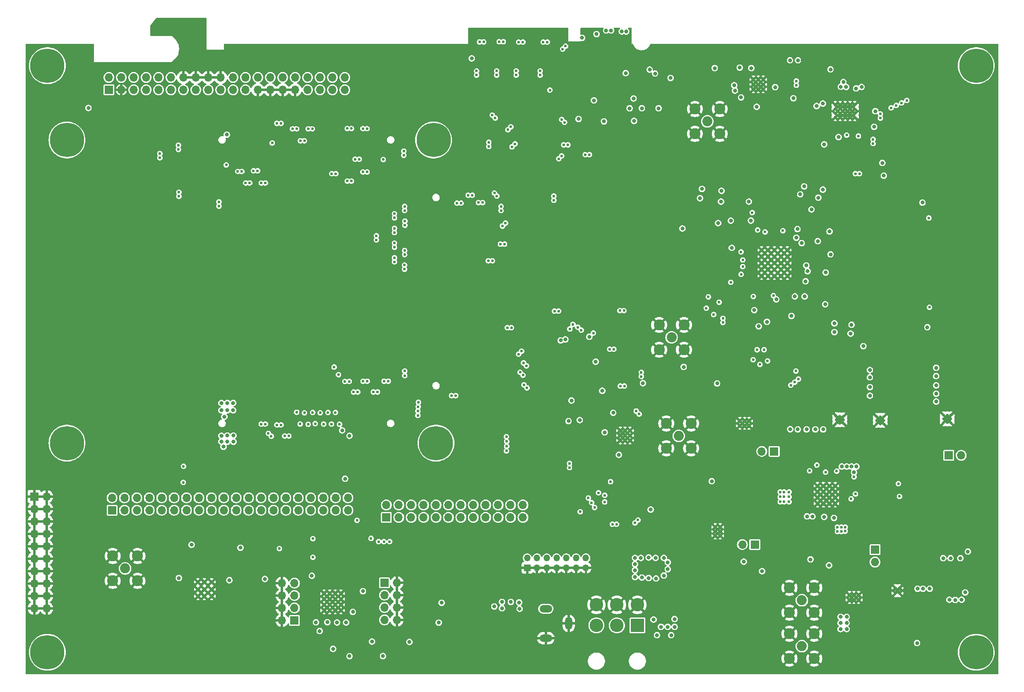
<source format=gbr>
%TF.GenerationSoftware,KiCad,Pcbnew,7.0.8-7.0.8~ubuntu22.04.1*%
%TF.CreationDate,2024-12-17T15:10:34+01:00*%
%TF.ProjectId,Bread70,42726561-6437-4302-9e6b-696361645f70,rev?*%
%TF.SameCoordinates,Original*%
%TF.FileFunction,Copper,L5,Inr*%
%TF.FilePolarity,Positive*%
%FSLAX46Y46*%
G04 Gerber Fmt 4.6, Leading zero omitted, Abs format (unit mm)*
G04 Created by KiCad (PCBNEW 7.0.8-7.0.8~ubuntu22.04.1) date 2024-12-17 15:10:34*
%MOMM*%
%LPD*%
G01*
G04 APERTURE LIST*
%TA.AperFunction,ComponentPad*%
%ADD10O,2.600000X1.500000*%
%TD*%
%TA.AperFunction,ComponentPad*%
%ADD11O,1.500000X2.600000*%
%TD*%
%TA.AperFunction,ComponentPad*%
%ADD12C,2.050000*%
%TD*%
%TA.AperFunction,ComponentPad*%
%ADD13C,2.250000*%
%TD*%
%TA.AperFunction,ComponentPad*%
%ADD14C,0.600000*%
%TD*%
%TA.AperFunction,ComponentPad*%
%ADD15C,0.800000*%
%TD*%
%TA.AperFunction,ComponentPad*%
%ADD16C,7.000000*%
%TD*%
%TA.AperFunction,ComponentPad*%
%ADD17R,1.700000X1.700000*%
%TD*%
%TA.AperFunction,ComponentPad*%
%ADD18O,1.700000X1.700000*%
%TD*%
%TA.AperFunction,ComponentPad*%
%ADD19R,2.750000X2.750000*%
%TD*%
%TA.AperFunction,ComponentPad*%
%ADD20C,2.750000*%
%TD*%
%TA.AperFunction,ComponentPad*%
%ADD21R,1.350000X1.350000*%
%TD*%
%TA.AperFunction,ComponentPad*%
%ADD22O,1.350000X1.350000*%
%TD*%
%TA.AperFunction,ViaPad*%
%ADD23C,0.600000*%
%TD*%
%TA.AperFunction,ViaPad*%
%ADD24C,0.800000*%
%TD*%
%TA.AperFunction,Conductor*%
%ADD25C,0.508000*%
%TD*%
G04 APERTURE END LIST*
D10*
%TO.N,VDCIN*%
%TO.C,J21*%
X146950000Y-141100000D03*
%TO.N,GND*%
X146950000Y-147100000D03*
D11*
X151650000Y-144100000D03*
%TD*%
D12*
%TO.N,Net-(J11-In)*%
%TO.C,J11*%
X172680000Y-85580000D03*
D13*
%TO.N,GND*%
X170140000Y-83040000D03*
X170140000Y-88120000D03*
X175220000Y-83040000D03*
X175220000Y-88120000D03*
%TD*%
D14*
%TO.N,GND*%
%TO.C,U7*%
X196380001Y-67720003D03*
X195055001Y-67720003D03*
X193730001Y-67720003D03*
X192405001Y-67720003D03*
X191080001Y-67720003D03*
X196380001Y-69045003D03*
X195055001Y-69045003D03*
X193730001Y-69045003D03*
X192405001Y-69045003D03*
X191080001Y-69045003D03*
X196380001Y-70370003D03*
X195055001Y-70370003D03*
X193730001Y-70370003D03*
X192405001Y-70370003D03*
X191080001Y-70370003D03*
X196380001Y-71695003D03*
X195055001Y-71695003D03*
X193730001Y-71695003D03*
X192405001Y-71695003D03*
X191080001Y-71695003D03*
X196380001Y-73020003D03*
X195055001Y-73020003D03*
X193730001Y-73020003D03*
X192405001Y-73020003D03*
X191080001Y-73020003D03*
%TD*%
D12*
%TO.N,Net-(J19-In)*%
%TO.C,J19*%
X180000000Y-41400000D03*
D13*
%TO.N,GND*%
X182540000Y-38860000D03*
X177460000Y-38860000D03*
X182540000Y-43940000D03*
X177460000Y-43940000D03*
%TD*%
D15*
%TO.N,N/C*%
%TO.C,H7*%
X232375000Y-30000000D03*
X233143845Y-28143845D03*
X233143845Y-31856155D03*
X235000000Y-27375000D03*
D16*
X235000000Y-30000000D03*
D15*
X235000000Y-32625000D03*
X236856155Y-28143845D03*
X236856155Y-31856155D03*
X237625000Y-30000000D03*
%TD*%
D14*
%TO.N,GND*%
%TO.C,U21*%
X188520000Y-102662501D03*
X187650000Y-102662501D03*
X186662000Y-102662501D03*
X188520000Y-103662501D03*
X187650000Y-103662501D03*
X186662000Y-103662501D03*
%TD*%
D15*
%TO.N,N/C*%
%TO.C,H1*%
X46374999Y-45210001D03*
X47143844Y-43353846D03*
X47143844Y-47066156D03*
X48999999Y-42585001D03*
D16*
X48999999Y-45210001D03*
D15*
X48999999Y-47835001D03*
X50856154Y-43353846D03*
X50856154Y-47066156D03*
X51624999Y-45210001D03*
%TD*%
D17*
%TO.N,/Power/Switching/6V*%
%TO.C,JP1*%
X189700000Y-127950000D03*
D18*
%TO.N,/Power/LDO/6V*%
X187160000Y-127950000D03*
%TD*%
D15*
%TO.N,N/C*%
%TO.C,H4*%
X121874999Y-107210001D03*
X122643844Y-105353846D03*
X122643844Y-109066156D03*
X124499999Y-104585001D03*
D16*
X124499999Y-107210001D03*
D15*
X124499999Y-109835001D03*
X126356154Y-105353846D03*
X126356154Y-109066156D03*
X127124999Y-107210001D03*
%TD*%
%TO.N,N/C*%
%TO.C,H2*%
X121374999Y-45210001D03*
X122143844Y-43353846D03*
X122143844Y-47066156D03*
X123999999Y-42585001D03*
D16*
X123999999Y-45210001D03*
D15*
X123999999Y-47835001D03*
X125856154Y-43353846D03*
X125856154Y-47066156D03*
X126624999Y-45210001D03*
%TD*%
%TO.N,N/C*%
%TO.C,H6*%
X42375000Y-150000000D03*
X43143845Y-148143845D03*
X43143845Y-151856155D03*
X45000000Y-147375000D03*
D16*
X45000000Y-150000000D03*
D15*
X45000000Y-152625000D03*
X46856155Y-148143845D03*
X46856155Y-151856155D03*
X47625000Y-150000000D03*
%TD*%
D17*
%TO.N,/Adc_Dac/OUT3*%
%TO.C,J9*%
X113950000Y-135760001D03*
D18*
%TO.N,GND*%
X116490000Y-135760001D03*
%TO.N,/Adc_Dac/OUT2*%
X113950000Y-138300001D03*
%TO.N,GND*%
X116490000Y-138300001D03*
%TO.N,/Adc_Dac/OUT1*%
X113950000Y-140840001D03*
%TO.N,GND*%
X116490000Y-140840001D03*
%TO.N,/Adc_Dac/OUT0*%
X113950000Y-143380001D03*
%TO.N,GND*%
X116490000Y-143380001D03*
%TD*%
D17*
%TO.N,unconnected-(J23-Pin_1-Pad1)*%
%TO.C,J23*%
X114340000Y-122400000D03*
D18*
%TO.N,/MC3/B67_L21N*%
X114340000Y-119860000D03*
%TO.N,unconnected-(J23-Pin_3-Pad3)*%
X116880000Y-122400000D03*
%TO.N,/MC3/B67_L21P*%
X116880000Y-119860000D03*
%TO.N,/MC3/B67_L17P*%
X119420000Y-122400000D03*
%TO.N,/MC3/B67_L13GC_N*%
X119420000Y-119860000D03*
%TO.N,/MC3/B67_L17N*%
X121960000Y-122400000D03*
%TO.N,/MC3/B67_L13GC_P*%
X121960000Y-119860000D03*
%TO.N,/MC3/B67_L16P*%
X124500000Y-122400000D03*
%TO.N,/MC3/B67_L18N*%
X124500000Y-119860000D03*
%TO.N,/MC3/B67_L16N*%
X127040000Y-122400000D03*
%TO.N,/MC3/B67_L18P*%
X127040000Y-119860000D03*
%TO.N,/MC3/B67_L24P*%
X129580000Y-122400000D03*
%TO.N,/MC3/B67_L22N*%
X129580000Y-119860000D03*
%TO.N,/MC3/B67_L24N*%
X132120000Y-122400000D03*
%TO.N,/MC3/B67_L22P*%
X132120000Y-119860000D03*
%TO.N,/MC3/B67_L19P*%
X134660000Y-122400000D03*
%TO.N,/MC3/B67_L15N*%
X134660000Y-119860000D03*
%TO.N,/MC3/B67_L19N*%
X137200000Y-122400000D03*
%TO.N,/MC3/B67_L15P*%
X137200000Y-119860000D03*
%TO.N,/MC3/B67_L23P*%
X139740000Y-122400000D03*
%TO.N,/MC3/B67_L20N*%
X139740000Y-119860000D03*
%TO.N,/MC3/B67_L23N*%
X142280000Y-122400000D03*
%TO.N,/MC3/B67_L20P*%
X142280000Y-119860000D03*
%TD*%
D17*
%TO.N,/Power/Switching/3V*%
%TO.C,JP2*%
X193675000Y-108900000D03*
D18*
%TO.N,/Power/LDO/3V*%
X191135000Y-108900000D03*
%TD*%
D14*
%TO.N,GND*%
%TO.C,U11*%
X206177001Y-40538999D03*
X207177001Y-40538999D03*
X208177001Y-40538999D03*
X209177001Y-40538999D03*
X210177001Y-40538999D03*
X206177001Y-39788999D03*
X207177001Y-39788999D03*
X208177001Y-39788999D03*
X209177001Y-39788999D03*
X210177001Y-39788999D03*
X206177001Y-38788999D03*
X207177001Y-38788999D03*
X208177001Y-38788999D03*
X209177001Y-38788999D03*
X210177001Y-38788999D03*
X206177001Y-38038999D03*
X207177001Y-38038999D03*
X208177001Y-38038999D03*
X209177001Y-38038999D03*
X210177001Y-38038999D03*
%TD*%
D17*
%TO.N,/Power/Switching/3V8*%
%TO.C,JP3*%
X214300000Y-129000000D03*
D18*
%TO.N,/Power/LDO/3V8*%
X214300000Y-131540000D03*
%TD*%
D17*
%TO.N,/MC12/B87_HDGC_L6P*%
%TO.C,J1*%
X58220000Y-120940000D03*
D18*
%TO.N,/Adc_Dac/A.ERROR*%
X58220000Y-118400000D03*
%TO.N,/MC12/B87_HDGC_L6N*%
X60760000Y-120940000D03*
%TO.N,/Adc_Dac/A.CS*%
X60760000Y-118400000D03*
%TO.N,/MC12/B87_L10P*%
X63300000Y-120940000D03*
%TO.N,/Adc_Dac/A.SCLK*%
X63300000Y-118400000D03*
%TO.N,/MC12/B87_L10N*%
X65840000Y-120940000D03*
%TO.N,/Adc_Dac/A.DIN*%
X65840000Y-118400000D03*
%TO.N,/MC12/B87_HDGC_L7P*%
X68380000Y-120940000D03*
%TO.N,/Adc_Dac/A.DOUT*%
X68380000Y-118400000D03*
%TO.N,/MC12/B87_HDGC_L7N*%
X70920000Y-120940000D03*
%TO.N,/Adc_Dac/A.CLKIO*%
X70920000Y-118400000D03*
%TO.N,/MC12/B87_HDGC_L5P*%
X73460000Y-120940000D03*
%TO.N,/MC12/B86_HDGC_L7P*%
X73460000Y-118400000D03*
%TO.N,/MC12/B87_HDGC_L5N*%
X76000000Y-120940000D03*
%TO.N,/MC12/B86_HDGC_L7N*%
X76000000Y-118400000D03*
%TO.N,MISO_2*%
X78540000Y-120940000D03*
%TO.N,/MC12/B86_L10P*%
X78540000Y-118400000D03*
%TO.N,MOSI_2*%
X81080000Y-120940000D03*
%TO.N,/MC12/B86_L10N*%
X81080000Y-118400000D03*
%TO.N,SCLK_2*%
X83620000Y-120940000D03*
%TO.N,/MC12/B86_L2P*%
X83620000Y-118400000D03*
%TO.N,SCLK_1*%
X86160000Y-120940000D03*
%TO.N,/MC12/B86_L2N*%
X86160000Y-118400000D03*
%TO.N,MOSI_1*%
X88700000Y-120940000D03*
%TO.N,/MC12/B86_HDGC_L6P*%
X88700000Y-118400000D03*
%TO.N,MISO_1*%
X91240000Y-120940000D03*
%TO.N,/MC12/B86_HDGC_L6N*%
X91240000Y-118400000D03*
%TO.N,/CS_DA*%
X93780000Y-120940000D03*
%TO.N,/MC12/B86_HDGC_L5P*%
X93780000Y-118400000D03*
%TO.N,/CS_L*%
X96320000Y-120940000D03*
%TO.N,/MC12/B86_HDGC_L5N*%
X96320000Y-118400000D03*
%TO.N,/CS_AD*%
X98860000Y-120940000D03*
%TO.N,/MC12/B84_HDGC_L7P*%
X98860000Y-118400000D03*
%TO.N,/SSA*%
X101400000Y-120940000D03*
%TO.N,/MC12/B84_HDGC_L7N*%
X101400000Y-118400000D03*
%TO.N,/SSS*%
X103940000Y-120940000D03*
%TO.N,VIO3*%
X103940000Y-118400000D03*
%TO.N,SYNC_CLOCKCHIP*%
X106480000Y-120940000D03*
%TO.N,+3.3V*%
X106480000Y-118400000D03*
%TD*%
D14*
%TO.N,GND*%
%TO.C,U16*%
X214650000Y-103277500D03*
X215375000Y-103277500D03*
X216075000Y-103277500D03*
X214650000Y-102552500D03*
X215375000Y-102552500D03*
X216075000Y-102552500D03*
X214675000Y-101827500D03*
X215400000Y-101827500D03*
X216100000Y-101827500D03*
%TD*%
D12*
%TO.N,Net-(J18-In)*%
%TO.C,J18*%
X199340000Y-148749999D03*
D13*
%TO.N,GND*%
X201880000Y-151289999D03*
X201880000Y-146209999D03*
X196800000Y-151289999D03*
X196800000Y-146209999D03*
%TD*%
D14*
%TO.N,GND*%
%TO.C,U9*%
X78600000Y-138526250D03*
X78600000Y-137126250D03*
X78600000Y-135626250D03*
X77100000Y-138526250D03*
X77100000Y-137126250D03*
X77100000Y-135626250D03*
X75800000Y-138526250D03*
X75800000Y-137126250D03*
X75800000Y-135626250D03*
%TD*%
D17*
%TO.N,GND*%
%TO.C,J25*%
X42300000Y-118140000D03*
D18*
X44840000Y-118140000D03*
X42300000Y-120680000D03*
X44840000Y-120680000D03*
X42300000Y-123220000D03*
X44840000Y-123220000D03*
X42300000Y-125760000D03*
X44840000Y-125760000D03*
X42300000Y-128300000D03*
X44840000Y-128300000D03*
X42300000Y-130840000D03*
X44840000Y-130840000D03*
X42300000Y-133380000D03*
X44840000Y-133380000D03*
X42300000Y-135920000D03*
X44840000Y-135920000D03*
X42300000Y-138460000D03*
X44840000Y-138460000D03*
X42300000Y-141000000D03*
X44840000Y-141000000D03*
%TD*%
D15*
%TO.N,N/C*%
%TO.C,H8*%
X232375000Y-150000000D03*
X233143845Y-148143845D03*
X233143845Y-151856155D03*
X235000000Y-147375000D03*
D16*
X235000000Y-150000000D03*
D15*
X235000000Y-152625000D03*
X236856155Y-148143845D03*
X236856155Y-151856155D03*
X237625000Y-150000000D03*
%TD*%
D12*
%TO.N,Net-(J22-In)*%
%TO.C,J22*%
X199340000Y-139360000D03*
D13*
%TO.N,GND*%
X201880000Y-141900000D03*
X201880000Y-136820000D03*
X196800000Y-141900000D03*
X196800000Y-136820000D03*
%TD*%
D12*
%TO.N,Net-(J12-In)*%
%TO.C,J12*%
X174140000Y-105740000D03*
D13*
%TO.N,GND*%
X171600000Y-103200000D03*
X171600000Y-108280000D03*
X176680000Y-103200000D03*
X176680000Y-108280000D03*
%TD*%
D17*
%TO.N,VIO1*%
%TO.C,J2*%
X57591000Y-34931445D03*
D18*
%TO.N,+1.8V*%
X57591000Y-32391445D03*
%TO.N,GND*%
X60131000Y-34931445D03*
%TO.N,VREF1*%
X60131000Y-32391445D03*
%TO.N,/MC12/B64_L5P*%
X62671000Y-34931445D03*
%TO.N,/MC12/B64_L9P*%
X62671000Y-32391445D03*
%TO.N,/MC12/B64_L5N*%
X65211000Y-34931445D03*
%TO.N,/MC12/B64_L9N*%
X65211000Y-32391445D03*
%TO.N,/MC12/B64_L6P*%
X67751000Y-34931445D03*
%TO.N,/MC12/B64_L10P*%
X67751000Y-32391445D03*
%TO.N,/MC12/B64_L6N*%
X70291000Y-34931445D03*
%TO.N,/MC12/B64_L10N*%
X70291000Y-32391445D03*
%TO.N,/MC12/B64_L3P*%
X72831000Y-34931445D03*
%TO.N,GND*%
X72831000Y-32391445D03*
%TO.N,/MC12/B64_L3N*%
X75371000Y-34931445D03*
%TO.N,GND*%
X75371000Y-32391445D03*
%TO.N,/MC12/B64_L19P*%
X77911000Y-34931445D03*
%TO.N,GND*%
X77911000Y-32391445D03*
%TO.N,/MC12/B64_L19N*%
X80451000Y-34931445D03*
%TO.N,GND*%
X80451000Y-32391445D03*
%TO.N,/MC12/B64_L7P*%
X82991000Y-34931445D03*
%TO.N,/MC12/B64_T3U_N12*%
X82991000Y-32391445D03*
%TO.N,/MC12/B64_L7N*%
X85531000Y-34931445D03*
%TO.N,/MC12/B84_L1P*%
X85531000Y-32391445D03*
%TO.N,GND*%
X88071000Y-34931445D03*
%TO.N,/MC12/B84_L1N*%
X88071000Y-32391445D03*
%TO.N,GND*%
X90611000Y-34931445D03*
%TO.N,/MC12/B84_L9P*%
X90611000Y-32391445D03*
%TO.N,GND*%
X93151000Y-34931445D03*
%TO.N,/MC12/B84_L9N*%
X93151000Y-32391445D03*
%TO.N,GND*%
X95691000Y-34931445D03*
%TO.N,/MC12/B84_L3P*%
X95691000Y-32391445D03*
%TO.N,/MC12/B84_L4P*%
X98231000Y-34931445D03*
%TO.N,/MC12/B84_L3N*%
X98231000Y-32391445D03*
%TO.N,/MC12/B84_L4N*%
X100771000Y-34931445D03*
%TO.N,/MC12/B84_HDGC_L5P*%
X100771000Y-32391445D03*
%TO.N,/MC12/B84_L2P*%
X103311000Y-34931445D03*
%TO.N,/MC12/B84_HDGC_L5N*%
X103311000Y-32391445D03*
%TO.N,/MC12/B84_L2N*%
X105851000Y-34931445D03*
%TO.N,VIO2*%
X105851000Y-32391445D03*
%TD*%
D14*
%TO.N,GND*%
%TO.C,U25*%
X218500000Y-136860000D03*
X218500000Y-137910000D03*
X218900000Y-137385000D03*
X219300000Y-136860000D03*
X219300000Y-137910000D03*
%TD*%
%TO.N,GND*%
%TO.C,U20*%
X209080000Y-139287498D03*
X209950000Y-139287498D03*
X210938000Y-139287498D03*
X209080000Y-138287498D03*
X209950000Y-138287498D03*
X210938000Y-138287498D03*
%TD*%
D19*
%TO.N,VDCIN*%
%TO.C,J20*%
X165700000Y-144500000D03*
D20*
X161500000Y-144500000D03*
X157300000Y-144500000D03*
%TO.N,GND*%
X165700000Y-140300000D03*
X161500000Y-140300000D03*
X157300000Y-140300000D03*
%TD*%
D21*
%TO.N,GND*%
%TO.C,J3*%
X143150000Y-132700000D03*
D22*
%TO.N,+1.8V*%
X143150000Y-130700000D03*
%TO.N,GND*%
X145150000Y-132700000D03*
%TO.N,/MC12/JTAG_TMS*%
X145150000Y-130700000D03*
%TO.N,GND*%
X147150000Y-132700000D03*
%TO.N,/MC12/JTAG_TCK*%
X147150000Y-130700000D03*
%TO.N,GND*%
X149150000Y-132700000D03*
%TO.N,/MC12/JTAG_TDO*%
X149150000Y-130700000D03*
%TO.N,GND*%
X151150000Y-132700000D03*
%TO.N,/MC12/JTAG_TDI*%
X151150000Y-130700000D03*
%TO.N,GND*%
X153150000Y-132700000D03*
%TO.N,unconnected-(J3-Pin_12-Pad12)*%
X153150000Y-130700000D03*
%TO.N,GND*%
X155150000Y-132700000D03*
%TO.N,unconnected-(J3-Pin_14-Pad14)*%
X155150000Y-130700000D03*
%TD*%
D14*
%TO.N,GND*%
%TO.C,U13*%
X202550001Y-115960002D03*
X202550001Y-117160002D03*
X202550001Y-118360002D03*
X202550001Y-119560002D03*
X203750001Y-115960002D03*
X203750001Y-117160002D03*
X203750001Y-118360002D03*
X203750001Y-119560002D03*
X204950001Y-115960002D03*
X204950001Y-117160002D03*
X204950001Y-118360002D03*
X204950001Y-119560002D03*
X206150001Y-115960002D03*
X206150001Y-117160002D03*
X206150001Y-118360002D03*
X206150001Y-119560002D03*
%TD*%
D15*
%TO.N,N/C*%
%TO.C,H3*%
X46374999Y-107210001D03*
X47143844Y-105353846D03*
X47143844Y-109066156D03*
X48999999Y-104585001D03*
D16*
X48999999Y-107210001D03*
D15*
X48999999Y-109835001D03*
X50856154Y-105353846D03*
X50856154Y-109066156D03*
X51624999Y-107210001D03*
%TD*%
D17*
%TO.N,/Adc_Dac/OUT7*%
%TO.C,J15*%
X95540000Y-143460000D03*
D18*
%TO.N,GND*%
X93000000Y-143460000D03*
%TO.N,/Adc_Dac/OUT6*%
X95540000Y-140920000D03*
%TO.N,GND*%
X93000000Y-140920000D03*
%TO.N,/Adc_Dac/OUT5*%
X95540000Y-138380000D03*
%TO.N,GND*%
X93000000Y-138380000D03*
%TO.N,/Adc_Dac/OUT4*%
X95540000Y-135840000D03*
%TO.N,GND*%
X93000000Y-135840000D03*
%TD*%
D14*
%TO.N,GND*%
%TO.C,U6*%
X162181000Y-104656500D03*
X162181000Y-105656500D03*
X162181000Y-106656500D03*
X163181000Y-104656500D03*
X163181000Y-105656500D03*
X163181000Y-106656500D03*
X164181000Y-104656500D03*
X164181000Y-105656500D03*
X164181000Y-106656500D03*
%TD*%
D12*
%TO.N,/MC12/B87_HDGC_L6P*%
%TO.C,J6*%
X60900000Y-132850000D03*
D13*
%TO.N,GND*%
X58360000Y-130310000D03*
X58360000Y-135390000D03*
X63440000Y-130310000D03*
X63440000Y-135390000D03*
%TD*%
D14*
%TO.N,GND*%
%TO.C,U15*%
X228350000Y-102972500D03*
X229075000Y-102972500D03*
X229775000Y-102972500D03*
X228350000Y-102247500D03*
X229075000Y-102247500D03*
X229775000Y-102247500D03*
X228375000Y-101522500D03*
X229100000Y-101522500D03*
X229800000Y-101522500D03*
%TD*%
%TO.N,GND*%
%TO.C,U10*%
X189427003Y-32814000D03*
X189427003Y-33814000D03*
X189427003Y-34814000D03*
X190427003Y-32814000D03*
X190427003Y-33814000D03*
X190427003Y-34814000D03*
X191427003Y-32814000D03*
X191427003Y-33814000D03*
X191427003Y-34814000D03*
%TD*%
%TO.N,GND*%
%TO.C,U19*%
X181622500Y-124380000D03*
X181622500Y-125250000D03*
X181622500Y-126120000D03*
X182622500Y-124380000D03*
X182622500Y-125250000D03*
X182622500Y-126120000D03*
%TD*%
%TO.N,GND*%
%TO.C,U8*%
X105052500Y-141415000D03*
X105052500Y-140265000D03*
X105052500Y-139115000D03*
X105052500Y-137965000D03*
X103902500Y-141415000D03*
X103902500Y-140265000D03*
X103902500Y-139115000D03*
X103902500Y-137965000D03*
X102752500Y-141415000D03*
X102752500Y-140265000D03*
X102752500Y-139115000D03*
X102752500Y-137965000D03*
X101602500Y-141415000D03*
X101602500Y-140265000D03*
X101602500Y-139115000D03*
X101602500Y-137965000D03*
%TD*%
%TO.N,GND*%
%TO.C,U14*%
X207827500Y-103150000D03*
X207827500Y-102425000D03*
X207827500Y-101725000D03*
X207102500Y-103150000D03*
X207102500Y-102425000D03*
X207102500Y-101725000D03*
X206377500Y-103125000D03*
X206377500Y-102400000D03*
X206377500Y-101700000D03*
%TD*%
D17*
%TO.N,/Power/Switching/1V8*%
%TO.C,JP4*%
X229390001Y-109710000D03*
D18*
%TO.N,/Power/LDO/1V8*%
X231930001Y-109710000D03*
%TD*%
D15*
%TO.N,N/C*%
%TO.C,H5*%
X42375000Y-30000000D03*
X43143845Y-28143845D03*
X43143845Y-31856155D03*
X45000000Y-27375000D03*
D16*
X45000000Y-30000000D03*
D15*
X45000000Y-32625000D03*
X46856155Y-28143845D03*
X46856155Y-31856155D03*
X47625000Y-30000000D03*
%TD*%
D23*
%TO.N,+1.8V*%
X81600000Y-50300000D03*
D24*
%TO.N,GND*%
X222000000Y-120000000D03*
X157400000Y-132200000D03*
X225750000Y-113750000D03*
D23*
X136900000Y-30300000D03*
X143700000Y-91900000D03*
D24*
X220400000Y-145400000D03*
X158500000Y-130500000D03*
D23*
X108100000Y-53600000D03*
D24*
X159700000Y-135900000D03*
X212000000Y-82000000D03*
X234000000Y-89500000D03*
X181100000Y-55000000D03*
D23*
X144861642Y-22660805D03*
D24*
X153100000Y-95000000D03*
X233500000Y-126500000D03*
D23*
X132800000Y-32700000D03*
X212000000Y-52100000D03*
X136100000Y-45500000D03*
D24*
X222000000Y-113750000D03*
X208000000Y-60500000D03*
D23*
X111100000Y-100900000D03*
X138200000Y-83600000D03*
X180388999Y-80500000D03*
D24*
X199499503Y-28900000D03*
D23*
X117900000Y-46600000D03*
D24*
X171100000Y-140400000D03*
X217500000Y-92150000D03*
D23*
X139050000Y-25100000D03*
X90600000Y-106550000D03*
D24*
X211500000Y-63000000D03*
D23*
X88350000Y-54650000D03*
X134400000Y-69900000D03*
D24*
X156900000Y-29000000D03*
D23*
X130200000Y-57600000D03*
D24*
X175000000Y-57900000D03*
X93600000Y-43000000D03*
D23*
X121500000Y-88000000D03*
X140650000Y-25200000D03*
X107550000Y-42100000D03*
X141900000Y-90050000D03*
D24*
X206700000Y-28800000D03*
X179700000Y-63100000D03*
D23*
X138800000Y-23500000D03*
X159200000Y-87600000D03*
D24*
X85300000Y-105900000D03*
X169300000Y-140500000D03*
X167300000Y-41500000D03*
D23*
X109675000Y-48950000D03*
X136100000Y-46700000D03*
D24*
X140300000Y-147000000D03*
D23*
X123300000Y-89900000D03*
D24*
X233000000Y-73500000D03*
X185250000Y-120250000D03*
X164400000Y-99000000D03*
X233050000Y-99650000D03*
D23*
X140700000Y-89550000D03*
D24*
X226750000Y-126000000D03*
D23*
X134600000Y-57400000D03*
X143050000Y-25200000D03*
X136500000Y-39400000D03*
D24*
X217450000Y-97400000D03*
X209500000Y-64000000D03*
D23*
X136650000Y-25100000D03*
X85150000Y-54650000D03*
X95100000Y-100900000D03*
X191800000Y-91300000D03*
X108950000Y-95200000D03*
D24*
X209200000Y-127500000D03*
D23*
X110750000Y-42200000D03*
X95600000Y-110900000D03*
X147800000Y-23500000D03*
X151550000Y-25450000D03*
X123300000Y-78700000D03*
X93150000Y-106450000D03*
D24*
X186550000Y-61600000D03*
X204700000Y-126700000D03*
X83200000Y-45400000D03*
X183500000Y-120250000D03*
X205200000Y-83500000D03*
D23*
X71150000Y-45850000D03*
X158300000Y-22693502D03*
D24*
X112800000Y-51600000D03*
D23*
X189120000Y-88886000D03*
D24*
X204400000Y-56100000D03*
X220000000Y-103450000D03*
D23*
X111000000Y-95250000D03*
X102250000Y-52100000D03*
D24*
X188000000Y-120250000D03*
D23*
X83550000Y-52300000D03*
D24*
X137800000Y-144900000D03*
D23*
X152300000Y-46400000D03*
D24*
X237500000Y-66000000D03*
X198450000Y-100400000D03*
D23*
X115200000Y-64400000D03*
D24*
X225750000Y-116750000D03*
D23*
X108650000Y-51750000D03*
X115200000Y-61300000D03*
X88000000Y-103750000D03*
X215400000Y-39050000D03*
D24*
X169200000Y-136600000D03*
X154750000Y-108400000D03*
D23*
X107200000Y-95300000D03*
X112300000Y-66550000D03*
D24*
X84300000Y-99300000D03*
D23*
X84000000Y-106900000D03*
D24*
X199400000Y-127500000D03*
X220500000Y-119300000D03*
X147550000Y-99550000D03*
D23*
X136900000Y-66500000D03*
D24*
X171551500Y-93820000D03*
D23*
X147900000Y-80200000D03*
X105600000Y-45200000D03*
X149000000Y-49600000D03*
X148050000Y-25200000D03*
X140857383Y-22676716D03*
X109150000Y-42200000D03*
X68000000Y-49750000D03*
D24*
X190250000Y-116750000D03*
D23*
X115250000Y-70350000D03*
X117300000Y-70550000D03*
D24*
X233000000Y-67000000D03*
D23*
X215400000Y-41550000D03*
X117300000Y-62800000D03*
D24*
X173300000Y-125000000D03*
X217450000Y-93750000D03*
X202600000Y-64400000D03*
D23*
X131400000Y-22693502D03*
D24*
X214500000Y-63000000D03*
D23*
X98050000Y-42200000D03*
X187600000Y-86900000D03*
D24*
X219450000Y-99950000D03*
X186900000Y-133300000D03*
X211300000Y-110600000D03*
X180200000Y-127700000D03*
D23*
X140900000Y-30300000D03*
X209400000Y-52100000D03*
X104900000Y-52100000D03*
D24*
X230950000Y-97150000D03*
D23*
X121700000Y-57800000D03*
D24*
X141500000Y-146400000D03*
D23*
X111300000Y-51750000D03*
D24*
X232000000Y-86000000D03*
D23*
X94850000Y-42200000D03*
X149750000Y-27050000D03*
D24*
X166100000Y-37300000D03*
D23*
X140800000Y-23500000D03*
X149700000Y-40400000D03*
X199950000Y-120250000D03*
X117900000Y-49200000D03*
X90000000Y-54650000D03*
X84000000Y-100900000D03*
D24*
X167800000Y-139000000D03*
D23*
X187000000Y-77000000D03*
X140100000Y-45350000D03*
D24*
X72250000Y-144700000D03*
D23*
X94800000Y-106450000D03*
X134850470Y-22674811D03*
X131400000Y-23500000D03*
X98000000Y-46100000D03*
D24*
X232000000Y-54500000D03*
D23*
X150400000Y-80200000D03*
D24*
X197800000Y-90400000D03*
X93600000Y-51600000D03*
D23*
X148000000Y-58200000D03*
D24*
X220300000Y-116800000D03*
D23*
X117300000Y-58600000D03*
D24*
X225500000Y-130600000D03*
X193200000Y-146000000D03*
D23*
X107000000Y-136100000D03*
D24*
X213000000Y-135500000D03*
D23*
X123400000Y-65200000D03*
D24*
X159600000Y-130500000D03*
D23*
X85200000Y-52300000D03*
X71900000Y-54950000D03*
D24*
X219500000Y-120000000D03*
D23*
X122500000Y-55900000D03*
X140800000Y-83600000D03*
D24*
X92500000Y-146200000D03*
X113000000Y-42900000D03*
X166800000Y-100200000D03*
D23*
X109000000Y-100600000D03*
D24*
X185775000Y-37900000D03*
X190250000Y-118500000D03*
X157700000Y-86300000D03*
X201800000Y-100100000D03*
D23*
X136800000Y-69900000D03*
X136700000Y-23500000D03*
D24*
X163000000Y-132500000D03*
X171700000Y-31500000D03*
D23*
X151800000Y-113100000D03*
X117350000Y-68800000D03*
X164950000Y-99900000D03*
X89950000Y-104050000D03*
D24*
X160900000Y-45800000D03*
D23*
X165900000Y-92150000D03*
D24*
X206500000Y-46200000D03*
X231050000Y-93500000D03*
D23*
X96400000Y-46150000D03*
D24*
X213250000Y-141700000D03*
X149100000Y-94600000D03*
X158100000Y-135900000D03*
D23*
X105400000Y-95300000D03*
X139300000Y-46200000D03*
X121300000Y-75100000D03*
X93200000Y-104200000D03*
X112950000Y-94550000D03*
D24*
X209200000Y-122250000D03*
D23*
X151300000Y-23500000D03*
X161300000Y-22700000D03*
D24*
X149900000Y-89600000D03*
X202700000Y-98350000D03*
X229750000Y-126250000D03*
D23*
X79500000Y-57200000D03*
D24*
X191400000Y-131400000D03*
D23*
X88400000Y-52250000D03*
X139300000Y-66500000D03*
D24*
X203600000Y-132000000D03*
X232700000Y-95250000D03*
D23*
X199924500Y-115600000D03*
X91350000Y-41200000D03*
X149800000Y-46400000D03*
X117300000Y-71800000D03*
D24*
X206000000Y-80500000D03*
D23*
X181500000Y-77500000D03*
X144800000Y-23500000D03*
D24*
X85100000Y-100100000D03*
D23*
X115200000Y-63200000D03*
X159700000Y-123800000D03*
D24*
X215000000Y-77000000D03*
X161300000Y-134600000D03*
X154606572Y-32020500D03*
X169300000Y-139000000D03*
D23*
X117300000Y-61600000D03*
X86800000Y-54650000D03*
D24*
X202500000Y-71000000D03*
D23*
X135600000Y-55900000D03*
X136900000Y-57500000D03*
X137300000Y-40300000D03*
X127100000Y-98150000D03*
D24*
X209450000Y-98600000D03*
X105600000Y-51500000D03*
D23*
X182088999Y-80500000D03*
D24*
X237500000Y-75000000D03*
D23*
X190820000Y-87436000D03*
X136900000Y-22750000D03*
D24*
X141500000Y-144900000D03*
X72400000Y-137100000D03*
D23*
X151300000Y-22700000D03*
X136900000Y-32700000D03*
D24*
X79750000Y-144550000D03*
X209000000Y-76500000D03*
D23*
X135100000Y-25100000D03*
X79500000Y-59400000D03*
X107025000Y-48950000D03*
D24*
X189000000Y-140500000D03*
X215500000Y-81500000D03*
D23*
X117300000Y-59800000D03*
D24*
X231050000Y-91950000D03*
D23*
X166475000Y-122300000D03*
D24*
X210200000Y-124800000D03*
D23*
X166650000Y-101900000D03*
D24*
X158500000Y-38400000D03*
D23*
X137800000Y-58000000D03*
X121600000Y-65100000D03*
D24*
X196950000Y-100400000D03*
X185250000Y-118500000D03*
D23*
X138450000Y-42750000D03*
X123300000Y-85200000D03*
X143700000Y-96550000D03*
D24*
X231200000Y-133900000D03*
X163000000Y-134100000D03*
X234500000Y-51000000D03*
D23*
X142900000Y-93950000D03*
X154100000Y-48250000D03*
X156800000Y-48200000D03*
X188000000Y-77800000D03*
X130300000Y-56500000D03*
D24*
X219500000Y-113750000D03*
D23*
X132700000Y-56500000D03*
X105450000Y-53600000D03*
X164500000Y-124100000D03*
D24*
X206600000Y-132000000D03*
D23*
X123800000Y-72000000D03*
X117350000Y-67500000D03*
X213300000Y-43100000D03*
D24*
X186047998Y-39385998D03*
X218700000Y-143500000D03*
D23*
X123400000Y-94500000D03*
X93350000Y-41200000D03*
D24*
X237500000Y-89500000D03*
D23*
X202450000Y-110600000D03*
D24*
X85450000Y-137500000D03*
X188000000Y-116750000D03*
D23*
X86750000Y-52250000D03*
D24*
X141000000Y-130700000D03*
X166199999Y-34055000D03*
D23*
X123500000Y-96500000D03*
D24*
X70250000Y-137100000D03*
X162000000Y-35900000D03*
X229400000Y-135700000D03*
D23*
X163700000Y-79750000D03*
X129100000Y-98150000D03*
X109050000Y-96150000D03*
X183200000Y-80800000D03*
X141900000Y-94650000D03*
X107100000Y-96200000D03*
D24*
X161500000Y-135900000D03*
X169200000Y-137700000D03*
X166020000Y-98520000D03*
X210200000Y-84000000D03*
X207500000Y-66000000D03*
X184500000Y-66400000D03*
X222100000Y-133300000D03*
X183300000Y-61700000D03*
D23*
X141100000Y-92000000D03*
D24*
X211000000Y-59500000D03*
D23*
X96300000Y-42200000D03*
X151350000Y-42150000D03*
X115250000Y-66050000D03*
X148000000Y-56000000D03*
X213900000Y-46800000D03*
X139250000Y-41900000D03*
X165900000Y-94150000D03*
D24*
X138800000Y-147000000D03*
D23*
X84800000Y-106900000D03*
D24*
X210200000Y-125900000D03*
X214500000Y-59500000D03*
X227800000Y-135700000D03*
X85550000Y-140550000D03*
D23*
X138798137Y-22680358D03*
X145800000Y-30300000D03*
D24*
X204000000Y-108500000D03*
X190250000Y-120250000D03*
D23*
X151800000Y-110500000D03*
D24*
X159700000Y-134600000D03*
D23*
X142800000Y-23500000D03*
D24*
X178200000Y-56100000D03*
D23*
X115650000Y-94550000D03*
X145650000Y-25200000D03*
X142650000Y-87750000D03*
X112300000Y-63900000D03*
X147850470Y-22674811D03*
D24*
X207000000Y-74500000D03*
D23*
X213900000Y-44200000D03*
D24*
X225750000Y-120000000D03*
X228300000Y-126900000D03*
D23*
X163900000Y-95350000D03*
D24*
X202000000Y-54400000D03*
X195952508Y-28901443D03*
X212000000Y-77000000D03*
D23*
X179788999Y-78300000D03*
D24*
X202350000Y-126000000D03*
X228100000Y-45400000D03*
X159700000Y-32700000D03*
D23*
X68000000Y-47050000D03*
D24*
X157400000Y-130500000D03*
D23*
X142798137Y-22680358D03*
X84800000Y-100900000D03*
D24*
X201950000Y-44550000D03*
X208400000Y-82400000D03*
X233500000Y-102600000D03*
X200700000Y-109300000D03*
X185250000Y-116750000D03*
X205400000Y-61600000D03*
X110700000Y-135400000D03*
X197300000Y-84400000D03*
X171100000Y-152100000D03*
X211500000Y-99000000D03*
X75728500Y-142785282D03*
D23*
X99500000Y-42200000D03*
X145800000Y-32700000D03*
X132800000Y-30300000D03*
X132600000Y-57400000D03*
X134900000Y-23500000D03*
X115200000Y-60100000D03*
X137500000Y-63400000D03*
D24*
X238000000Y-51500000D03*
D23*
X108700000Y-109500000D03*
X115250000Y-69150000D03*
D24*
X198900000Y-55300000D03*
D23*
X123500000Y-58000000D03*
X140900000Y-32700000D03*
X139300000Y-61600000D03*
D24*
X161800000Y-34050000D03*
D23*
X150800000Y-47900000D03*
D24*
X171500000Y-37600000D03*
X199900000Y-80700000D03*
D23*
X161700000Y-87600000D03*
X137800000Y-60400000D03*
X71150000Y-47550000D03*
D24*
X158200000Y-39200000D03*
X76600000Y-142900000D03*
X212750000Y-143550000D03*
X163000000Y-131100000D03*
X70050000Y-130250000D03*
X222000000Y-116750000D03*
D23*
X106000000Y-42100000D03*
X120600000Y-94600000D03*
D24*
X127925000Y-140375000D03*
D23*
X183200000Y-83400000D03*
X91600000Y-104200000D03*
X110950000Y-96250000D03*
X189700000Y-91200000D03*
X161350000Y-95350000D03*
X115250000Y-67250000D03*
X89400000Y-105250000D03*
D24*
X162900000Y-136000000D03*
D23*
X173750000Y-70450000D03*
X113250000Y-96250000D03*
D24*
X192150000Y-134250000D03*
D23*
X161350000Y-79750000D03*
D24*
X213300000Y-27750000D03*
D23*
X71900000Y-57600000D03*
X132600000Y-25100000D03*
D24*
X183200000Y-56700000D03*
D23*
X162300000Y-123800000D03*
D24*
X188000000Y-118500000D03*
X184000000Y-35650000D03*
D23*
X128200000Y-57600000D03*
D24*
X182000000Y-118400000D03*
X137700000Y-146300000D03*
%TO.N,/PCIe/+3.3V_PCIE_C*%
X157335000Y-23535000D03*
%TO.N,VIO1*%
X156800000Y-37100000D03*
X81700000Y-44100000D03*
X164100000Y-38711296D03*
X166600000Y-38711296D03*
X170022398Y-38711296D03*
D23*
%TO.N,PCIE_CLK_N*%
X148600000Y-56675000D03*
X150199479Y-40999479D03*
%TO.N,/PCIe/PCIE_REFCLK_N*%
X150398570Y-26602594D03*
%TO.N,PCIE_CLK_P*%
X150800521Y-41600521D03*
X148600000Y-57525000D03*
%TO.N,/PCIe/PCIE_REFCLK_P*%
X151000521Y-25999479D03*
%TO.N,/PCIe/PCIE_C_RX0P*%
X147260000Y-25168000D03*
%TO.N,225_MGTTX3_P*%
X145800000Y-31925000D03*
X118050488Y-70785001D03*
%TO.N,225_MGTTX1_P*%
X118082733Y-67785001D03*
X136900000Y-31925000D03*
%TO.N,/PCIe/PCIE_C_RX1P*%
X142260000Y-25163383D03*
%TO.N,225_MGTTX2_P*%
X140900000Y-31925000D03*
X116000000Y-69285001D03*
%TO.N,225_MGTTX0_P*%
X116000000Y-66285001D03*
X132800000Y-31925000D03*
%TO.N,/PCIe/PCIE_C_RX0N*%
X146410000Y-25168000D03*
%TO.N,225_MGTTX3_N*%
X118050488Y-71635001D03*
X145800000Y-31075000D03*
%TO.N,225_MGTTX1_N*%
X118082733Y-68635001D03*
X136900000Y-31075000D03*
%TO.N,/PCIe/PCIE_C_RX1N*%
X141410000Y-25163383D03*
%TO.N,225_MGTTX2_N*%
X116000000Y-70135001D03*
X140900000Y-31075000D03*
%TO.N,/PCIe/PCIE_C_RX2P*%
X138260000Y-25099412D03*
%TO.N,225_MGTTX0_N*%
X132800000Y-31075000D03*
X116000000Y-67135001D03*
D24*
%TO.N,/Tdc/DVDD18*%
X152200000Y-98500000D03*
X150948521Y-86001087D03*
%TO.N,/Tdc/TVDD18*%
X155855239Y-85457681D03*
X153900000Y-102500000D03*
D23*
%TO.N,/MC12/CLK+*%
X91944999Y-41800000D03*
X151800000Y-111376500D03*
%TO.N,/MC12/CLK-*%
X92794999Y-41800000D03*
X151800000Y-112226500D03*
%TO.N,/AD9152/DVDD12_SERDES*%
X186900000Y-68093503D03*
D24*
X198500000Y-104400000D03*
D23*
X187252500Y-69723459D03*
X180200000Y-77280003D03*
D24*
X202100000Y-104400000D03*
D23*
X187252500Y-71087287D03*
D24*
X182200000Y-62200000D03*
D23*
X184800000Y-74300000D03*
D24*
X200300000Y-104400000D03*
D23*
X179788999Y-79600000D03*
X190300000Y-63600000D03*
D24*
X178500000Y-57100000D03*
X203700000Y-104400000D03*
X182800000Y-57800000D03*
D23*
X182400000Y-78380003D03*
D24*
X185003072Y-67256718D03*
X178900000Y-55200000D03*
D23*
X186920000Y-72680003D03*
D24*
X196949999Y-104365000D03*
X182900000Y-55600000D03*
D23*
X181288999Y-80900000D03*
D24*
X188900000Y-61676500D03*
X184800000Y-61700000D03*
X174900000Y-63300000D03*
D23*
X189400000Y-77200000D03*
%TO.N,224_MGTTX0_P*%
X137800000Y-58785001D03*
X118089721Y-58785001D03*
%TO.N,224_MGTTX0_N*%
X137800000Y-59635001D03*
X118089721Y-59635001D03*
%TO.N,224_MGTTX1_P*%
X116000000Y-60285001D03*
X138700521Y-62199479D03*
%TO.N,224_MGTTX1_N*%
X116000000Y-61135001D03*
X138099479Y-62800521D03*
%TO.N,224_MGTTX3_P*%
X136025000Y-69900000D03*
X116000000Y-63285001D03*
%TO.N,224_MGTTX3_N*%
X135175000Y-69900000D03*
X116000000Y-64135001D03*
%TO.N,224_MGTTX2_P*%
X118129070Y-61785001D03*
X138525000Y-66500000D03*
%TO.N,224_MGTTX2_N*%
X118129070Y-62635001D03*
X137675000Y-66500000D03*
D24*
%TO.N,/AD9152/AVDD33*%
X200520000Y-72037503D03*
X231750000Y-130750000D03*
X224000000Y-58000000D03*
X209300000Y-84800000D03*
X229750000Y-130750000D03*
X211898999Y-87369996D03*
X205200000Y-68600000D03*
X206000000Y-82700000D03*
X204100000Y-78800000D03*
X225000000Y-83500000D03*
X209500000Y-83000000D03*
X206000000Y-84500000D03*
X233300000Y-129400000D03*
X202600000Y-65900000D03*
X200100000Y-74100000D03*
X228250000Y-130750000D03*
X204200000Y-72300000D03*
X205000000Y-63900000D03*
D23*
%TO.N,Net-(C54-Pad2)*%
X225300000Y-61170000D03*
%TO.N,Net-(C55-Pad2)*%
X225447502Y-79410000D03*
D24*
%TO.N,/AD9152/DVDD12*%
X213250000Y-93750000D03*
D23*
X190753845Y-91098599D03*
D24*
X213250000Y-92250000D03*
D23*
X193520000Y-77030003D03*
D24*
X213250000Y-95750000D03*
D23*
X190176500Y-88103459D03*
X192300000Y-90400000D03*
D24*
X192200000Y-82400000D03*
D23*
X191600000Y-88100000D03*
X191800000Y-64000000D03*
D24*
X213250000Y-97500000D03*
D23*
X189370000Y-90136000D03*
D24*
X190500000Y-83300000D03*
%TO.N,/AD9152/DVDD12_CLK*%
X226800000Y-95400000D03*
X226800000Y-93500000D03*
X198200000Y-65200000D03*
X226800000Y-98700000D03*
X203644679Y-55349503D03*
X200234769Y-70865426D03*
X198429999Y-63420001D03*
X199000000Y-56300000D03*
X202700000Y-57000000D03*
X199300000Y-66300000D03*
X226800000Y-91800000D03*
X226800000Y-97100000D03*
X201300000Y-59400000D03*
D23*
X195450000Y-63750000D03*
D24*
X199800000Y-54700000D03*
%TO.N,/Adc_Dac/VCC*%
X111400000Y-147800000D03*
X99940000Y-143880001D03*
X107489810Y-141730499D03*
%TO.N,/Adc_Dac/DA_VSS*%
X100700000Y-145650000D03*
X106110529Y-143907417D03*
X106800000Y-150800000D03*
%TO.N,Net-(U8-REFCMP)*%
X102270000Y-143840000D03*
%TO.N,Net-(U9-REGCAPA)*%
X82220000Y-135246250D03*
%TO.N,Net-(U9-REGCAPD)*%
X71900000Y-134800000D03*
%TO.N,/Clocks/CP*%
X203627001Y-37739000D03*
X207827001Y-33338999D03*
%TO.N,/Clocks/VCC25*%
X182000000Y-95000000D03*
X186900000Y-36500000D03*
X181500000Y-30500000D03*
X189000000Y-30500000D03*
X193877002Y-34393500D03*
X186627003Y-30400000D03*
%TO.N,Net-(U10-IN0_N)*%
X190100000Y-38400000D03*
%TO.N,Net-(U11-BB)*%
X210427001Y-34639000D03*
%TO.N,Net-(U11-CMa)*%
X208400000Y-34350000D03*
%TO.N,Net-(U11-BVCO)*%
X207300000Y-34300000D03*
%TO.N,VDCIN*%
X80600000Y-99000000D03*
X81800000Y-99000000D03*
D23*
X208200000Y-125200000D03*
X206600000Y-125300000D03*
X207400000Y-125300000D03*
D24*
X209500000Y-112000000D03*
X141600000Y-141100000D03*
X80600000Y-106900000D03*
X165200000Y-133200000D03*
X168000000Y-134800000D03*
D23*
X196700000Y-119200000D03*
X195700000Y-117200000D03*
D24*
X81800000Y-100500000D03*
X136427380Y-140625000D03*
X169400000Y-130700000D03*
X168000000Y-130600000D03*
D23*
X194900000Y-118200000D03*
D24*
X165200000Y-130700000D03*
X169000000Y-143300000D03*
X210000000Y-113200000D03*
X83000000Y-100500000D03*
X80600000Y-100500000D03*
D23*
X194900000Y-119200000D03*
D24*
X171900000Y-144800000D03*
D23*
X208200000Y-124400000D03*
D24*
X81800000Y-106934000D03*
X169500000Y-134900000D03*
X169700000Y-146500000D03*
X83000000Y-99000000D03*
X138000000Y-141000000D03*
X208500000Y-112000000D03*
X171900000Y-133000000D03*
X171100000Y-134300000D03*
X138000000Y-139700000D03*
X170500000Y-144800000D03*
X139800000Y-139700000D03*
X166600000Y-134700000D03*
X172600000Y-146500000D03*
D23*
X210000000Y-114100000D03*
D24*
X171100000Y-130700000D03*
D23*
X196700000Y-118200000D03*
D24*
X81200000Y-101800000D03*
X173300000Y-144800000D03*
X207500000Y-112000000D03*
D23*
X195700000Y-118200000D03*
D24*
X81800000Y-105664000D03*
D23*
X194900000Y-117200000D03*
X206600000Y-124400000D03*
D24*
X83058000Y-106934000D03*
D23*
X207400000Y-124400000D03*
D24*
X83058000Y-105664000D03*
X166400000Y-130700000D03*
X165200000Y-132000000D03*
X141500000Y-139800000D03*
X165200000Y-134600000D03*
D23*
X196700000Y-117200000D03*
D24*
X81026000Y-107950000D03*
X210500000Y-112000000D03*
X171900000Y-131600000D03*
D23*
X195700000Y-119200000D03*
D24*
X80600000Y-105700000D03*
X173300000Y-143200000D03*
D23*
%TO.N,/Power/Switching/VDD*%
X204193863Y-113149443D03*
%TO.N,/Power/Switching/VREG*%
X202400000Y-111700000D03*
X206450000Y-112950000D03*
X200912991Y-112865511D03*
D24*
X201499861Y-122202422D03*
X205900000Y-122500000D03*
%TO.N,/Power/Switching/-10.5V*%
X125050000Y-143925000D03*
X113650000Y-150775000D03*
%TO.N,/Power/Switching/10.5V*%
X125650000Y-139875000D03*
X119050000Y-147875000D03*
%TO.N,/Power/LDO/6V*%
X187450000Y-131450000D03*
X191200000Y-133400000D03*
D23*
%TO.N,/Clocks/FPGA_FREE_N*%
X215400000Y-40713999D03*
X150200521Y-48449479D03*
%TO.N,/Clocks/FPGA10_P*%
X198200000Y-33989000D03*
X155025000Y-48200000D03*
%TO.N,/Clocks/FPGA_FREE_P*%
X149599479Y-49050521D03*
X215400000Y-39863999D03*
%TO.N,/Clocks/FPGA10_N*%
X198200000Y-33139000D03*
X155875000Y-48200000D03*
%TO.N,/Clocks/FPGA_SYSREF_P*%
X151475000Y-46200000D03*
X213900000Y-45075000D03*
%TO.N,/Clocks/FPGA_SYSREF_N*%
X150625000Y-46200000D03*
X213900000Y-45925000D03*
%TO.N,/CS_DA*%
X99314000Y-130556000D03*
X100800000Y-101000000D03*
X99314000Y-126746000D03*
%TO.N,/SSA*%
X157734000Y-117364000D03*
X154200000Y-84100000D03*
X103111240Y-103311240D03*
%TO.N,SYNC_CLOCKCHIP*%
X104750000Y-103350000D03*
X104550000Y-93200000D03*
D24*
%TO.N,+3.3V*%
X158850000Y-41400000D03*
X153650000Y-40900000D03*
D23*
%TO.N,/MC12/B87_L10P*%
X90199479Y-105199479D03*
%TO.N,/MC12/B87_L10N*%
X90800521Y-105800521D03*
%TO.N,/Adc_Dac/A.CLKIO*%
X72850000Y-111950000D03*
X72800000Y-115250000D03*
D24*
%TO.N,VIO3*%
X105900000Y-114500000D03*
X105300000Y-104600000D03*
D23*
%TO.N,/MC12/B64_L9P*%
X68000000Y-48825000D03*
%TO.N,/MC12/B64_L9N*%
X68000000Y-47975000D03*
%TO.N,/MC12/B84_L1P*%
X106344999Y-53600000D03*
%TO.N,/MC12/B64_L10P*%
X71800000Y-47125000D03*
%TO.N,/MC12/B84_L1N*%
X107194999Y-53600000D03*
%TO.N,/MC12/B64_L10N*%
X71800000Y-46275000D03*
%TO.N,/MC12/B84_L9P*%
X107944999Y-49118389D03*
%TO.N,/MC12/B84_L9N*%
X108794999Y-49118389D03*
%TO.N,/MC12/B84_L3P*%
X109544999Y-51733890D03*
%TO.N,/MC12/B84_L3N*%
X110394999Y-51733890D03*
%TO.N,VIO2*%
X113700000Y-49200000D03*
%TO.N,/MC12/JTAG_TMS*%
X112750000Y-127350000D03*
%TO.N,/MC12/JTAG_TCK*%
X115000000Y-127350000D03*
D24*
%TO.N,/MC12/JTAG_TDO*%
X106800000Y-105700000D03*
D23*
X111200000Y-126700000D03*
X108350000Y-123000000D03*
%TO.N,/MC12/JTAG_TDI*%
X113850000Y-127350000D03*
%TO.N,/MC12/~{RST}*%
X138900000Y-105900000D03*
X120900000Y-98850000D03*
%TO.N,/MC12/INT_CB*%
X120850000Y-99750000D03*
X138950000Y-106850000D03*
%TO.N,/MC12/LOL*%
X138950000Y-107850000D03*
X120800000Y-100650000D03*
%TO.N,/Tdc/INTERRUPT*%
X160200000Y-115100000D03*
X156700000Y-84700000D03*
X120800000Y-101550000D03*
X138900000Y-108800000D03*
%TO.N,/MC12/FRAMEAP*%
X141399479Y-89000521D03*
X88744999Y-54000000D03*
%TO.N,/MC12/FRAMEAN*%
X142000521Y-88399479D03*
X89594999Y-54000000D03*
%TO.N,/MC12/SDOAP*%
X87144999Y-51507029D03*
X143000521Y-91400521D03*
%TO.N,/MC12/SDOAN*%
X87994999Y-51507029D03*
X142399479Y-90799479D03*
%TO.N,/MC12/FRAMEBP*%
X85544999Y-54000000D03*
X142300521Y-93300521D03*
%TO.N,/MC12/FRAMEBN*%
X141699479Y-92699479D03*
X86394999Y-54000000D03*
%TO.N,/MC12/SDOBP*%
X83944999Y-51647672D03*
X143100521Y-95900521D03*
%TO.N,/MC12/SDOBN*%
X84794999Y-51647672D03*
X142499479Y-95299479D03*
%TO.N,/MC12/RSTIDXP*%
X95144999Y-42895861D03*
X162950000Y-80100000D03*
%TO.N,/MC12/B64_L21P*%
X160575000Y-123800000D03*
X71900000Y-55875000D03*
%TO.N,/MC12/RSTIDXN*%
X95994999Y-42895861D03*
X162100000Y-80100000D03*
%TO.N,/MC12/B64_L21N*%
X71900000Y-56725000D03*
X161425000Y-123800000D03*
%TO.N,/MC12/LCLKINP*%
X98344999Y-42901796D03*
X149576865Y-80200000D03*
%TO.N,/MC12/B64_L20P*%
X165800521Y-122924479D03*
X80100000Y-57875000D03*
%TO.N,/MC12/LCLKINN*%
X148726865Y-80200000D03*
X99194999Y-42901796D03*
%TO.N,/MC12/B64_L20N*%
X80100000Y-58725000D03*
X165199479Y-123525521D03*
%TO.N,/MC12/LCLKOUTP*%
X96744999Y-45365370D03*
X139075000Y-83600000D03*
%TO.N,/MC12/LCLKOUTN*%
X97594999Y-45365370D03*
X139925000Y-83600000D03*
%TO.N,SYNCOUTB_P*%
X183200000Y-82525000D03*
X103144999Y-52084498D03*
%TO.N,SYNCOUTB_N*%
X183200000Y-81675000D03*
X103994999Y-52084498D03*
%TO.N,/MC12/B64_T3U_N12*%
X91000000Y-45800000D03*
%TO.N,/MC12/B84_L4P*%
X106344999Y-42833421D03*
%TO.N,/MC12/B84_L4N*%
X107194999Y-42833421D03*
%TO.N,/MC12/B84_L2P*%
X109544999Y-42864006D03*
%TO.N,/MC12/B84_L2N*%
X110394999Y-42864006D03*
D24*
%TO.N,T1_N*%
X196902004Y-28897996D03*
D23*
X106750000Y-94600000D03*
%TO.N,T1_P*%
X105850000Y-94600000D03*
D24*
X198550000Y-28900000D03*
D23*
%TO.N,/MC3/B67_L24P*%
X111675000Y-96750000D03*
%TO.N,/MC3/B67_L24N*%
X112525000Y-96750000D03*
%TO.N,/MC3/B67_L19P*%
X113875000Y-94550000D03*
%TO.N,/MC3/B67_L19N*%
X114725000Y-94550000D03*
%TO.N,/MC3/B67_L23P*%
X128525000Y-97500000D03*
%TO.N,/MC3/B67_L23N*%
X127675000Y-97500000D03*
%TO.N,/Clocks/FPGA_DEVCLK_P*%
X112300000Y-64785001D03*
X211125000Y-52100000D03*
%TO.N,/Clocks/FPGA_DEVCLK_N*%
X112300000Y-65635001D03*
X210275000Y-52100000D03*
%TO.N,225_MGTRX0_P*%
X128775000Y-58100000D03*
X135999479Y-40099479D03*
%TO.N,225_MGTRX0_N*%
X136600521Y-40700521D03*
X129625000Y-58100000D03*
%TO.N,225_MGTRX1_P*%
X131075000Y-56500000D03*
X135300000Y-45675000D03*
%TO.N,225_MGTRX1_N*%
X131925000Y-56500000D03*
X135300000Y-46525000D03*
%TO.N,225_MGTRX2_P*%
X139199479Y-43100521D03*
X133175000Y-58000000D03*
%TO.N,225_MGTRX2_N*%
X139800521Y-42499479D03*
X134025000Y-58000000D03*
%TO.N,225_MGTRX3_P*%
X140049479Y-46600521D03*
X136446310Y-56044069D03*
%TO.N,225_MGTRX3_N*%
X136939114Y-56665994D03*
X140650521Y-45999479D03*
%TO.N,/MC3/B67_T3U_N12*%
X103650000Y-91650000D03*
X118100000Y-92450000D03*
%TO.N,+1.2V_DDR*%
X118100000Y-93400000D03*
D24*
X53400000Y-38650000D03*
D23*
%TO.N,/PCIe/PCIE_PRSNT1_B*%
X147800000Y-35000000D03*
D24*
X131800000Y-28500000D03*
%TO.N,/PCIe/+12V_PCIE_C*%
X163400000Y-23000000D03*
X162500000Y-23000000D03*
%TO.N,/PCIe/PCIE_PERST_B_3V3*%
X172473497Y-32500000D03*
%TO.N,/PCIe/PCIE_SMCLK_3V3*%
X168200000Y-30800000D03*
X160300000Y-22800000D03*
%TO.N,/PCIe/PCIE_SMDAT_3V3*%
X169300000Y-31600000D03*
X159300000Y-22800000D03*
%TO.N,/PCIe/PCIE_WAKE_B_3V3*%
X154390882Y-24309118D03*
X163300000Y-31521498D03*
D23*
%TO.N,/Power/Switching/DL1*%
X210300000Y-117600000D03*
X219100000Y-115500000D03*
%TO.N,/Power/Switching/DL2*%
X219300000Y-118100000D03*
X209400000Y-118600000D03*
D24*
%TO.N,/PCIE_WAKE_B_VIO*%
X165000000Y-41300000D03*
X164900000Y-36700000D03*
D23*
%TO.N,/Tdc/STOPAP*%
X166492760Y-93570000D03*
X160025000Y-88000000D03*
%TO.N,/Tdc/STOPAN*%
X166492760Y-92720000D03*
X160875000Y-88000000D03*
%TO.N,/Tdc/REFCLKN*%
X165449479Y-100649479D03*
X163045000Y-95540839D03*
%TO.N,/Tdc/REFCLKP*%
X162195000Y-95540839D03*
X166050521Y-101250521D03*
D24*
%TO.N,Net-(SW1-B)*%
X215800000Y-49900000D03*
D23*
X189181120Y-60058641D03*
D24*
%TO.N,Net-(U7-PROTECT_OUT)*%
X197200000Y-81200000D03*
X194100000Y-77800000D03*
%TO.N,Net-(U10-IN1_P)*%
X185500000Y-34000000D03*
%TO.N,Net-(U10-IN1_N)*%
X185650000Y-35100000D03*
%TO.N,Net-(U13-CFG12)*%
X203900000Y-122300000D03*
X204900000Y-132200000D03*
%TO.N,Net-(U13-CFG34)*%
X201100000Y-131000000D03*
X200400000Y-122200000D03*
D23*
%TO.N,/PCIe/PCIE_C_RX3P*%
X134260000Y-25131866D03*
%TO.N,/PCIe/PCIE_C_RX2N*%
X137410000Y-25099412D03*
%TO.N,/PCIe/PCIE_C_RX3N*%
X133410000Y-25131866D03*
%TO.N,/MC12/B87_HDGC_L6P*%
X88744999Y-103311040D03*
%TO.N,/MC12/B87_HDGC_L6N*%
X89594999Y-103311040D03*
%TO.N,/MC12/B87_HDGC_L7P*%
X91944999Y-103483331D03*
%TO.N,/MC12/B87_HDGC_L7N*%
X92794999Y-103483331D03*
%TO.N,/MC12/B87_HDGC_L5P*%
X93544999Y-105750000D03*
%TO.N,/MC12/B87_HDGC_L5N*%
X94394999Y-105750000D03*
%TO.N,/MC12/B84_HDGC_L5P*%
X117900000Y-47475000D03*
%TO.N,/MC12/B84_HDGC_L5N*%
X117900000Y-48325000D03*
%TO.N,/SSS*%
X103929500Y-100950000D03*
X159000000Y-119250000D03*
X154000000Y-121250000D03*
D24*
%TO.N,3V3*%
X161900000Y-109600000D03*
X166820000Y-94951500D03*
X208500000Y-144000000D03*
X207250000Y-144000000D03*
X175150000Y-91620000D03*
X158500000Y-96500000D03*
X207250000Y-142750000D03*
X157150000Y-90550000D03*
X160750000Y-101000000D03*
X151600000Y-102700000D03*
X150000000Y-86200000D03*
X208500000Y-145250000D03*
X159000000Y-105000000D03*
X207250000Y-145250000D03*
X208500000Y-142750000D03*
%TO.N,IOVDD*%
X223000000Y-137000000D03*
X188500000Y-57800000D03*
X224100000Y-137000000D03*
X199900000Y-77200000D03*
X197900000Y-77200000D03*
X225500000Y-137000000D03*
X216100000Y-52500000D03*
X189600000Y-80000000D03*
D23*
%TO.N,MOSI_2*%
X219744621Y-37620500D03*
X197866000Y-94742000D03*
X96700000Y-103300000D03*
%TO.N,MISO_2*%
X96000000Y-100900000D03*
X197077753Y-95362500D03*
X220800000Y-37100000D03*
X92456000Y-128778000D03*
%TO.N,SCLK_1*%
X156937109Y-120377108D03*
X98350000Y-103350000D03*
X159004000Y-117872000D03*
X153500000Y-83500000D03*
%TO.N,MOSI_1*%
X156316609Y-119396000D03*
X152500000Y-82900000D03*
X99250000Y-100950000D03*
%TO.N,MISO_1*%
X151879500Y-83855379D03*
X99786240Y-103236240D03*
X155650738Y-118418356D03*
D24*
%TO.N,ADA_5V*%
X168400000Y-120800000D03*
X104252000Y-143902001D03*
X84500000Y-128600000D03*
X103450000Y-149300000D03*
%TO.N,ADA_3V3*%
X74500000Y-128000000D03*
X89500000Y-135000000D03*
X109550000Y-137500000D03*
X99100000Y-134350000D03*
X222900000Y-148100000D03*
%TO.N,/Clocks/VOUT+*%
X202350000Y-38250000D03*
X214350000Y-39300000D03*
X206846501Y-44600000D03*
D23*
X208500000Y-44200000D03*
X210900000Y-44400000D03*
D24*
X214100000Y-42500000D03*
X203900000Y-46100000D03*
X211550000Y-34350000D03*
X232000000Y-139250000D03*
X229500000Y-139250000D03*
X232750000Y-137750000D03*
X230700000Y-139300000D03*
%TO.N,/Clocks/CLK_5V*%
X180900000Y-115000000D03*
X197600000Y-36650000D03*
X205200000Y-30750000D03*
D23*
%TO.N,SCLK_2*%
X97600000Y-101000000D03*
X198628000Y-94121500D03*
X218644621Y-38120500D03*
%TO.N,/CS_L*%
X217600000Y-38620500D03*
X101511240Y-103311240D03*
%TO.N,/CS_AD*%
X198120000Y-92456000D03*
X102400000Y-100950000D03*
%TO.N,/MC3/B67_L16P*%
X109575000Y-94550000D03*
%TO.N,/MC3/B67_L16N*%
X110425000Y-94550000D03*
%TO.N,/MC3/B67_L17P*%
X107625000Y-96750000D03*
%TO.N,/MC3/B67_L17N*%
X108475000Y-96750000D03*
%TD*%
D25*
%TO.N,GND*%
X204950001Y-115960002D02*
X206150001Y-117160002D01*
X206150001Y-118360002D02*
X203750001Y-115960002D01*
X202550001Y-117160002D02*
X203750001Y-115960002D01*
X202550001Y-118360002D02*
X204950001Y-115960002D01*
X202550001Y-118360002D02*
X203750001Y-119560002D01*
X202550001Y-117160002D02*
X204950001Y-119560002D01*
X202550001Y-115960002D02*
X206150001Y-119560002D01*
X202550001Y-119560002D02*
X206150001Y-115960002D01*
X206150001Y-117160002D02*
X203750001Y-119560002D01*
X204950001Y-119560002D02*
X206150001Y-118360002D01*
%TD*%
%TA.AperFunction,Conductor*%
%TO.N,GND*%
G36*
X93250000Y-143024498D02*
G01*
X93142315Y-142975320D01*
X93035763Y-142960000D01*
X92964237Y-142960000D01*
X92857685Y-142975320D01*
X92750000Y-143024498D01*
X92750000Y-141355501D01*
X92857685Y-141404680D01*
X92964237Y-141420000D01*
X93035763Y-141420000D01*
X93142315Y-141404680D01*
X93250000Y-141355501D01*
X93250000Y-143024498D01*
G37*
%TD.AperFunction*%
%TA.AperFunction,Conductor*%
G36*
X93250000Y-140484498D02*
G01*
X93142315Y-140435320D01*
X93035763Y-140420000D01*
X92964237Y-140420000D01*
X92857685Y-140435320D01*
X92750000Y-140484498D01*
X92750000Y-138815501D01*
X92857685Y-138864680D01*
X92964237Y-138880000D01*
X93035763Y-138880000D01*
X93142315Y-138864680D01*
X93250000Y-138815501D01*
X93250000Y-140484498D01*
G37*
%TD.AperFunction*%
%TA.AperFunction,Conductor*%
G36*
X93250000Y-137944498D02*
G01*
X93142315Y-137895320D01*
X93035763Y-137880000D01*
X92964237Y-137880000D01*
X92857685Y-137895320D01*
X92750000Y-137944498D01*
X92750000Y-136275501D01*
X92857685Y-136324680D01*
X92964237Y-136340000D01*
X93035763Y-136340000D01*
X93142315Y-136324680D01*
X93250000Y-136275501D01*
X93250000Y-137944498D01*
G37*
%TD.AperFunction*%
%TA.AperFunction,Conductor*%
G36*
X116740000Y-142944499D02*
G01*
X116632315Y-142895321D01*
X116525763Y-142880001D01*
X116454237Y-142880001D01*
X116347685Y-142895321D01*
X116240000Y-142944499D01*
X116240000Y-141275502D01*
X116347685Y-141324681D01*
X116454237Y-141340001D01*
X116525763Y-141340001D01*
X116632315Y-141324681D01*
X116740000Y-141275502D01*
X116740000Y-142944499D01*
G37*
%TD.AperFunction*%
%TA.AperFunction,Conductor*%
G36*
X116740000Y-140404499D02*
G01*
X116632315Y-140355321D01*
X116525763Y-140340001D01*
X116454237Y-140340001D01*
X116347685Y-140355321D01*
X116240000Y-140404499D01*
X116240000Y-138735502D01*
X116347685Y-138784681D01*
X116454237Y-138800001D01*
X116525763Y-138800001D01*
X116632315Y-138784681D01*
X116740000Y-138735502D01*
X116740000Y-140404499D01*
G37*
%TD.AperFunction*%
%TA.AperFunction,Conductor*%
G36*
X116740000Y-137864499D02*
G01*
X116632315Y-137815321D01*
X116525763Y-137800001D01*
X116454237Y-137800001D01*
X116347685Y-137815321D01*
X116240000Y-137864499D01*
X116240000Y-136195502D01*
X116347685Y-136244681D01*
X116454237Y-136260001D01*
X116525763Y-136260001D01*
X116632315Y-136244681D01*
X116740000Y-136195502D01*
X116740000Y-137864499D01*
G37*
%TD.AperFunction*%
%TA.AperFunction,Conductor*%
G36*
X44380507Y-140790156D02*
G01*
X44340000Y-140928111D01*
X44340000Y-141071889D01*
X44380507Y-141209844D01*
X44406314Y-141250000D01*
X42733686Y-141250000D01*
X42759493Y-141209844D01*
X42800000Y-141071889D01*
X42800000Y-140928111D01*
X42759493Y-140790156D01*
X42733686Y-140750000D01*
X44406314Y-140750000D01*
X44380507Y-140790156D01*
G37*
%TD.AperFunction*%
%TA.AperFunction,Conductor*%
G36*
X42550000Y-140564498D02*
G01*
X42442315Y-140515320D01*
X42335763Y-140500000D01*
X42264237Y-140500000D01*
X42157685Y-140515320D01*
X42050000Y-140564498D01*
X42050000Y-138895501D01*
X42157685Y-138944680D01*
X42264237Y-138960000D01*
X42335763Y-138960000D01*
X42442315Y-138944680D01*
X42550000Y-138895501D01*
X42550000Y-140564498D01*
G37*
%TD.AperFunction*%
%TA.AperFunction,Conductor*%
G36*
X45090000Y-140564498D02*
G01*
X44982315Y-140515320D01*
X44875763Y-140500000D01*
X44804237Y-140500000D01*
X44697685Y-140515320D01*
X44590000Y-140564498D01*
X44590000Y-138895501D01*
X44697685Y-138944680D01*
X44804237Y-138960000D01*
X44875763Y-138960000D01*
X44982315Y-138944680D01*
X45090000Y-138895501D01*
X45090000Y-140564498D01*
G37*
%TD.AperFunction*%
%TA.AperFunction,Conductor*%
G36*
X44380507Y-138250156D02*
G01*
X44340000Y-138388111D01*
X44340000Y-138531889D01*
X44380507Y-138669844D01*
X44406314Y-138710000D01*
X42733686Y-138710000D01*
X42759493Y-138669844D01*
X42800000Y-138531889D01*
X42800000Y-138388111D01*
X42759493Y-138250156D01*
X42733686Y-138210000D01*
X44406314Y-138210000D01*
X44380507Y-138250156D01*
G37*
%TD.AperFunction*%
%TA.AperFunction,Conductor*%
G36*
X42550000Y-138024498D02*
G01*
X42442315Y-137975320D01*
X42335763Y-137960000D01*
X42264237Y-137960000D01*
X42157685Y-137975320D01*
X42050000Y-138024498D01*
X42050000Y-136355501D01*
X42157685Y-136404680D01*
X42264237Y-136420000D01*
X42335763Y-136420000D01*
X42442315Y-136404680D01*
X42550000Y-136355501D01*
X42550000Y-138024498D01*
G37*
%TD.AperFunction*%
%TA.AperFunction,Conductor*%
G36*
X45090000Y-138024498D02*
G01*
X44982315Y-137975320D01*
X44875763Y-137960000D01*
X44804237Y-137960000D01*
X44697685Y-137975320D01*
X44590000Y-138024498D01*
X44590000Y-136355501D01*
X44697685Y-136404680D01*
X44804237Y-136420000D01*
X44875763Y-136420000D01*
X44982315Y-136404680D01*
X45090000Y-136355501D01*
X45090000Y-138024498D01*
G37*
%TD.AperFunction*%
%TA.AperFunction,Conductor*%
G36*
X44380507Y-135710156D02*
G01*
X44340000Y-135848111D01*
X44340000Y-135991889D01*
X44380507Y-136129844D01*
X44406314Y-136170000D01*
X42733686Y-136170000D01*
X42759493Y-136129844D01*
X42800000Y-135991889D01*
X42800000Y-135848111D01*
X42759493Y-135710156D01*
X42733686Y-135670000D01*
X44406314Y-135670000D01*
X44380507Y-135710156D01*
G37*
%TD.AperFunction*%
%TA.AperFunction,Conductor*%
G36*
X42550000Y-135484498D02*
G01*
X42442315Y-135435320D01*
X42335763Y-135420000D01*
X42264237Y-135420000D01*
X42157685Y-135435320D01*
X42050000Y-135484498D01*
X42050000Y-133815501D01*
X42157685Y-133864680D01*
X42264237Y-133880000D01*
X42335763Y-133880000D01*
X42442315Y-133864680D01*
X42550000Y-133815501D01*
X42550000Y-135484498D01*
G37*
%TD.AperFunction*%
%TA.AperFunction,Conductor*%
G36*
X45090000Y-135484498D02*
G01*
X44982315Y-135435320D01*
X44875763Y-135420000D01*
X44804237Y-135420000D01*
X44697685Y-135435320D01*
X44590000Y-135484498D01*
X44590000Y-133815501D01*
X44697685Y-133864680D01*
X44804237Y-133880000D01*
X44875763Y-133880000D01*
X44982315Y-133864680D01*
X45090000Y-133815501D01*
X45090000Y-135484498D01*
G37*
%TD.AperFunction*%
%TA.AperFunction,Conductor*%
G36*
X44380507Y-133170156D02*
G01*
X44340000Y-133308111D01*
X44340000Y-133451889D01*
X44380507Y-133589844D01*
X44406314Y-133630000D01*
X42733686Y-133630000D01*
X42759493Y-133589844D01*
X42800000Y-133451889D01*
X42800000Y-133308111D01*
X42759493Y-133170156D01*
X42733686Y-133130000D01*
X44406314Y-133130000D01*
X44380507Y-133170156D01*
G37*
%TD.AperFunction*%
%TA.AperFunction,Conductor*%
G36*
X42550000Y-132944498D02*
G01*
X42442315Y-132895320D01*
X42335763Y-132880000D01*
X42264237Y-132880000D01*
X42157685Y-132895320D01*
X42050000Y-132944498D01*
X42050000Y-131275501D01*
X42157685Y-131324680D01*
X42264237Y-131340000D01*
X42335763Y-131340000D01*
X42442315Y-131324680D01*
X42550000Y-131275501D01*
X42550000Y-132944498D01*
G37*
%TD.AperFunction*%
%TA.AperFunction,Conductor*%
G36*
X45090000Y-132944498D02*
G01*
X44982315Y-132895320D01*
X44875763Y-132880000D01*
X44804237Y-132880000D01*
X44697685Y-132895320D01*
X44590000Y-132944498D01*
X44590000Y-131275501D01*
X44697685Y-131324680D01*
X44804237Y-131340000D01*
X44875763Y-131340000D01*
X44982315Y-131324680D01*
X45090000Y-131275501D01*
X45090000Y-132944498D01*
G37*
%TD.AperFunction*%
%TA.AperFunction,Conductor*%
G36*
X44380507Y-130630156D02*
G01*
X44340000Y-130768111D01*
X44340000Y-130911889D01*
X44380507Y-131049844D01*
X44406314Y-131090000D01*
X42733686Y-131090000D01*
X42759493Y-131049844D01*
X42800000Y-130911889D01*
X42800000Y-130768111D01*
X42759493Y-130630156D01*
X42733686Y-130590000D01*
X44406314Y-130590000D01*
X44380507Y-130630156D01*
G37*
%TD.AperFunction*%
%TA.AperFunction,Conductor*%
G36*
X42550000Y-130404498D02*
G01*
X42442315Y-130355320D01*
X42335763Y-130340000D01*
X42264237Y-130340000D01*
X42157685Y-130355320D01*
X42050000Y-130404498D01*
X42050000Y-128735501D01*
X42157685Y-128784680D01*
X42264237Y-128800000D01*
X42335763Y-128800000D01*
X42442315Y-128784680D01*
X42550000Y-128735501D01*
X42550000Y-130404498D01*
G37*
%TD.AperFunction*%
%TA.AperFunction,Conductor*%
G36*
X45090000Y-130404498D02*
G01*
X44982315Y-130355320D01*
X44875763Y-130340000D01*
X44804237Y-130340000D01*
X44697685Y-130355320D01*
X44590000Y-130404498D01*
X44590000Y-128735501D01*
X44697685Y-128784680D01*
X44804237Y-128800000D01*
X44875763Y-128800000D01*
X44982315Y-128784680D01*
X45090000Y-128735501D01*
X45090000Y-130404498D01*
G37*
%TD.AperFunction*%
%TA.AperFunction,Conductor*%
G36*
X44380507Y-128090156D02*
G01*
X44340000Y-128228111D01*
X44340000Y-128371889D01*
X44380507Y-128509844D01*
X44406314Y-128550000D01*
X42733686Y-128550000D01*
X42759493Y-128509844D01*
X42800000Y-128371889D01*
X42800000Y-128228111D01*
X42759493Y-128090156D01*
X42733686Y-128050000D01*
X44406314Y-128050000D01*
X44380507Y-128090156D01*
G37*
%TD.AperFunction*%
%TA.AperFunction,Conductor*%
G36*
X42550000Y-127864498D02*
G01*
X42442315Y-127815320D01*
X42335763Y-127800000D01*
X42264237Y-127800000D01*
X42157685Y-127815320D01*
X42050000Y-127864498D01*
X42050000Y-126195501D01*
X42157685Y-126244680D01*
X42264237Y-126260000D01*
X42335763Y-126260000D01*
X42442315Y-126244680D01*
X42550000Y-126195501D01*
X42550000Y-127864498D01*
G37*
%TD.AperFunction*%
%TA.AperFunction,Conductor*%
G36*
X45090000Y-127864498D02*
G01*
X44982315Y-127815320D01*
X44875763Y-127800000D01*
X44804237Y-127800000D01*
X44697685Y-127815320D01*
X44590000Y-127864498D01*
X44590000Y-126195501D01*
X44697685Y-126244680D01*
X44804237Y-126260000D01*
X44875763Y-126260000D01*
X44982315Y-126244680D01*
X45090000Y-126195501D01*
X45090000Y-127864498D01*
G37*
%TD.AperFunction*%
%TA.AperFunction,Conductor*%
G36*
X44380507Y-125550156D02*
G01*
X44340000Y-125688111D01*
X44340000Y-125831889D01*
X44380507Y-125969844D01*
X44406314Y-126010000D01*
X42733686Y-126010000D01*
X42759493Y-125969844D01*
X42800000Y-125831889D01*
X42800000Y-125688111D01*
X42759493Y-125550156D01*
X42733686Y-125510000D01*
X44406314Y-125510000D01*
X44380507Y-125550156D01*
G37*
%TD.AperFunction*%
%TA.AperFunction,Conductor*%
G36*
X42550000Y-125324498D02*
G01*
X42442315Y-125275320D01*
X42335763Y-125260000D01*
X42264237Y-125260000D01*
X42157685Y-125275320D01*
X42050000Y-125324498D01*
X42050000Y-123655501D01*
X42157685Y-123704680D01*
X42264237Y-123720000D01*
X42335763Y-123720000D01*
X42442315Y-123704680D01*
X42550000Y-123655501D01*
X42550000Y-125324498D01*
G37*
%TD.AperFunction*%
%TA.AperFunction,Conductor*%
G36*
X45090000Y-125324498D02*
G01*
X44982315Y-125275320D01*
X44875763Y-125260000D01*
X44804237Y-125260000D01*
X44697685Y-125275320D01*
X44590000Y-125324498D01*
X44590000Y-123655501D01*
X44697685Y-123704680D01*
X44804237Y-123720000D01*
X44875763Y-123720000D01*
X44982315Y-123704680D01*
X45090000Y-123655501D01*
X45090000Y-125324498D01*
G37*
%TD.AperFunction*%
%TA.AperFunction,Conductor*%
G36*
X44380507Y-123010156D02*
G01*
X44340000Y-123148111D01*
X44340000Y-123291889D01*
X44380507Y-123429844D01*
X44406314Y-123470000D01*
X42733686Y-123470000D01*
X42759493Y-123429844D01*
X42800000Y-123291889D01*
X42800000Y-123148111D01*
X42759493Y-123010156D01*
X42733686Y-122970000D01*
X44406314Y-122970000D01*
X44380507Y-123010156D01*
G37*
%TD.AperFunction*%
%TA.AperFunction,Conductor*%
G36*
X42550000Y-122784498D02*
G01*
X42442315Y-122735320D01*
X42335763Y-122720000D01*
X42264237Y-122720000D01*
X42157685Y-122735320D01*
X42050000Y-122784498D01*
X42050000Y-121115501D01*
X42157685Y-121164680D01*
X42264237Y-121180000D01*
X42335763Y-121180000D01*
X42442315Y-121164680D01*
X42550000Y-121115501D01*
X42550000Y-122784498D01*
G37*
%TD.AperFunction*%
%TA.AperFunction,Conductor*%
G36*
X45090000Y-122784498D02*
G01*
X44982315Y-122735320D01*
X44875763Y-122720000D01*
X44804237Y-122720000D01*
X44697685Y-122735320D01*
X44590000Y-122784498D01*
X44590000Y-121115501D01*
X44697685Y-121164680D01*
X44804237Y-121180000D01*
X44875763Y-121180000D01*
X44982315Y-121164680D01*
X45090000Y-121115501D01*
X45090000Y-122784498D01*
G37*
%TD.AperFunction*%
%TA.AperFunction,Conductor*%
G36*
X44380507Y-120470156D02*
G01*
X44340000Y-120608111D01*
X44340000Y-120751889D01*
X44380507Y-120889844D01*
X44406314Y-120930000D01*
X42733686Y-120930000D01*
X42759493Y-120889844D01*
X42800000Y-120751889D01*
X42800000Y-120608111D01*
X42759493Y-120470156D01*
X42733686Y-120430000D01*
X44406314Y-120430000D01*
X44380507Y-120470156D01*
G37*
%TD.AperFunction*%
%TA.AperFunction,Conductor*%
G36*
X42550000Y-120244498D02*
G01*
X42442315Y-120195320D01*
X42335763Y-120180000D01*
X42264237Y-120180000D01*
X42157685Y-120195320D01*
X42050000Y-120244498D01*
X42050000Y-118575501D01*
X42157685Y-118624680D01*
X42264237Y-118640000D01*
X42335763Y-118640000D01*
X42442315Y-118624680D01*
X42550000Y-118575501D01*
X42550000Y-120244498D01*
G37*
%TD.AperFunction*%
%TA.AperFunction,Conductor*%
G36*
X45090000Y-120244498D02*
G01*
X44982315Y-120195320D01*
X44875763Y-120180000D01*
X44804237Y-120180000D01*
X44697685Y-120195320D01*
X44590000Y-120244498D01*
X44590000Y-118575501D01*
X44697685Y-118624680D01*
X44804237Y-118640000D01*
X44875763Y-118640000D01*
X44982315Y-118624680D01*
X45090000Y-118575501D01*
X45090000Y-120244498D01*
G37*
%TD.AperFunction*%
%TA.AperFunction,Conductor*%
G36*
X44380507Y-117930156D02*
G01*
X44340000Y-118068111D01*
X44340000Y-118211889D01*
X44380507Y-118349844D01*
X44406314Y-118390000D01*
X42733686Y-118390000D01*
X42759493Y-118349844D01*
X42800000Y-118211889D01*
X42800000Y-118068111D01*
X42759493Y-117930156D01*
X42733686Y-117890000D01*
X44406314Y-117890000D01*
X44380507Y-117930156D01*
G37*
%TD.AperFunction*%
%TA.AperFunction,Conductor*%
G36*
X144726375Y-132533740D02*
G01*
X144696190Y-132665992D01*
X144706327Y-132801265D01*
X144755887Y-132927541D01*
X144773797Y-132950000D01*
X143525278Y-132950000D01*
X143573625Y-132866260D01*
X143603810Y-132734008D01*
X143593673Y-132598735D01*
X143544113Y-132472459D01*
X143526203Y-132450000D01*
X144774722Y-132450000D01*
X144726375Y-132533740D01*
G37*
%TD.AperFunction*%
%TA.AperFunction,Conductor*%
G36*
X146726375Y-132533740D02*
G01*
X146696190Y-132665992D01*
X146706327Y-132801265D01*
X146755887Y-132927541D01*
X146773797Y-132950000D01*
X145525278Y-132950000D01*
X145573625Y-132866260D01*
X145603810Y-132734008D01*
X145593673Y-132598735D01*
X145544113Y-132472459D01*
X145526203Y-132450000D01*
X146774722Y-132450000D01*
X146726375Y-132533740D01*
G37*
%TD.AperFunction*%
%TA.AperFunction,Conductor*%
G36*
X148726375Y-132533740D02*
G01*
X148696190Y-132665992D01*
X148706327Y-132801265D01*
X148755887Y-132927541D01*
X148773797Y-132950000D01*
X147525278Y-132950000D01*
X147573625Y-132866260D01*
X147603810Y-132734008D01*
X147593673Y-132598735D01*
X147544113Y-132472459D01*
X147526203Y-132450000D01*
X148774722Y-132450000D01*
X148726375Y-132533740D01*
G37*
%TD.AperFunction*%
%TA.AperFunction,Conductor*%
G36*
X150726375Y-132533740D02*
G01*
X150696190Y-132665992D01*
X150706327Y-132801265D01*
X150755887Y-132927541D01*
X150773797Y-132950000D01*
X149525278Y-132950000D01*
X149573625Y-132866260D01*
X149603810Y-132734008D01*
X149593673Y-132598735D01*
X149544113Y-132472459D01*
X149526203Y-132450000D01*
X150774722Y-132450000D01*
X150726375Y-132533740D01*
G37*
%TD.AperFunction*%
%TA.AperFunction,Conductor*%
G36*
X152726375Y-132533740D02*
G01*
X152696190Y-132665992D01*
X152706327Y-132801265D01*
X152755887Y-132927541D01*
X152773797Y-132950000D01*
X151525278Y-132950000D01*
X151573625Y-132866260D01*
X151603810Y-132734008D01*
X151593673Y-132598735D01*
X151544113Y-132472459D01*
X151526203Y-132450000D01*
X152774722Y-132450000D01*
X152726375Y-132533740D01*
G37*
%TD.AperFunction*%
%TA.AperFunction,Conductor*%
G36*
X154726375Y-132533740D02*
G01*
X154696190Y-132665992D01*
X154706327Y-132801265D01*
X154755887Y-132927541D01*
X154773797Y-132950000D01*
X153525278Y-132950000D01*
X153573625Y-132866260D01*
X153603810Y-132734008D01*
X153593673Y-132598735D01*
X153544113Y-132472459D01*
X153526203Y-132450000D01*
X154774722Y-132450000D01*
X154726375Y-132533740D01*
G37*
%TD.AperFunction*%
%TA.AperFunction,Conductor*%
G36*
X90151507Y-34721601D02*
G01*
X90111000Y-34859556D01*
X90111000Y-35003334D01*
X90151507Y-35141289D01*
X90177314Y-35181445D01*
X88504686Y-35181445D01*
X88530493Y-35141289D01*
X88571000Y-35003334D01*
X88571000Y-34859556D01*
X88530493Y-34721601D01*
X88504686Y-34681445D01*
X90177314Y-34681445D01*
X90151507Y-34721601D01*
G37*
%TD.AperFunction*%
%TA.AperFunction,Conductor*%
G36*
X92691507Y-34721601D02*
G01*
X92651000Y-34859556D01*
X92651000Y-35003334D01*
X92691507Y-35141289D01*
X92717314Y-35181445D01*
X91044686Y-35181445D01*
X91070493Y-35141289D01*
X91111000Y-35003334D01*
X91111000Y-34859556D01*
X91070493Y-34721601D01*
X91044686Y-34681445D01*
X92717314Y-34681445D01*
X92691507Y-34721601D01*
G37*
%TD.AperFunction*%
%TA.AperFunction,Conductor*%
G36*
X95231507Y-34721601D02*
G01*
X95191000Y-34859556D01*
X95191000Y-35003334D01*
X95231507Y-35141289D01*
X95257314Y-35181445D01*
X93584686Y-35181445D01*
X93610493Y-35141289D01*
X93651000Y-35003334D01*
X93651000Y-34859556D01*
X93610493Y-34721601D01*
X93584686Y-34681445D01*
X95257314Y-34681445D01*
X95231507Y-34721601D01*
G37*
%TD.AperFunction*%
%TA.AperFunction,Conductor*%
G36*
X74911507Y-32181601D02*
G01*
X74871000Y-32319556D01*
X74871000Y-32463334D01*
X74911507Y-32601289D01*
X74937314Y-32641445D01*
X73264686Y-32641445D01*
X73290493Y-32601289D01*
X73331000Y-32463334D01*
X73331000Y-32319556D01*
X73290493Y-32181601D01*
X73264686Y-32141445D01*
X74937314Y-32141445D01*
X74911507Y-32181601D01*
G37*
%TD.AperFunction*%
%TA.AperFunction,Conductor*%
G36*
X77451507Y-32181601D02*
G01*
X77411000Y-32319556D01*
X77411000Y-32463334D01*
X77451507Y-32601289D01*
X77477314Y-32641445D01*
X75804686Y-32641445D01*
X75830493Y-32601289D01*
X75871000Y-32463334D01*
X75871000Y-32319556D01*
X75830493Y-32181601D01*
X75804686Y-32141445D01*
X77477314Y-32141445D01*
X77451507Y-32181601D01*
G37*
%TD.AperFunction*%
%TA.AperFunction,Conductor*%
G36*
X79991507Y-32181601D02*
G01*
X79951000Y-32319556D01*
X79951000Y-32463334D01*
X79991507Y-32601289D01*
X80017314Y-32641445D01*
X78344686Y-32641445D01*
X78370493Y-32601289D01*
X78411000Y-32463334D01*
X78411000Y-32319556D01*
X78370493Y-32181601D01*
X78344686Y-32141445D01*
X80017314Y-32141445D01*
X79991507Y-32181601D01*
G37*
%TD.AperFunction*%
%TA.AperFunction,Conductor*%
G36*
X77493039Y-20219685D02*
G01*
X77538794Y-20272489D01*
X77550000Y-20324000D01*
X77550000Y-26700000D01*
X81100000Y-26700000D01*
X81100000Y-26602595D01*
X149839285Y-26602595D01*
X149858341Y-26747346D01*
X149858343Y-26747351D01*
X149914212Y-26882232D01*
X149914215Y-26882238D01*
X150003095Y-26998067D01*
X150003096Y-26998068D01*
X150118925Y-27086948D01*
X150118931Y-27086951D01*
X150186371Y-27114885D01*
X150253816Y-27142822D01*
X150326193Y-27152350D01*
X150398569Y-27161879D01*
X150398570Y-27161879D01*
X150398571Y-27161879D01*
X150446821Y-27155526D01*
X150543324Y-27142822D01*
X150678213Y-27086949D01*
X150794044Y-26998068D01*
X150882925Y-26882237D01*
X150938798Y-26747348D01*
X150950555Y-26658039D01*
X150978821Y-26594145D01*
X151037145Y-26555673D01*
X151057302Y-26551288D01*
X151145275Y-26539707D01*
X151280164Y-26483834D01*
X151395995Y-26394953D01*
X151484876Y-26279122D01*
X151540749Y-26144233D01*
X151559806Y-25999479D01*
X151558934Y-25992859D01*
X151540749Y-25854726D01*
X151540749Y-25854725D01*
X151484876Y-25719837D01*
X151395995Y-25604005D01*
X151280164Y-25515124D01*
X151280161Y-25515123D01*
X151280159Y-25515121D01*
X151145278Y-25459252D01*
X151145273Y-25459250D01*
X151000522Y-25440194D01*
X151000520Y-25440194D01*
X150855768Y-25459250D01*
X150855766Y-25459251D01*
X150720882Y-25515122D01*
X150720879Y-25515123D01*
X150720879Y-25515124D01*
X150605047Y-25604005D01*
X150525076Y-25708226D01*
X150516164Y-25719840D01*
X150460293Y-25854724D01*
X150460293Y-25854726D01*
X150448535Y-25944032D01*
X150420268Y-26007929D01*
X150361943Y-26046399D01*
X150341782Y-26050785D01*
X150253816Y-26062366D01*
X150253815Y-26062366D01*
X150118931Y-26118237D01*
X150118928Y-26118238D01*
X150118928Y-26118239D01*
X150003096Y-26207120D01*
X149938602Y-26291171D01*
X149914213Y-26322955D01*
X149858342Y-26457839D01*
X149858341Y-26457841D01*
X149839285Y-26602592D01*
X149839285Y-26602595D01*
X81100000Y-26602595D01*
X81100000Y-25624000D01*
X81119685Y-25556961D01*
X81172489Y-25511206D01*
X81224000Y-25500000D01*
X131050000Y-25500000D01*
X131050000Y-25131867D01*
X132850715Y-25131867D01*
X132869771Y-25276618D01*
X132869773Y-25276623D01*
X132925642Y-25411504D01*
X132925645Y-25411510D01*
X133014525Y-25527339D01*
X133014526Y-25527340D01*
X133130355Y-25616220D01*
X133130361Y-25616223D01*
X133149137Y-25624000D01*
X133265246Y-25672094D01*
X133331064Y-25680759D01*
X133409999Y-25691151D01*
X133410000Y-25691151D01*
X133410001Y-25691151D01*
X133458251Y-25684798D01*
X133554754Y-25672094D01*
X133689643Y-25616221D01*
X133759514Y-25562606D01*
X133824682Y-25537412D01*
X133893127Y-25551450D01*
X133910483Y-25562604D01*
X133938065Y-25583769D01*
X133980355Y-25616220D01*
X133980361Y-25616223D01*
X133999137Y-25624000D01*
X134115246Y-25672094D01*
X134181064Y-25680759D01*
X134259999Y-25691151D01*
X134260000Y-25691151D01*
X134260001Y-25691151D01*
X134308251Y-25684798D01*
X134404754Y-25672094D01*
X134539643Y-25616221D01*
X134655474Y-25527340D01*
X134744355Y-25411509D01*
X134800228Y-25276620D01*
X134819285Y-25131866D01*
X134815012Y-25099413D01*
X136850715Y-25099413D01*
X136869771Y-25244164D01*
X136869773Y-25244169D01*
X136925642Y-25379050D01*
X136925645Y-25379056D01*
X137014525Y-25494885D01*
X137014526Y-25494886D01*
X137130355Y-25583766D01*
X137130361Y-25583769D01*
X137195466Y-25610736D01*
X137265246Y-25639640D01*
X137285383Y-25642291D01*
X137409999Y-25658697D01*
X137410000Y-25658697D01*
X137410001Y-25658697D01*
X137458251Y-25652344D01*
X137554754Y-25639640D01*
X137689643Y-25583767D01*
X137759514Y-25530152D01*
X137824682Y-25504958D01*
X137893127Y-25518996D01*
X137910483Y-25530150D01*
X137928987Y-25544349D01*
X137980355Y-25583766D01*
X137980361Y-25583769D01*
X138045466Y-25610736D01*
X138115246Y-25639640D01*
X138135383Y-25642291D01*
X138259999Y-25658697D01*
X138260000Y-25658697D01*
X138260001Y-25658697D01*
X138308251Y-25652344D01*
X138404754Y-25639640D01*
X138539643Y-25583767D01*
X138655474Y-25494886D01*
X138744355Y-25379055D01*
X138800228Y-25244166D01*
X138810863Y-25163384D01*
X140850715Y-25163384D01*
X140869771Y-25308135D01*
X140869773Y-25308140D01*
X140925642Y-25443021D01*
X140925645Y-25443027D01*
X141014525Y-25558856D01*
X141014526Y-25558857D01*
X141130355Y-25647737D01*
X141130361Y-25647740D01*
X141189157Y-25672094D01*
X141265246Y-25703611D01*
X141337623Y-25713139D01*
X141409999Y-25722668D01*
X141410000Y-25722668D01*
X141410001Y-25722668D01*
X141458251Y-25716315D01*
X141554754Y-25703611D01*
X141689643Y-25647738D01*
X141759514Y-25594123D01*
X141824682Y-25568929D01*
X141893127Y-25582967D01*
X141910483Y-25594121D01*
X141939282Y-25616220D01*
X141980355Y-25647737D01*
X141980361Y-25647740D01*
X142039157Y-25672094D01*
X142115246Y-25703611D01*
X142187623Y-25713139D01*
X142259999Y-25722668D01*
X142260000Y-25722668D01*
X142260001Y-25722668D01*
X142308251Y-25716315D01*
X142404754Y-25703611D01*
X142539643Y-25647738D01*
X142655474Y-25558857D01*
X142744355Y-25443026D01*
X142800228Y-25308137D01*
X142818677Y-25168001D01*
X145850715Y-25168001D01*
X145869771Y-25312752D01*
X145869773Y-25312757D01*
X145925642Y-25447638D01*
X145925645Y-25447644D01*
X146014525Y-25563473D01*
X146014526Y-25563474D01*
X146130355Y-25652354D01*
X146130361Y-25652357D01*
X146178006Y-25672092D01*
X146265246Y-25708228D01*
X146337623Y-25717756D01*
X146409999Y-25727285D01*
X146410000Y-25727285D01*
X146410001Y-25727285D01*
X146466574Y-25719837D01*
X146554754Y-25708228D01*
X146689643Y-25652355D01*
X146759514Y-25598740D01*
X146824682Y-25573546D01*
X146893127Y-25587584D01*
X146910483Y-25598738D01*
X146917344Y-25604003D01*
X146980355Y-25652354D01*
X146980361Y-25652357D01*
X147028006Y-25672092D01*
X147115246Y-25708228D01*
X147187623Y-25717756D01*
X147259999Y-25727285D01*
X147260000Y-25727285D01*
X147260001Y-25727285D01*
X147316574Y-25719837D01*
X147404754Y-25708228D01*
X147539643Y-25652355D01*
X147655474Y-25563474D01*
X147744355Y-25447643D01*
X147800228Y-25312754D01*
X147819285Y-25168000D01*
X147818677Y-25163384D01*
X147800228Y-25023247D01*
X147800228Y-25023246D01*
X147744355Y-24888358D01*
X147655474Y-24772526D01*
X147539643Y-24683645D01*
X147539640Y-24683644D01*
X147539638Y-24683642D01*
X147404757Y-24627773D01*
X147404752Y-24627771D01*
X147260001Y-24608715D01*
X147259999Y-24608715D01*
X147115247Y-24627771D01*
X147115245Y-24627772D01*
X146980360Y-24683643D01*
X146980357Y-24683645D01*
X146910486Y-24737259D01*
X146845317Y-24762453D01*
X146776872Y-24748414D01*
X146759516Y-24737261D01*
X146689643Y-24683645D01*
X146689640Y-24683644D01*
X146689638Y-24683642D01*
X146554757Y-24627773D01*
X146554752Y-24627771D01*
X146410001Y-24608715D01*
X146409999Y-24608715D01*
X146265247Y-24627771D01*
X146265245Y-24627772D01*
X146130361Y-24683643D01*
X146130358Y-24683644D01*
X146130358Y-24683645D01*
X146014526Y-24772526D01*
X145929186Y-24883744D01*
X145925643Y-24888361D01*
X145869772Y-25023245D01*
X145869771Y-25023247D01*
X145850715Y-25167998D01*
X145850715Y-25168001D01*
X142818677Y-25168001D01*
X142818677Y-25168000D01*
X142819285Y-25163384D01*
X142819285Y-25163381D01*
X142800228Y-25018630D01*
X142800228Y-25018629D01*
X142744355Y-24883741D01*
X142655474Y-24767909D01*
X142539643Y-24679028D01*
X142539640Y-24679027D01*
X142539638Y-24679025D01*
X142404757Y-24623156D01*
X142404752Y-24623154D01*
X142260001Y-24604098D01*
X142259999Y-24604098D01*
X142115247Y-24623154D01*
X142115245Y-24623155D01*
X141980360Y-24679026D01*
X141980357Y-24679028D01*
X141910486Y-24732642D01*
X141845317Y-24757836D01*
X141776872Y-24743797D01*
X141759516Y-24732644D01*
X141689643Y-24679028D01*
X141689640Y-24679027D01*
X141689638Y-24679025D01*
X141554757Y-24623156D01*
X141554752Y-24623154D01*
X141410001Y-24604098D01*
X141409999Y-24604098D01*
X141265247Y-24623154D01*
X141265245Y-24623155D01*
X141130361Y-24679026D01*
X141130358Y-24679027D01*
X141130358Y-24679028D01*
X141039932Y-24748414D01*
X141014526Y-24767909D01*
X140925643Y-24883744D01*
X140869772Y-25018628D01*
X140869771Y-25018630D01*
X140850715Y-25163381D01*
X140850715Y-25163384D01*
X138810863Y-25163384D01*
X138819285Y-25099412D01*
X138800228Y-24954658D01*
X138744355Y-24819770D01*
X138655474Y-24703938D01*
X138539643Y-24615057D01*
X138539640Y-24615056D01*
X138539638Y-24615054D01*
X138404757Y-24559185D01*
X138404752Y-24559183D01*
X138260001Y-24540127D01*
X138259999Y-24540127D01*
X138115247Y-24559183D01*
X138115245Y-24559184D01*
X137980360Y-24615055D01*
X137980357Y-24615057D01*
X137910486Y-24668671D01*
X137845317Y-24693865D01*
X137776872Y-24679826D01*
X137759516Y-24668673D01*
X137689643Y-24615057D01*
X137689640Y-24615056D01*
X137689638Y-24615054D01*
X137554757Y-24559185D01*
X137554752Y-24559183D01*
X137410001Y-24540127D01*
X137409999Y-24540127D01*
X137265247Y-24559183D01*
X137265245Y-24559184D01*
X137130361Y-24615055D01*
X137130358Y-24615056D01*
X137130358Y-24615057D01*
X137014526Y-24703938D01*
X136935914Y-24806388D01*
X136925643Y-24819773D01*
X136869772Y-24954657D01*
X136869771Y-24954659D01*
X136850715Y-25099410D01*
X136850715Y-25099413D01*
X134815012Y-25099413D01*
X134815012Y-25099412D01*
X134801996Y-25000541D01*
X134800228Y-24987112D01*
X134744355Y-24852224D01*
X134655474Y-24736392D01*
X134539643Y-24647511D01*
X134539640Y-24647510D01*
X134539638Y-24647508D01*
X134404757Y-24591639D01*
X134404752Y-24591637D01*
X134260001Y-24572581D01*
X134259999Y-24572581D01*
X134115247Y-24591637D01*
X134115245Y-24591638D01*
X133980360Y-24647509D01*
X133980357Y-24647511D01*
X133910486Y-24701125D01*
X133845317Y-24726319D01*
X133776872Y-24712280D01*
X133759516Y-24701127D01*
X133689643Y-24647511D01*
X133689640Y-24647510D01*
X133689638Y-24647508D01*
X133554757Y-24591639D01*
X133554752Y-24591637D01*
X133410001Y-24572581D01*
X133409999Y-24572581D01*
X133265247Y-24591637D01*
X133265245Y-24591638D01*
X133130361Y-24647509D01*
X133130358Y-24647510D01*
X133130358Y-24647511D01*
X133014526Y-24736392D01*
X132927465Y-24849853D01*
X132925643Y-24852227D01*
X132869772Y-24987111D01*
X132869771Y-24987113D01*
X132850715Y-25131864D01*
X132850715Y-25131867D01*
X131050000Y-25131867D01*
X131050000Y-22374000D01*
X131069685Y-22306961D01*
X131122489Y-22261206D01*
X131174000Y-22250000D01*
X151426000Y-22250000D01*
X151493039Y-22269685D01*
X151538794Y-22322489D01*
X151550000Y-22374000D01*
X151550000Y-25000000D01*
X152733260Y-25000000D01*
X152739340Y-25000299D01*
X152741382Y-25000500D01*
X152741384Y-25000500D01*
X152928618Y-25000500D01*
X152930660Y-25000299D01*
X152936740Y-25000000D01*
X154049998Y-25000000D01*
X154050000Y-25000000D01*
X154050000Y-24999998D01*
X154081425Y-24968573D01*
X154142748Y-24935088D01*
X154198780Y-24935856D01*
X154311411Y-24963618D01*
X154311412Y-24963618D01*
X154470354Y-24963618D01*
X154521793Y-24950939D01*
X154624675Y-24925581D01*
X154765411Y-24851717D01*
X154884380Y-24746319D01*
X154974669Y-24615513D01*
X155031031Y-24466900D01*
X155050189Y-24309118D01*
X155041218Y-24235238D01*
X155031031Y-24151336D01*
X155003066Y-24077599D01*
X154974669Y-24002723D01*
X154884380Y-23871917D01*
X154884377Y-23871914D01*
X154884375Y-23871912D01*
X154765412Y-23766519D01*
X154624673Y-23692654D01*
X154470354Y-23654618D01*
X154470353Y-23654618D01*
X154311411Y-23654618D01*
X154311410Y-23654618D01*
X154203675Y-23681172D01*
X154133873Y-23678103D01*
X154076810Y-23637783D01*
X154050605Y-23573013D01*
X154050000Y-23560775D01*
X154050000Y-23535000D01*
X156675693Y-23535000D01*
X156694850Y-23692781D01*
X156722816Y-23766519D01*
X156745947Y-23827511D01*
X156751214Y-23841397D01*
X156791665Y-23900000D01*
X156841502Y-23972201D01*
X156841504Y-23972203D01*
X156841506Y-23972205D01*
X156960469Y-24077598D01*
X156960471Y-24077599D01*
X157101207Y-24151463D01*
X157178368Y-24170481D01*
X157255528Y-24189500D01*
X157255529Y-24189500D01*
X157414472Y-24189500D01*
X157465911Y-24176821D01*
X157568793Y-24151463D01*
X157709529Y-24077599D01*
X157828498Y-23972201D01*
X157918787Y-23841395D01*
X157975149Y-23692782D01*
X157994307Y-23535000D01*
X157994271Y-23534707D01*
X157975149Y-23377218D01*
X157918787Y-23228605D01*
X157828498Y-23097799D01*
X157828495Y-23097796D01*
X157828493Y-23097794D01*
X157709530Y-22992401D01*
X157568791Y-22918536D01*
X157414472Y-22880500D01*
X157414471Y-22880500D01*
X157255529Y-22880500D01*
X157255528Y-22880500D01*
X157101208Y-22918536D01*
X156960469Y-22992401D01*
X156841506Y-23097794D01*
X156841500Y-23097801D01*
X156751214Y-23228602D01*
X156694850Y-23377218D01*
X156675693Y-23534999D01*
X156675693Y-23535000D01*
X154050000Y-23535000D01*
X154050000Y-22374000D01*
X154069685Y-22306961D01*
X154122489Y-22261206D01*
X154174000Y-22250000D01*
X158648099Y-22250000D01*
X158715138Y-22269685D01*
X158760893Y-22322489D01*
X158770837Y-22391647D01*
X158750149Y-22444440D01*
X158716214Y-22493602D01*
X158659850Y-22642218D01*
X158640693Y-22799999D01*
X158640693Y-22800000D01*
X158659850Y-22957781D01*
X158672980Y-22992401D01*
X158716213Y-23106395D01*
X158806502Y-23237201D01*
X158806504Y-23237203D01*
X158806506Y-23237205D01*
X158925469Y-23342598D01*
X158925471Y-23342599D01*
X159066207Y-23416463D01*
X159143368Y-23435481D01*
X159220528Y-23454500D01*
X159220529Y-23454500D01*
X159379472Y-23454500D01*
X159449639Y-23437205D01*
X159533793Y-23416463D01*
X159674529Y-23342599D01*
X159717773Y-23304287D01*
X159781005Y-23274567D01*
X159850269Y-23283749D01*
X159882224Y-23304285D01*
X159925471Y-23342599D01*
X160066207Y-23416463D01*
X160143368Y-23435481D01*
X160220528Y-23454500D01*
X160220529Y-23454500D01*
X160379472Y-23454500D01*
X160449639Y-23437205D01*
X160533793Y-23416463D01*
X160674529Y-23342599D01*
X160793498Y-23237201D01*
X160883787Y-23106395D01*
X160940149Y-22957782D01*
X160959307Y-22800000D01*
X160940149Y-22642218D01*
X160883787Y-22493605D01*
X160849851Y-22444440D01*
X160827968Y-22378085D01*
X160845433Y-22310434D01*
X160896701Y-22262964D01*
X160951901Y-22250000D01*
X162032617Y-22250000D01*
X162099656Y-22269685D01*
X162145411Y-22322489D01*
X162155355Y-22391647D01*
X162126330Y-22455203D01*
X162114845Y-22466815D01*
X162006502Y-22562798D01*
X162006500Y-22562801D01*
X161916214Y-22693602D01*
X161859850Y-22842218D01*
X161840693Y-22999999D01*
X161840693Y-23000000D01*
X161859850Y-23157781D01*
X161886398Y-23227781D01*
X161916213Y-23306395D01*
X162006502Y-23437201D01*
X162006504Y-23437203D01*
X162006506Y-23437205D01*
X162125469Y-23542598D01*
X162125471Y-23542599D01*
X162266207Y-23616463D01*
X162343368Y-23635481D01*
X162420528Y-23654500D01*
X162420529Y-23654500D01*
X162579472Y-23654500D01*
X162647294Y-23637783D01*
X162733793Y-23616463D01*
X162874529Y-23542599D01*
X162874536Y-23542592D01*
X162879557Y-23539128D01*
X162945911Y-23517243D01*
X163013563Y-23534707D01*
X163020443Y-23539128D01*
X163025467Y-23542595D01*
X163025471Y-23542599D01*
X163166207Y-23616463D01*
X163243368Y-23635481D01*
X163320528Y-23654500D01*
X163320529Y-23654500D01*
X163479472Y-23654500D01*
X163547294Y-23637783D01*
X163633793Y-23616463D01*
X163774529Y-23542599D01*
X163893498Y-23437201D01*
X163983787Y-23306395D01*
X164040149Y-23157782D01*
X164059307Y-23000000D01*
X164040149Y-22842218D01*
X163983787Y-22693605D01*
X163893498Y-22562799D01*
X163785154Y-22466814D01*
X163748029Y-22407625D01*
X163748797Y-22337760D01*
X163787215Y-22279400D01*
X163851086Y-22251076D01*
X163867383Y-22250000D01*
X164426000Y-22250000D01*
X164493039Y-22269685D01*
X164538794Y-22322489D01*
X164550000Y-22374000D01*
X164550000Y-25500000D01*
X164673364Y-25500000D01*
X164740403Y-25519685D01*
X164784273Y-25568546D01*
X164850000Y-25700000D01*
X164949998Y-25899997D01*
X164979838Y-25950000D01*
X165099191Y-26150000D01*
X165299985Y-26350000D01*
X165450000Y-26500000D01*
X165650000Y-26600000D01*
X165850000Y-26700000D01*
X166000000Y-26750000D01*
X166125000Y-26775000D01*
X166248585Y-26799717D01*
X166251415Y-26800353D01*
X166450000Y-26850000D01*
X166575000Y-26849077D01*
X166800000Y-26848154D01*
X167050000Y-26800000D01*
X167347711Y-26651144D01*
X167352374Y-26649050D01*
X167600000Y-26550000D01*
X167750000Y-26400000D01*
X167950000Y-26200000D01*
X168150000Y-25950000D01*
X168250000Y-25750000D01*
X168289057Y-25652357D01*
X168318821Y-25577948D01*
X168361995Y-25523014D01*
X168428015Y-25500142D01*
X168433952Y-25500000D01*
X239426000Y-25500000D01*
X239493039Y-25519685D01*
X239538794Y-25572489D01*
X239550000Y-25624000D01*
X239550000Y-154376000D01*
X239530315Y-154443039D01*
X239477511Y-154488794D01*
X239426000Y-154500000D01*
X40674000Y-154500000D01*
X40606961Y-154480315D01*
X40561206Y-154427511D01*
X40550000Y-154376000D01*
X40550000Y-150000000D01*
X41240675Y-150000000D01*
X41259962Y-150380324D01*
X41317628Y-150756742D01*
X41413082Y-151125411D01*
X41545335Y-151482503D01*
X41545341Y-151482516D01*
X41713046Y-151824407D01*
X41713051Y-151824416D01*
X41914483Y-152147583D01*
X42141857Y-152441326D01*
X42147582Y-152448721D01*
X42299670Y-152608718D01*
X42409949Y-152724732D01*
X42698892Y-152972781D01*
X42698895Y-152972783D01*
X43011452Y-153190330D01*
X43344415Y-153375139D01*
X43694367Y-153525315D01*
X43694377Y-153525318D01*
X43694382Y-153525320D01*
X44057705Y-153639314D01*
X44057708Y-153639314D01*
X44057716Y-153639317D01*
X44430734Y-153715974D01*
X44733821Y-153746794D01*
X44809592Y-153754500D01*
X44809593Y-153754500D01*
X45190408Y-153754500D01*
X45253550Y-153748079D01*
X45569266Y-153715974D01*
X45942284Y-153639317D01*
X46305633Y-153525315D01*
X46655585Y-153375139D01*
X46988548Y-153190330D01*
X47301105Y-152972783D01*
X47590051Y-152724732D01*
X47852418Y-152448721D01*
X48085517Y-152147583D01*
X48220397Y-151931187D01*
X155549500Y-151931187D01*
X155564396Y-152030011D01*
X155588604Y-152190615D01*
X155588605Y-152190617D01*
X155588606Y-152190623D01*
X155665938Y-152441326D01*
X155779767Y-152677696D01*
X155779768Y-152677697D01*
X155779770Y-152677700D01*
X155779772Y-152677704D01*
X155927567Y-152894479D01*
X156106014Y-153086801D01*
X156106018Y-153086804D01*
X156106019Y-153086805D01*
X156311143Y-153250386D01*
X156538357Y-153381568D01*
X156782584Y-153477420D01*
X157038370Y-153535802D01*
X157038376Y-153535802D01*
X157038379Y-153535803D01*
X157234500Y-153550500D01*
X157234506Y-153550500D01*
X157365500Y-153550500D01*
X157561620Y-153535803D01*
X157561622Y-153535802D01*
X157561630Y-153535802D01*
X157817416Y-153477420D01*
X158061643Y-153381568D01*
X158288857Y-153250386D01*
X158493981Y-153086805D01*
X158672433Y-152894479D01*
X158820228Y-152677704D01*
X158934063Y-152441323D01*
X159011396Y-152190615D01*
X159050499Y-151931187D01*
X163949500Y-151931187D01*
X163964396Y-152030011D01*
X163988604Y-152190615D01*
X163988605Y-152190617D01*
X163988606Y-152190623D01*
X164065938Y-152441326D01*
X164179767Y-152677696D01*
X164179768Y-152677697D01*
X164179770Y-152677700D01*
X164179772Y-152677704D01*
X164327567Y-152894479D01*
X164506014Y-153086801D01*
X164506018Y-153086804D01*
X164506019Y-153086805D01*
X164711143Y-153250386D01*
X164938357Y-153381568D01*
X165182584Y-153477420D01*
X165438370Y-153535802D01*
X165438376Y-153535802D01*
X165438379Y-153535803D01*
X165634500Y-153550500D01*
X165634506Y-153550500D01*
X165765500Y-153550500D01*
X165961620Y-153535803D01*
X165961622Y-153535802D01*
X165961630Y-153535802D01*
X166217416Y-153477420D01*
X166461643Y-153381568D01*
X166688857Y-153250386D01*
X166893981Y-153086805D01*
X167072433Y-152894479D01*
X167220228Y-152677704D01*
X167334063Y-152441323D01*
X167411396Y-152190615D01*
X167450500Y-151931182D01*
X167450500Y-151668818D01*
X167411396Y-151409385D01*
X167374570Y-151289999D01*
X195169975Y-151289999D01*
X195190042Y-151544988D01*
X195249752Y-151793701D01*
X195347634Y-152030011D01*
X195347636Y-152030014D01*
X195481275Y-152248094D01*
X195481286Y-152248109D01*
X195484533Y-152251910D01*
X195484535Y-152251910D01*
X196048766Y-151687678D01*
X196092316Y-151769821D01*
X196212009Y-151910734D01*
X196359195Y-152022622D01*
X196401402Y-152042149D01*
X195838087Y-152605463D01*
X195838087Y-152605464D01*
X195841888Y-152608711D01*
X195841898Y-152608718D01*
X196059984Y-152742362D01*
X196059987Y-152742364D01*
X196296297Y-152840246D01*
X196545011Y-152899956D01*
X196545010Y-152899956D01*
X196800000Y-152920023D01*
X197054989Y-152899956D01*
X197303702Y-152840246D01*
X197540012Y-152742364D01*
X197540015Y-152742362D01*
X197758103Y-152608718D01*
X197761912Y-152605463D01*
X197198609Y-152042160D01*
X197317431Y-151970668D01*
X197451658Y-151843522D01*
X197554861Y-151691307D01*
X198115464Y-152251911D01*
X198118719Y-152248102D01*
X198252363Y-152030014D01*
X198252365Y-152030011D01*
X198350247Y-151793701D01*
X198409957Y-151544988D01*
X198430024Y-151289999D01*
X200249975Y-151289999D01*
X200270042Y-151544988D01*
X200329752Y-151793701D01*
X200427634Y-152030011D01*
X200427636Y-152030014D01*
X200561275Y-152248094D01*
X200561286Y-152248109D01*
X200564533Y-152251910D01*
X200564535Y-152251910D01*
X201128766Y-151687678D01*
X201172316Y-151769821D01*
X201292009Y-151910734D01*
X201439195Y-152022622D01*
X201481402Y-152042149D01*
X200918087Y-152605463D01*
X200918087Y-152605464D01*
X200921888Y-152608711D01*
X200921898Y-152608718D01*
X201139984Y-152742362D01*
X201139987Y-152742364D01*
X201376297Y-152840246D01*
X201625011Y-152899956D01*
X201625010Y-152899956D01*
X201880000Y-152920023D01*
X202134989Y-152899956D01*
X202383702Y-152840246D01*
X202620012Y-152742364D01*
X202620015Y-152742362D01*
X202838103Y-152608718D01*
X202841912Y-152605463D01*
X202278609Y-152042160D01*
X202397431Y-151970668D01*
X202531658Y-151843522D01*
X202634861Y-151691308D01*
X203195464Y-152251911D01*
X203198719Y-152248102D01*
X203332363Y-152030014D01*
X203332365Y-152030011D01*
X203430247Y-151793701D01*
X203489957Y-151544988D01*
X203510024Y-151289999D01*
X203489957Y-151035009D01*
X203430247Y-150786296D01*
X203332365Y-150549986D01*
X203332363Y-150549983D01*
X203198719Y-150331897D01*
X203198712Y-150331887D01*
X203195465Y-150328086D01*
X203195464Y-150328086D01*
X202631232Y-150892318D01*
X202587684Y-150810177D01*
X202467991Y-150669264D01*
X202320805Y-150557376D01*
X202278597Y-150537848D01*
X202816445Y-150000000D01*
X231240675Y-150000000D01*
X231259962Y-150380324D01*
X231317628Y-150756742D01*
X231413082Y-151125411D01*
X231545335Y-151482503D01*
X231545341Y-151482516D01*
X231713046Y-151824407D01*
X231713051Y-151824416D01*
X231914483Y-152147583D01*
X232141857Y-152441326D01*
X232147582Y-152448721D01*
X232299670Y-152608718D01*
X232409949Y-152724732D01*
X232698892Y-152972781D01*
X232698895Y-152972783D01*
X233011452Y-153190330D01*
X233344415Y-153375139D01*
X233694367Y-153525315D01*
X233694377Y-153525318D01*
X233694382Y-153525320D01*
X234057705Y-153639314D01*
X234057708Y-153639314D01*
X234057716Y-153639317D01*
X234430734Y-153715974D01*
X234733821Y-153746794D01*
X234809592Y-153754500D01*
X234809593Y-153754500D01*
X235190408Y-153754500D01*
X235253550Y-153748079D01*
X235569266Y-153715974D01*
X235942284Y-153639317D01*
X236305633Y-153525315D01*
X236655585Y-153375139D01*
X236988548Y-153190330D01*
X237301105Y-152972783D01*
X237590051Y-152724732D01*
X237852418Y-152448721D01*
X238085517Y-152147583D01*
X238286953Y-151824408D01*
X238454661Y-151482512D01*
X238586920Y-151125403D01*
X238682371Y-150756747D01*
X238740037Y-150380325D01*
X238759325Y-150000000D01*
X238740037Y-149619675D01*
X238682371Y-149243253D01*
X238586920Y-148874597D01*
X238582551Y-148862801D01*
X238454664Y-148517496D01*
X238454663Y-148517495D01*
X238454661Y-148517488D01*
X238286953Y-148175592D01*
X238286948Y-148175583D01*
X238085516Y-147852416D01*
X238039990Y-147793602D01*
X237852418Y-147551279D01*
X237590051Y-147275268D01*
X237570562Y-147258537D01*
X237301107Y-147027218D01*
X236988548Y-146809670D01*
X236988543Y-146809667D01*
X236655584Y-146624860D01*
X236305638Y-146474687D01*
X236305617Y-146474679D01*
X235942294Y-146360685D01*
X235942288Y-146360684D01*
X235942285Y-146360683D01*
X235942284Y-146360683D01*
X235569266Y-146284026D01*
X235569265Y-146284025D01*
X235569261Y-146284025D01*
X235190408Y-146245500D01*
X235190407Y-146245500D01*
X234809593Y-146245500D01*
X234809592Y-146245500D01*
X234430738Y-146284025D01*
X234057711Y-146360684D01*
X234057705Y-146360685D01*
X233694382Y-146474679D01*
X233694361Y-146474687D01*
X233344415Y-146624860D01*
X233011456Y-146809667D01*
X233011451Y-146809670D01*
X232698892Y-147027218D01*
X232409949Y-147275267D01*
X232147577Y-147551284D01*
X231914483Y-147852416D01*
X231713051Y-148175583D01*
X231713046Y-148175592D01*
X231545341Y-148517483D01*
X231545335Y-148517496D01*
X231413082Y-148874588D01*
X231317628Y-149243257D01*
X231259962Y-149619675D01*
X231240675Y-150000000D01*
X202816445Y-150000000D01*
X202841911Y-149974534D01*
X202841911Y-149974532D01*
X202838110Y-149971285D01*
X202838095Y-149971274D01*
X202620015Y-149837635D01*
X202620012Y-149837633D01*
X202383702Y-149739751D01*
X202134988Y-149680041D01*
X202134989Y-149680041D01*
X201880000Y-149659974D01*
X201625010Y-149680041D01*
X201376297Y-149739751D01*
X201139987Y-149837633D01*
X201139984Y-149837635D01*
X200921897Y-149971279D01*
X200918087Y-149974533D01*
X201481390Y-150537836D01*
X201362569Y-150609330D01*
X201228342Y-150736476D01*
X201125138Y-150888690D01*
X200564534Y-150328086D01*
X200561280Y-150331896D01*
X200427636Y-150549983D01*
X200427634Y-150549986D01*
X200329752Y-150786296D01*
X200270042Y-151035009D01*
X200249975Y-151289999D01*
X198430024Y-151289999D01*
X198409957Y-151035009D01*
X198350247Y-150786296D01*
X198252365Y-150549986D01*
X198252363Y-150549983D01*
X198118719Y-150331897D01*
X198118712Y-150331887D01*
X198115465Y-150328086D01*
X198115464Y-150328086D01*
X197551232Y-150892318D01*
X197507684Y-150810177D01*
X197387991Y-150669264D01*
X197240805Y-150557376D01*
X197198597Y-150537848D01*
X197761911Y-149974534D01*
X197761911Y-149974532D01*
X197758110Y-149971285D01*
X197758095Y-149971274D01*
X197540015Y-149837635D01*
X197540012Y-149837633D01*
X197303702Y-149739751D01*
X197054988Y-149680041D01*
X197054989Y-149680041D01*
X196800000Y-149659974D01*
X196545010Y-149680041D01*
X196296297Y-149739751D01*
X196059987Y-149837633D01*
X196059984Y-149837635D01*
X195841897Y-149971279D01*
X195838087Y-149974533D01*
X196401390Y-150537836D01*
X196282569Y-150609330D01*
X196148342Y-150736476D01*
X196045138Y-150888690D01*
X195484534Y-150328086D01*
X195481280Y-150331896D01*
X195347636Y-150549983D01*
X195347634Y-150549986D01*
X195249752Y-150786296D01*
X195190042Y-151035009D01*
X195169975Y-151289999D01*
X167374570Y-151289999D01*
X167334063Y-151158677D01*
X167274508Y-151035009D01*
X167220232Y-150922303D01*
X167220231Y-150922302D01*
X167220230Y-150922301D01*
X167220228Y-150922296D01*
X167072433Y-150705521D01*
X167013697Y-150642218D01*
X166893985Y-150513198D01*
X166727367Y-150380325D01*
X166688857Y-150349614D01*
X166461643Y-150218432D01*
X166217416Y-150122580D01*
X166217411Y-150122578D01*
X166217402Y-150122576D01*
X165999818Y-150072914D01*
X165961630Y-150064198D01*
X165961629Y-150064197D01*
X165961625Y-150064197D01*
X165961620Y-150064196D01*
X165765500Y-150049500D01*
X165765494Y-150049500D01*
X165634506Y-150049500D01*
X165634500Y-150049500D01*
X165438379Y-150064196D01*
X165438374Y-150064197D01*
X165182597Y-150122576D01*
X165182578Y-150122582D01*
X164938356Y-150218432D01*
X164711143Y-150349614D01*
X164506014Y-150513198D01*
X164327567Y-150705520D01*
X164179768Y-150922302D01*
X164179767Y-150922303D01*
X164065938Y-151158673D01*
X163988606Y-151409376D01*
X163988605Y-151409381D01*
X163988604Y-151409385D01*
X163981804Y-151454500D01*
X163949500Y-151668812D01*
X163949500Y-151931187D01*
X159050499Y-151931187D01*
X159050500Y-151931182D01*
X159050500Y-151668818D01*
X159011396Y-151409385D01*
X158934063Y-151158677D01*
X158874508Y-151035009D01*
X158820232Y-150922303D01*
X158820231Y-150922302D01*
X158820230Y-150922301D01*
X158820228Y-150922296D01*
X158672433Y-150705521D01*
X158613697Y-150642218D01*
X158493985Y-150513198D01*
X158327367Y-150380325D01*
X158288857Y-150349614D01*
X158061643Y-150218432D01*
X157817416Y-150122580D01*
X157817411Y-150122578D01*
X157817402Y-150122576D01*
X157599818Y-150072914D01*
X157561630Y-150064198D01*
X157561629Y-150064197D01*
X157561625Y-150064197D01*
X157561620Y-150064196D01*
X157365500Y-150049500D01*
X157365494Y-150049500D01*
X157234506Y-150049500D01*
X157234500Y-150049500D01*
X157038379Y-150064196D01*
X157038374Y-150064197D01*
X156782597Y-150122576D01*
X156782578Y-150122582D01*
X156538356Y-150218432D01*
X156311143Y-150349614D01*
X156106014Y-150513198D01*
X155927567Y-150705520D01*
X155779768Y-150922302D01*
X155779767Y-150922303D01*
X155665938Y-151158673D01*
X155588606Y-151409376D01*
X155588605Y-151409381D01*
X155588604Y-151409385D01*
X155581804Y-151454500D01*
X155549500Y-151668812D01*
X155549500Y-151931187D01*
X48220397Y-151931187D01*
X48286953Y-151824408D01*
X48454661Y-151482512D01*
X48586920Y-151125403D01*
X48671172Y-150800000D01*
X106140693Y-150800000D01*
X106159850Y-150957781D01*
X106199095Y-151061259D01*
X106216213Y-151106395D01*
X106306502Y-151237201D01*
X106306504Y-151237203D01*
X106306506Y-151237205D01*
X106425469Y-151342598D01*
X106425471Y-151342599D01*
X106566207Y-151416463D01*
X106614333Y-151428325D01*
X106720528Y-151454500D01*
X106720529Y-151454500D01*
X106879472Y-151454500D01*
X106930911Y-151441821D01*
X107033793Y-151416463D01*
X107174529Y-151342599D01*
X107293498Y-151237201D01*
X107383787Y-151106395D01*
X107440149Y-150957782D01*
X107459307Y-150800000D01*
X107456271Y-150775000D01*
X112990693Y-150775000D01*
X113009850Y-150932781D01*
X113066214Y-151081397D01*
X113096595Y-151125411D01*
X113156502Y-151212201D01*
X113156504Y-151212203D01*
X113156506Y-151212205D01*
X113275469Y-151317598D01*
X113275471Y-151317599D01*
X113416207Y-151391463D01*
X113488883Y-151409376D01*
X113570528Y-151429500D01*
X113570529Y-151429500D01*
X113729472Y-151429500D01*
X113782364Y-151416463D01*
X113883793Y-151391463D01*
X114024529Y-151317599D01*
X114143498Y-151212201D01*
X114233787Y-151081395D01*
X114290149Y-150932782D01*
X114309307Y-150775000D01*
X114296468Y-150669264D01*
X114290149Y-150617218D01*
X114287157Y-150609330D01*
X114233787Y-150468605D01*
X114143498Y-150337799D01*
X114143495Y-150337796D01*
X114143493Y-150337794D01*
X114024530Y-150232401D01*
X113883791Y-150158536D01*
X113729472Y-150120500D01*
X113729471Y-150120500D01*
X113570529Y-150120500D01*
X113570528Y-150120500D01*
X113416208Y-150158536D01*
X113275469Y-150232401D01*
X113156506Y-150337794D01*
X113156500Y-150337801D01*
X113066214Y-150468602D01*
X113009850Y-150617218D01*
X112990693Y-150774999D01*
X112990693Y-150775000D01*
X107456271Y-150775000D01*
X107440149Y-150642218D01*
X107407972Y-150557376D01*
X107383787Y-150493605D01*
X107293498Y-150362799D01*
X107293495Y-150362796D01*
X107293493Y-150362794D01*
X107174530Y-150257401D01*
X107033791Y-150183536D01*
X106879472Y-150145500D01*
X106879471Y-150145500D01*
X106720529Y-150145500D01*
X106720528Y-150145500D01*
X106566208Y-150183536D01*
X106425469Y-150257401D01*
X106306506Y-150362794D01*
X106306500Y-150362801D01*
X106216214Y-150493602D01*
X106159850Y-150642218D01*
X106140693Y-150799999D01*
X106140693Y-150800000D01*
X48671172Y-150800000D01*
X48682371Y-150756747D01*
X48740037Y-150380325D01*
X48759325Y-150000000D01*
X48740037Y-149619675D01*
X48691064Y-149300000D01*
X102790693Y-149300000D01*
X102809850Y-149457781D01*
X102866214Y-149606397D01*
X102903196Y-149659974D01*
X102956502Y-149737201D01*
X102956504Y-149737203D01*
X102956506Y-149737205D01*
X103075469Y-149842598D01*
X103075471Y-149842599D01*
X103216207Y-149916463D01*
X103293368Y-149935481D01*
X103370528Y-149954500D01*
X103370529Y-149954500D01*
X103529472Y-149954500D01*
X103580911Y-149941821D01*
X103683793Y-149916463D01*
X103824529Y-149842599D01*
X103943498Y-149737201D01*
X104033787Y-149606395D01*
X104090149Y-149457782D01*
X104109307Y-149300000D01*
X104090149Y-149142218D01*
X104033787Y-148993605D01*
X103943498Y-148862799D01*
X103943495Y-148862796D01*
X103943493Y-148862794D01*
X103824530Y-148757401D01*
X103810427Y-148749999D01*
X198055613Y-148749999D01*
X198075125Y-148973025D01*
X198075127Y-148973035D01*
X198133068Y-149189277D01*
X198133073Y-149189291D01*
X198227686Y-149392189D01*
X198227690Y-149392197D01*
X198273613Y-149457781D01*
X198356102Y-149575587D01*
X198514412Y-149733897D01*
X198606109Y-149798104D01*
X198697801Y-149862308D01*
X198697803Y-149862309D01*
X198697806Y-149862311D01*
X198813936Y-149916463D01*
X198900707Y-149956925D01*
X198900709Y-149956925D01*
X198900714Y-149956928D01*
X199116969Y-150014873D01*
X199295393Y-150030483D01*
X199339999Y-150034386D01*
X199340000Y-150034386D01*
X199340001Y-150034386D01*
X199377171Y-150031133D01*
X199563031Y-150014873D01*
X199779286Y-149956928D01*
X199982194Y-149862311D01*
X200165588Y-149733897D01*
X200323898Y-149575587D01*
X200452312Y-149392193D01*
X200546929Y-149189285D01*
X200604874Y-148973030D01*
X200624387Y-148749999D01*
X200604874Y-148526968D01*
X200546929Y-148310713D01*
X200452312Y-148107806D01*
X200446846Y-148100000D01*
X222240693Y-148100000D01*
X222259850Y-148257781D01*
X222316214Y-148406397D01*
X222374931Y-148491463D01*
X222406502Y-148537201D01*
X222406504Y-148537203D01*
X222406506Y-148537205D01*
X222525469Y-148642598D01*
X222525471Y-148642599D01*
X222666207Y-148716463D01*
X222743368Y-148735481D01*
X222820528Y-148754500D01*
X222820529Y-148754500D01*
X222979472Y-148754500D01*
X223030911Y-148741821D01*
X223133793Y-148716463D01*
X223274529Y-148642599D01*
X223393498Y-148537201D01*
X223483787Y-148406395D01*
X223540149Y-148257782D01*
X223559307Y-148100000D01*
X223540149Y-147942218D01*
X223483787Y-147793605D01*
X223393498Y-147662799D01*
X223393495Y-147662796D01*
X223393493Y-147662794D01*
X223274530Y-147557401D01*
X223133791Y-147483536D01*
X222979472Y-147445500D01*
X222979471Y-147445500D01*
X222820529Y-147445500D01*
X222820528Y-147445500D01*
X222666208Y-147483536D01*
X222525469Y-147557401D01*
X222406506Y-147662794D01*
X222406500Y-147662801D01*
X222316214Y-147793602D01*
X222259850Y-147942218D01*
X222240693Y-148099999D01*
X222240693Y-148100000D01*
X200446846Y-148100000D01*
X200323898Y-147924411D01*
X200165588Y-147766101D01*
X200165584Y-147766098D01*
X200165583Y-147766097D01*
X199982198Y-147637689D01*
X199982190Y-147637685D01*
X199779292Y-147543072D01*
X199779278Y-147543067D01*
X199563036Y-147485126D01*
X199563026Y-147485124D01*
X199340001Y-147465612D01*
X199339999Y-147465612D01*
X199116973Y-147485124D01*
X199116963Y-147485126D01*
X198900721Y-147543067D01*
X198900712Y-147543071D01*
X198697808Y-147637686D01*
X198697806Y-147637687D01*
X198514409Y-147766102D01*
X198356103Y-147924408D01*
X198227688Y-148107805D01*
X198227687Y-148107807D01*
X198133072Y-148310711D01*
X198133068Y-148310720D01*
X198075127Y-148526962D01*
X198075125Y-148526972D01*
X198055613Y-148749998D01*
X198055613Y-148749999D01*
X103810427Y-148749999D01*
X103683791Y-148683536D01*
X103529472Y-148645500D01*
X103529471Y-148645500D01*
X103370529Y-148645500D01*
X103370528Y-148645500D01*
X103216208Y-148683536D01*
X103075469Y-148757401D01*
X102956506Y-148862794D01*
X102956500Y-148862801D01*
X102866214Y-148993602D01*
X102809850Y-149142218D01*
X102790693Y-149299999D01*
X102790693Y-149300000D01*
X48691064Y-149300000D01*
X48682371Y-149243253D01*
X48586920Y-148874597D01*
X48582551Y-148862801D01*
X48454664Y-148517496D01*
X48454663Y-148517495D01*
X48454661Y-148517488D01*
X48286953Y-148175592D01*
X48286948Y-148175583D01*
X48085516Y-147852416D01*
X48044942Y-147800000D01*
X110740693Y-147800000D01*
X110759850Y-147957781D01*
X110816214Y-148106397D01*
X110822400Y-148115359D01*
X110906502Y-148237201D01*
X110906504Y-148237203D01*
X110906506Y-148237205D01*
X111025469Y-148342598D01*
X111025471Y-148342599D01*
X111166207Y-148416463D01*
X111243368Y-148435481D01*
X111320528Y-148454500D01*
X111320529Y-148454500D01*
X111479472Y-148454500D01*
X111530911Y-148441821D01*
X111633793Y-148416463D01*
X111774529Y-148342599D01*
X111893498Y-148237201D01*
X111983787Y-148106395D01*
X112040149Y-147957782D01*
X112050200Y-147875000D01*
X118390693Y-147875000D01*
X118409850Y-148032781D01*
X118466214Y-148181397D01*
X118518939Y-148257782D01*
X118556502Y-148312201D01*
X118556504Y-148312203D01*
X118556506Y-148312205D01*
X118675469Y-148417598D01*
X118675471Y-148417599D01*
X118816207Y-148491463D01*
X118893368Y-148510481D01*
X118970528Y-148529500D01*
X118970529Y-148529500D01*
X119129472Y-148529500D01*
X119180911Y-148516821D01*
X119283793Y-148491463D01*
X119424529Y-148417599D01*
X119543498Y-148312201D01*
X119633787Y-148181395D01*
X119690149Y-148032782D01*
X119709307Y-147875000D01*
X119700200Y-147800000D01*
X119690149Y-147717218D01*
X119669510Y-147662799D01*
X119633787Y-147568605D01*
X119543498Y-147437799D01*
X119543495Y-147437796D01*
X119543493Y-147437794D01*
X119444395Y-147350000D01*
X145172449Y-147350000D01*
X145176415Y-147379278D01*
X145245945Y-147593268D01*
X145352565Y-147791401D01*
X145352567Y-147791404D01*
X145492854Y-147967320D01*
X145662292Y-148115352D01*
X145662300Y-148115359D01*
X145855446Y-148230759D01*
X145855451Y-148230761D01*
X146066110Y-148309824D01*
X146287494Y-148350000D01*
X146700000Y-148350000D01*
X146700000Y-147600000D01*
X147200000Y-147600000D01*
X147200000Y-148350000D01*
X147556126Y-148350000D01*
X147556129Y-148349999D01*
X147724096Y-148334883D01*
X147724102Y-148334882D01*
X147940984Y-148275026D01*
X147940997Y-148275021D01*
X148143708Y-148177401D01*
X148143716Y-148177397D01*
X148325741Y-148045148D01*
X148325749Y-148045142D01*
X148481237Y-147882513D01*
X148605191Y-147694733D01*
X148693624Y-147487830D01*
X148693627Y-147487821D01*
X148725084Y-147350000D01*
X147683686Y-147350000D01*
X147709493Y-147309844D01*
X147750000Y-147171889D01*
X147750000Y-147028111D01*
X147709493Y-146890156D01*
X147683686Y-146850000D01*
X148727550Y-146850000D01*
X148727550Y-146849999D01*
X148723584Y-146820721D01*
X148654054Y-146606731D01*
X148596620Y-146500000D01*
X169040693Y-146500000D01*
X169059850Y-146657781D01*
X169116214Y-146806397D01*
X169192343Y-146916689D01*
X169206502Y-146937201D01*
X169206504Y-146937203D01*
X169206506Y-146937205D01*
X169325469Y-147042598D01*
X169325471Y-147042599D01*
X169466207Y-147116463D01*
X169543368Y-147135481D01*
X169620528Y-147154500D01*
X169620529Y-147154500D01*
X169779472Y-147154500D01*
X169830911Y-147141821D01*
X169933793Y-147116463D01*
X170074529Y-147042599D01*
X170193498Y-146937201D01*
X170283787Y-146806395D01*
X170340149Y-146657782D01*
X170359307Y-146500000D01*
X171940693Y-146500000D01*
X171959850Y-146657781D01*
X172016214Y-146806397D01*
X172092343Y-146916689D01*
X172106502Y-146937201D01*
X172106504Y-146937203D01*
X172106506Y-146937205D01*
X172225469Y-147042598D01*
X172225471Y-147042599D01*
X172366207Y-147116463D01*
X172443368Y-147135481D01*
X172520528Y-147154500D01*
X172520529Y-147154500D01*
X172679472Y-147154500D01*
X172730911Y-147141821D01*
X172833793Y-147116463D01*
X172974529Y-147042599D01*
X173093498Y-146937201D01*
X173183787Y-146806395D01*
X173240149Y-146657782D01*
X173259307Y-146500000D01*
X173256233Y-146474687D01*
X173240149Y-146342218D01*
X173218079Y-146284025D01*
X173190004Y-146209999D01*
X195169975Y-146209999D01*
X195190042Y-146464988D01*
X195249752Y-146713701D01*
X195347634Y-146950011D01*
X195347636Y-146950014D01*
X195481275Y-147168094D01*
X195481286Y-147168109D01*
X195484533Y-147171910D01*
X195484535Y-147171910D01*
X196048766Y-146607678D01*
X196092316Y-146689821D01*
X196212009Y-146830734D01*
X196359195Y-146942622D01*
X196401402Y-146962149D01*
X195838087Y-147525463D01*
X195838087Y-147525464D01*
X195841888Y-147528711D01*
X195841898Y-147528718D01*
X196059984Y-147662362D01*
X196059987Y-147662364D01*
X196296297Y-147760246D01*
X196545011Y-147819956D01*
X196545010Y-147819956D01*
X196800000Y-147840023D01*
X197054989Y-147819956D01*
X197303702Y-147760246D01*
X197540012Y-147662364D01*
X197540015Y-147662362D01*
X197758103Y-147528718D01*
X197761912Y-147525463D01*
X197198609Y-146962160D01*
X197317431Y-146890668D01*
X197451658Y-146763522D01*
X197554861Y-146611307D01*
X198115464Y-147171911D01*
X198118719Y-147168102D01*
X198252363Y-146950014D01*
X198252365Y-146950011D01*
X198350247Y-146713701D01*
X198409957Y-146464988D01*
X198430024Y-146209999D01*
X200249975Y-146209999D01*
X200270042Y-146464988D01*
X200329752Y-146713701D01*
X200427634Y-146950011D01*
X200427636Y-146950014D01*
X200561275Y-147168094D01*
X200561286Y-147168109D01*
X200564533Y-147171910D01*
X200564535Y-147171910D01*
X201128766Y-146607678D01*
X201172316Y-146689821D01*
X201292009Y-146830734D01*
X201439195Y-146942622D01*
X201481402Y-146962149D01*
X200918087Y-147525463D01*
X200918087Y-147525464D01*
X200921888Y-147528711D01*
X200921898Y-147528718D01*
X201139984Y-147662362D01*
X201139987Y-147662364D01*
X201376297Y-147760246D01*
X201625011Y-147819956D01*
X201625010Y-147819956D01*
X201880000Y-147840023D01*
X202134989Y-147819956D01*
X202383702Y-147760246D01*
X202620012Y-147662364D01*
X202620015Y-147662362D01*
X202838103Y-147528718D01*
X202841912Y-147525463D01*
X202278609Y-146962160D01*
X202397431Y-146890668D01*
X202531658Y-146763522D01*
X202634861Y-146611308D01*
X203195464Y-147171911D01*
X203198719Y-147168102D01*
X203332363Y-146950014D01*
X203332365Y-146950011D01*
X203430247Y-146713701D01*
X203489957Y-146464988D01*
X203510024Y-146209999D01*
X203489957Y-145955009D01*
X203430247Y-145706296D01*
X203332365Y-145469986D01*
X203332363Y-145469983D01*
X203198719Y-145251897D01*
X203198712Y-145251887D01*
X203197100Y-145250000D01*
X206590693Y-145250000D01*
X206609850Y-145407781D01*
X206666214Y-145556397D01*
X206712867Y-145623985D01*
X206756502Y-145687201D01*
X206756504Y-145687203D01*
X206756506Y-145687205D01*
X206875469Y-145792598D01*
X206875471Y-145792599D01*
X207016207Y-145866463D01*
X207051184Y-145875084D01*
X207170528Y-145904500D01*
X207170529Y-145904500D01*
X207329472Y-145904500D01*
X207387590Y-145890175D01*
X207483793Y-145866463D01*
X207624529Y-145792599D01*
X207743498Y-145687201D01*
X207772950Y-145644531D01*
X207827233Y-145600542D01*
X207896681Y-145592882D01*
X207959246Y-145623985D01*
X207977050Y-145644532D01*
X208006500Y-145687199D01*
X208006506Y-145687205D01*
X208125469Y-145792598D01*
X208125471Y-145792599D01*
X208266207Y-145866463D01*
X208301184Y-145875084D01*
X208420528Y-145904500D01*
X208420529Y-145904500D01*
X208579472Y-145904500D01*
X208637590Y-145890175D01*
X208733793Y-145866463D01*
X208874529Y-145792599D01*
X208993498Y-145687201D01*
X209083787Y-145556395D01*
X209140149Y-145407782D01*
X209159307Y-145250000D01*
X209157753Y-145237205D01*
X209140149Y-145092218D01*
X209139618Y-145090819D01*
X209083787Y-144943605D01*
X208993498Y-144812799D01*
X208993495Y-144812796D01*
X208993493Y-144812794D01*
X208886284Y-144717815D01*
X208849157Y-144658626D01*
X208849925Y-144588760D01*
X208886284Y-144532185D01*
X208926604Y-144496464D01*
X208993498Y-144437201D01*
X209083787Y-144306395D01*
X209140149Y-144157782D01*
X209159307Y-144000000D01*
X209150200Y-143925000D01*
X209140149Y-143842218D01*
X209126016Y-143804953D01*
X209083787Y-143693605D01*
X208993498Y-143562799D01*
X208993495Y-143562796D01*
X208993493Y-143562794D01*
X208886284Y-143467815D01*
X208849157Y-143408626D01*
X208849925Y-143338760D01*
X208886284Y-143282185D01*
X208925434Y-143247501D01*
X208993498Y-143187201D01*
X209083787Y-143056395D01*
X209140149Y-142907782D01*
X209159307Y-142750000D01*
X209156180Y-142724250D01*
X209140149Y-142592218D01*
X209138898Y-142588920D01*
X209083787Y-142443605D01*
X208993498Y-142312799D01*
X208993495Y-142312796D01*
X208993493Y-142312794D01*
X208874530Y-142207401D01*
X208733791Y-142133536D01*
X208579472Y-142095500D01*
X208579471Y-142095500D01*
X208420529Y-142095500D01*
X208420528Y-142095500D01*
X208266208Y-142133536D01*
X208125469Y-142207401D01*
X208006506Y-142312794D01*
X208006503Y-142312797D01*
X207994192Y-142330633D01*
X207986419Y-142341895D01*
X207977050Y-142355468D01*
X207922766Y-142399458D01*
X207853318Y-142407117D01*
X207790753Y-142376013D01*
X207772950Y-142355468D01*
X207767079Y-142346962D01*
X207743498Y-142312799D01*
X207743496Y-142312797D01*
X207743493Y-142312794D01*
X207624530Y-142207401D01*
X207483791Y-142133536D01*
X207329472Y-142095500D01*
X207329471Y-142095500D01*
X207170529Y-142095500D01*
X207170528Y-142095500D01*
X207016208Y-142133536D01*
X206875469Y-142207401D01*
X206756506Y-142312794D01*
X206756500Y-142312801D01*
X206666214Y-142443602D01*
X206609850Y-142592218D01*
X206590693Y-142749999D01*
X206590693Y-142750000D01*
X206609850Y-142907781D01*
X206646281Y-143003838D01*
X206663485Y-143049203D01*
X206666214Y-143056397D01*
X206756500Y-143187198D01*
X206756502Y-143187201D01*
X206863716Y-143282185D01*
X206900842Y-143341375D01*
X206900074Y-143411240D01*
X206863716Y-143467815D01*
X206756502Y-143562798D01*
X206756500Y-143562801D01*
X206666214Y-143693602D01*
X206609850Y-143842218D01*
X206590693Y-143999999D01*
X206590693Y-144000000D01*
X206609850Y-144157781D01*
X206666214Y-144306397D01*
X206756500Y-144437198D01*
X206756502Y-144437201D01*
X206863716Y-144532185D01*
X206900842Y-144591375D01*
X206900074Y-144661240D01*
X206863716Y-144717815D01*
X206756502Y-144812798D01*
X206756500Y-144812801D01*
X206666214Y-144943602D01*
X206609850Y-145092218D01*
X206590693Y-145249999D01*
X206590693Y-145250000D01*
X203197100Y-145250000D01*
X203195465Y-145248086D01*
X203195464Y-145248086D01*
X202631232Y-145812318D01*
X202587684Y-145730177D01*
X202467991Y-145589264D01*
X202320805Y-145477376D01*
X202278597Y-145457848D01*
X202841911Y-144894534D01*
X202841911Y-144894532D01*
X202838110Y-144891285D01*
X202838095Y-144891274D01*
X202620015Y-144757635D01*
X202620012Y-144757633D01*
X202383702Y-144659751D01*
X202134988Y-144600041D01*
X202134989Y-144600041D01*
X201880000Y-144579974D01*
X201625010Y-144600041D01*
X201376297Y-144659751D01*
X201139987Y-144757633D01*
X201139984Y-144757635D01*
X200921897Y-144891279D01*
X200918087Y-144894533D01*
X201481390Y-145457836D01*
X201362569Y-145529330D01*
X201228342Y-145656476D01*
X201125138Y-145808690D01*
X200564534Y-145248086D01*
X200561280Y-145251896D01*
X200427636Y-145469983D01*
X200427634Y-145469986D01*
X200329752Y-145706296D01*
X200270042Y-145955009D01*
X200249975Y-146209999D01*
X198430024Y-146209999D01*
X198409957Y-145955009D01*
X198350247Y-145706296D01*
X198252365Y-145469986D01*
X198252363Y-145469983D01*
X198118719Y-145251897D01*
X198118712Y-145251887D01*
X198115465Y-145248086D01*
X198115464Y-145248086D01*
X197551232Y-145812318D01*
X197507684Y-145730177D01*
X197387991Y-145589264D01*
X197240805Y-145477376D01*
X197198597Y-145457848D01*
X197761911Y-144894534D01*
X197761911Y-144894532D01*
X197758110Y-144891285D01*
X197758095Y-144891274D01*
X197540015Y-144757635D01*
X197540012Y-144757633D01*
X197303702Y-144659751D01*
X197054988Y-144600041D01*
X197054989Y-144600041D01*
X196800000Y-144579974D01*
X196545010Y-144600041D01*
X196296297Y-144659751D01*
X196059987Y-144757633D01*
X196059984Y-144757635D01*
X195841897Y-144891279D01*
X195838087Y-144894533D01*
X196401390Y-145457836D01*
X196282569Y-145529330D01*
X196148342Y-145656476D01*
X196045138Y-145808690D01*
X195484534Y-145248086D01*
X195481280Y-145251896D01*
X195347636Y-145469983D01*
X195347634Y-145469986D01*
X195249752Y-145706296D01*
X195190042Y-145955009D01*
X195169975Y-146209999D01*
X173190004Y-146209999D01*
X173183787Y-146193605D01*
X173093498Y-146062799D01*
X173093495Y-146062796D01*
X173093493Y-146062794D01*
X172974530Y-145957401D01*
X172833791Y-145883536D01*
X172679472Y-145845500D01*
X172679471Y-145845500D01*
X172520529Y-145845500D01*
X172520528Y-145845500D01*
X172366208Y-145883536D01*
X172225469Y-145957401D01*
X172106506Y-146062794D01*
X172106500Y-146062801D01*
X172016214Y-146193602D01*
X171959850Y-146342218D01*
X171940693Y-146499999D01*
X171940693Y-146500000D01*
X170359307Y-146500000D01*
X170356233Y-146474687D01*
X170340149Y-146342218D01*
X170318079Y-146284025D01*
X170283787Y-146193605D01*
X170193498Y-146062799D01*
X170193495Y-146062796D01*
X170193493Y-146062794D01*
X170074530Y-145957401D01*
X169933791Y-145883536D01*
X169779472Y-145845500D01*
X169779471Y-145845500D01*
X169620529Y-145845500D01*
X169620528Y-145845500D01*
X169466208Y-145883536D01*
X169325469Y-145957401D01*
X169206506Y-146062794D01*
X169206500Y-146062801D01*
X169116214Y-146193602D01*
X169059850Y-146342218D01*
X169040693Y-146499999D01*
X169040693Y-146500000D01*
X148596620Y-146500000D01*
X148547434Y-146408598D01*
X148547432Y-146408595D01*
X148407145Y-146232679D01*
X148237707Y-146084647D01*
X148237699Y-146084640D01*
X148044553Y-145969240D01*
X148044548Y-145969238D01*
X147833889Y-145890175D01*
X147612506Y-145850000D01*
X147200000Y-145850000D01*
X147200000Y-146600000D01*
X146700000Y-146600000D01*
X146700000Y-145850000D01*
X146343870Y-145850000D01*
X146175903Y-145865116D01*
X146175897Y-145865117D01*
X145959015Y-145924973D01*
X145959002Y-145924978D01*
X145756291Y-146022598D01*
X145756283Y-146022602D01*
X145574258Y-146154851D01*
X145574250Y-146154857D01*
X145418762Y-146317486D01*
X145294808Y-146505266D01*
X145206375Y-146712169D01*
X145206372Y-146712178D01*
X145174915Y-146849999D01*
X145174916Y-146850000D01*
X146216314Y-146850000D01*
X146190507Y-146890156D01*
X146150000Y-147028111D01*
X146150000Y-147171889D01*
X146190507Y-147309844D01*
X146216314Y-147350000D01*
X145172449Y-147350000D01*
X119444395Y-147350000D01*
X119424530Y-147332401D01*
X119283791Y-147258536D01*
X119129472Y-147220500D01*
X119129471Y-147220500D01*
X118970529Y-147220500D01*
X118970528Y-147220500D01*
X118816208Y-147258536D01*
X118675469Y-147332401D01*
X118556506Y-147437794D01*
X118556500Y-147437801D01*
X118466214Y-147568602D01*
X118409850Y-147717218D01*
X118390693Y-147874999D01*
X118390693Y-147875000D01*
X112050200Y-147875000D01*
X112059307Y-147800000D01*
X112055190Y-147766097D01*
X112040149Y-147642218D01*
X112038430Y-147637685D01*
X111983787Y-147493605D01*
X111893498Y-147362799D01*
X111893495Y-147362796D01*
X111893493Y-147362794D01*
X111774530Y-147257401D01*
X111633791Y-147183536D01*
X111479472Y-147145500D01*
X111479471Y-147145500D01*
X111320529Y-147145500D01*
X111320528Y-147145500D01*
X111166208Y-147183536D01*
X111025469Y-147257401D01*
X110906506Y-147362794D01*
X110906500Y-147362801D01*
X110816214Y-147493602D01*
X110759850Y-147642218D01*
X110740693Y-147799999D01*
X110740693Y-147800000D01*
X48044942Y-147800000D01*
X48039990Y-147793602D01*
X47852418Y-147551279D01*
X47590051Y-147275268D01*
X47570562Y-147258537D01*
X47301107Y-147027218D01*
X46988548Y-146809670D01*
X46988543Y-146809667D01*
X46655584Y-146624860D01*
X46305638Y-146474687D01*
X46305617Y-146474679D01*
X45942294Y-146360685D01*
X45942288Y-146360684D01*
X45942285Y-146360683D01*
X45942284Y-146360683D01*
X45569266Y-146284026D01*
X45569265Y-146284025D01*
X45569261Y-146284025D01*
X45190408Y-146245500D01*
X45190407Y-146245500D01*
X44809593Y-146245500D01*
X44809592Y-146245500D01*
X44430738Y-146284025D01*
X44057711Y-146360684D01*
X44057705Y-146360685D01*
X43694382Y-146474679D01*
X43694361Y-146474687D01*
X43344415Y-146624860D01*
X43011456Y-146809667D01*
X43011451Y-146809670D01*
X42698892Y-147027218D01*
X42409949Y-147275267D01*
X42147577Y-147551284D01*
X41914483Y-147852416D01*
X41713051Y-148175583D01*
X41713046Y-148175592D01*
X41545341Y-148517483D01*
X41545335Y-148517496D01*
X41413082Y-148874588D01*
X41317628Y-149243257D01*
X41259962Y-149619675D01*
X41240675Y-150000000D01*
X40550000Y-150000000D01*
X40550000Y-145650000D01*
X100040693Y-145650000D01*
X100059850Y-145807781D01*
X100086310Y-145877549D01*
X100115687Y-145955009D01*
X100116214Y-145956397D01*
X100133375Y-145981259D01*
X100206502Y-146087201D01*
X100206504Y-146087203D01*
X100206506Y-146087205D01*
X100325469Y-146192598D01*
X100325471Y-146192599D01*
X100466207Y-146266463D01*
X100537459Y-146284025D01*
X100620528Y-146304500D01*
X100620529Y-146304500D01*
X100779472Y-146304500D01*
X100862541Y-146284025D01*
X100933793Y-146266463D01*
X101074529Y-146192599D01*
X101193498Y-146087201D01*
X101283787Y-145956395D01*
X101340149Y-145807782D01*
X101359307Y-145650000D01*
X101348032Y-145557145D01*
X101340149Y-145492218D01*
X101328218Y-145460758D01*
X101283787Y-145343605D01*
X101193498Y-145212799D01*
X101193495Y-145212796D01*
X101193493Y-145212794D01*
X101074530Y-145107401D01*
X100933791Y-145033536D01*
X100779472Y-144995500D01*
X100779471Y-144995500D01*
X100620529Y-144995500D01*
X100620528Y-144995500D01*
X100466208Y-145033536D01*
X100325469Y-145107401D01*
X100206506Y-145212794D01*
X100206500Y-145212801D01*
X100116214Y-145343602D01*
X100059850Y-145492218D01*
X100040693Y-145649999D01*
X100040693Y-145650000D01*
X40550000Y-145650000D01*
X40550000Y-143710000D01*
X91669364Y-143710000D01*
X91726567Y-143923486D01*
X91726570Y-143923492D01*
X91826399Y-144137578D01*
X91961894Y-144331082D01*
X92128917Y-144498105D01*
X92322421Y-144633600D01*
X92536507Y-144733429D01*
X92536516Y-144733433D01*
X92750000Y-144790634D01*
X92750000Y-143895501D01*
X92857685Y-143944680D01*
X92964237Y-143960000D01*
X93035763Y-143960000D01*
X93142315Y-143944680D01*
X93250000Y-143895501D01*
X93250000Y-144790633D01*
X93463483Y-144733433D01*
X93463492Y-144733429D01*
X93677578Y-144633600D01*
X93871082Y-144498105D01*
X94038105Y-144331082D01*
X94173599Y-144137578D01*
X94199117Y-144082855D01*
X94245289Y-144030415D01*
X94312482Y-144011262D01*
X94379364Y-144031477D01*
X94424699Y-144084642D01*
X94435500Y-144135257D01*
X94435500Y-144335063D01*
X94450266Y-144409301D01*
X94506515Y-144493484D01*
X94529999Y-144509175D01*
X94590699Y-144549734D01*
X94590702Y-144549734D01*
X94590703Y-144549735D01*
X94610140Y-144553601D01*
X94664933Y-144564500D01*
X96415066Y-144564499D01*
X96489301Y-144549734D01*
X96573484Y-144493484D01*
X96629734Y-144409301D01*
X96644500Y-144335067D01*
X96644500Y-143880001D01*
X99280693Y-143880001D01*
X99299850Y-144037782D01*
X99317622Y-144084642D01*
X99355128Y-144183536D01*
X99356214Y-144186398D01*
X99410599Y-144265188D01*
X99446502Y-144317202D01*
X99446504Y-144317204D01*
X99446506Y-144317206D01*
X99565469Y-144422599D01*
X99565471Y-144422600D01*
X99706207Y-144496464D01*
X99783368Y-144515482D01*
X99860528Y-144534501D01*
X99860529Y-144534501D01*
X100019472Y-144534501D01*
X100070911Y-144521822D01*
X100173793Y-144496464D01*
X100314529Y-144422600D01*
X100433498Y-144317202D01*
X100523787Y-144186396D01*
X100580149Y-144037783D01*
X100599307Y-143880001D01*
X100594873Y-143843487D01*
X100594450Y-143840000D01*
X101610693Y-143840000D01*
X101629850Y-143997781D01*
X101686214Y-144146397D01*
X101732748Y-144213812D01*
X101776502Y-144277201D01*
X101776504Y-144277203D01*
X101776506Y-144277205D01*
X101895469Y-144382598D01*
X101895471Y-144382599D01*
X102036207Y-144456463D01*
X102113368Y-144475481D01*
X102190528Y-144494500D01*
X102190529Y-144494500D01*
X102349472Y-144494500D01*
X102400911Y-144481821D01*
X102503793Y-144456463D01*
X102644529Y-144382599D01*
X102763498Y-144277201D01*
X102853787Y-144146395D01*
X102910149Y-143997782D01*
X102921779Y-143902001D01*
X103592693Y-143902001D01*
X103611850Y-144059782D01*
X103640475Y-144135257D01*
X103664166Y-144197726D01*
X103668214Y-144208398D01*
X103684088Y-144231395D01*
X103758502Y-144339202D01*
X103758504Y-144339204D01*
X103758506Y-144339206D01*
X103877469Y-144444599D01*
X103881832Y-144446889D01*
X104018207Y-144518464D01*
X104083272Y-144534501D01*
X104172528Y-144556501D01*
X104172529Y-144556501D01*
X104331472Y-144556501D01*
X104382911Y-144543822D01*
X104485793Y-144518464D01*
X104626529Y-144444600D01*
X104745498Y-144339202D01*
X104835787Y-144208396D01*
X104892149Y-144059783D01*
X104910649Y-143907417D01*
X105451222Y-143907417D01*
X105470379Y-144065198D01*
X105526743Y-144213814D01*
X105590649Y-144306397D01*
X105617031Y-144344618D01*
X105617033Y-144344620D01*
X105617035Y-144344622D01*
X105735998Y-144450015D01*
X105736000Y-144450016D01*
X105876736Y-144523880D01*
X105910431Y-144532185D01*
X106031057Y-144561917D01*
X106031058Y-144561917D01*
X106190001Y-144561917D01*
X106269528Y-144542315D01*
X106344322Y-144523880D01*
X106485058Y-144450016D01*
X106604027Y-144344618D01*
X106694316Y-144213812D01*
X106750678Y-144065199D01*
X106769836Y-143907417D01*
X106769178Y-143902001D01*
X106750678Y-143749635D01*
X106729427Y-143693602D01*
X106694316Y-143601022D01*
X106604027Y-143470216D01*
X106604024Y-143470213D01*
X106604022Y-143470211D01*
X106502197Y-143380001D01*
X112840768Y-143380001D01*
X112859654Y-143583817D01*
X112859654Y-143583819D01*
X112859655Y-143583822D01*
X112915672Y-143780702D01*
X112915673Y-143780705D01*
X113006912Y-143963936D01*
X113130269Y-144127288D01*
X113281537Y-144265186D01*
X113281539Y-144265188D01*
X113455569Y-144372943D01*
X113455575Y-144372946D01*
X113480490Y-144382598D01*
X113646444Y-144446889D01*
X113847653Y-144484501D01*
X113847656Y-144484501D01*
X114052344Y-144484501D01*
X114052347Y-144484501D01*
X114253556Y-144446889D01*
X114444427Y-144372945D01*
X114618462Y-144265187D01*
X114769732Y-144127286D01*
X114893088Y-143963936D01*
X114978380Y-143792646D01*
X115025883Y-143741409D01*
X115093545Y-143723988D01*
X115159886Y-143745913D01*
X115203841Y-143800225D01*
X115209155Y-143815824D01*
X115216567Y-143843486D01*
X115216570Y-143843493D01*
X115316399Y-144057579D01*
X115451894Y-144251083D01*
X115618917Y-144418106D01*
X115812421Y-144553601D01*
X116026507Y-144653430D01*
X116026516Y-144653434D01*
X116240000Y-144710635D01*
X116240000Y-143815502D01*
X116347685Y-143864681D01*
X116454237Y-143880001D01*
X116525763Y-143880001D01*
X116632315Y-143864681D01*
X116740000Y-143815502D01*
X116740000Y-144710634D01*
X116756814Y-144706129D01*
X150400000Y-144706129D01*
X150415116Y-144874096D01*
X150415117Y-144874102D01*
X150474973Y-145090984D01*
X150474978Y-145090997D01*
X150572598Y-145293708D01*
X150572602Y-145293716D01*
X150704851Y-145475741D01*
X150704857Y-145475749D01*
X150867486Y-145631237D01*
X151055266Y-145755191D01*
X151262169Y-145843624D01*
X151262178Y-145843627D01*
X151399999Y-145875084D01*
X151400000Y-145875084D01*
X151400000Y-144833686D01*
X151440156Y-144859493D01*
X151578111Y-144900000D01*
X151721889Y-144900000D01*
X151859844Y-144859493D01*
X151900000Y-144833686D01*
X151900000Y-145877549D01*
X151929267Y-145873586D01*
X151929273Y-145873585D01*
X152143268Y-145804054D01*
X152341401Y-145697434D01*
X152341404Y-145697432D01*
X152517320Y-145557145D01*
X152665352Y-145387707D01*
X152665359Y-145387699D01*
X152780759Y-145194553D01*
X152780761Y-145194548D01*
X152859824Y-144983889D01*
X152859824Y-144983888D01*
X152900000Y-144762505D01*
X152900000Y-144500000D01*
X155665461Y-144500000D01*
X155685585Y-144755701D01*
X155745460Y-145005100D01*
X155843614Y-145242065D01*
X155977628Y-145460755D01*
X155977631Y-145460760D01*
X156004499Y-145492218D01*
X156144206Y-145655794D01*
X156231298Y-145730177D01*
X156339239Y-145822368D01*
X156339241Y-145822369D01*
X156339242Y-145822370D01*
X156373930Y-145843627D01*
X156557934Y-145956385D01*
X156794899Y-146054539D01*
X156930947Y-146087201D01*
X157044302Y-146114415D01*
X157300000Y-146134539D01*
X157555698Y-146114415D01*
X157805100Y-146054539D01*
X158042065Y-145956385D01*
X158260758Y-145822370D01*
X158455794Y-145655794D01*
X158622370Y-145460758D01*
X158756385Y-145242065D01*
X158854539Y-145005100D01*
X158914415Y-144755698D01*
X158934539Y-144500000D01*
X159865461Y-144500000D01*
X159885585Y-144755701D01*
X159945460Y-145005100D01*
X160043614Y-145242065D01*
X160177628Y-145460755D01*
X160177631Y-145460760D01*
X160204499Y-145492218D01*
X160344206Y-145655794D01*
X160431298Y-145730177D01*
X160539239Y-145822368D01*
X160539241Y-145822369D01*
X160539242Y-145822370D01*
X160573930Y-145843627D01*
X160757934Y-145956385D01*
X160994899Y-146054539D01*
X161130947Y-146087201D01*
X161244302Y-146114415D01*
X161500000Y-146134539D01*
X161755698Y-146114415D01*
X162005100Y-146054539D01*
X162242065Y-145956385D01*
X162333974Y-145900063D01*
X164070500Y-145900063D01*
X164085266Y-145974301D01*
X164141515Y-146058484D01*
X164161254Y-146071673D01*
X164225699Y-146114734D01*
X164225702Y-146114734D01*
X164225703Y-146114735D01*
X164250666Y-146119700D01*
X164299933Y-146129500D01*
X167100066Y-146129499D01*
X167174301Y-146114734D01*
X167258484Y-146058484D01*
X167314734Y-145974301D01*
X167329500Y-145900067D01*
X167329500Y-144800000D01*
X169840693Y-144800000D01*
X169859850Y-144957781D01*
X169885692Y-145025919D01*
X169916213Y-145106395D01*
X170006502Y-145237201D01*
X170006504Y-145237203D01*
X170006506Y-145237205D01*
X170125469Y-145342598D01*
X170125471Y-145342599D01*
X170266207Y-145416463D01*
X170337402Y-145434011D01*
X170420528Y-145454500D01*
X170420529Y-145454500D01*
X170579472Y-145454500D01*
X170630911Y-145441821D01*
X170733793Y-145416463D01*
X170874529Y-145342599D01*
X170993498Y-145237201D01*
X171083787Y-145106395D01*
X171084057Y-145105680D01*
X171084395Y-145105234D01*
X171087271Y-145099756D01*
X171088181Y-145100234D01*
X171126233Y-145049978D01*
X171191830Y-145025919D01*
X171260021Y-145041144D01*
X171309155Y-145090819D01*
X171315943Y-145105682D01*
X171316213Y-145106396D01*
X171316214Y-145106397D01*
X171406502Y-145237201D01*
X171406504Y-145237203D01*
X171406506Y-145237205D01*
X171525469Y-145342598D01*
X171525471Y-145342599D01*
X171666207Y-145416463D01*
X171737402Y-145434011D01*
X171820528Y-145454500D01*
X171820529Y-145454500D01*
X171979472Y-145454500D01*
X172030911Y-145441821D01*
X172133793Y-145416463D01*
X172274529Y-145342599D01*
X172393498Y-145237201D01*
X172483787Y-145106395D01*
X172484057Y-145105680D01*
X172484395Y-145105234D01*
X172487271Y-145099756D01*
X172488181Y-145100234D01*
X172526233Y-145049978D01*
X172591830Y-145025919D01*
X172660021Y-145041144D01*
X172709155Y-145090819D01*
X172715943Y-145105682D01*
X172716213Y-145106396D01*
X172716214Y-145106397D01*
X172806502Y-145237201D01*
X172806504Y-145237203D01*
X172806506Y-145237205D01*
X172925469Y-145342598D01*
X172925471Y-145342599D01*
X173066207Y-145416463D01*
X173137402Y-145434011D01*
X173220528Y-145454500D01*
X173220529Y-145454500D01*
X173379472Y-145454500D01*
X173430911Y-145441821D01*
X173533793Y-145416463D01*
X173674529Y-145342599D01*
X173793498Y-145237201D01*
X173883787Y-145106395D01*
X173940149Y-144957782D01*
X173959307Y-144800000D01*
X173957092Y-144781761D01*
X173940149Y-144642218D01*
X173924153Y-144600041D01*
X173883787Y-144493605D01*
X173883703Y-144493484D01*
X173849961Y-144444600D01*
X173793498Y-144362799D01*
X173793495Y-144362796D01*
X173793493Y-144362794D01*
X173674530Y-144257401D01*
X173533791Y-144183536D01*
X173379472Y-144145500D01*
X173379471Y-144145500D01*
X173220529Y-144145500D01*
X173220528Y-144145500D01*
X173066208Y-144183536D01*
X172925469Y-144257401D01*
X172806506Y-144362794D01*
X172806500Y-144362801D01*
X172716214Y-144493603D01*
X172716212Y-144493606D01*
X172715941Y-144494322D01*
X172715601Y-144494769D01*
X172712729Y-144500244D01*
X172711818Y-144499766D01*
X172673762Y-144550024D01*
X172608164Y-144574080D01*
X172539974Y-144558852D01*
X172490842Y-144509175D01*
X172484059Y-144494322D01*
X172483787Y-144493606D01*
X172483787Y-144493605D01*
X172393498Y-144362799D01*
X172393495Y-144362796D01*
X172393493Y-144362794D01*
X172274530Y-144257401D01*
X172133791Y-144183536D01*
X171979472Y-144145500D01*
X171979471Y-144145500D01*
X171820529Y-144145500D01*
X171820528Y-144145500D01*
X171666208Y-144183536D01*
X171525469Y-144257401D01*
X171406506Y-144362794D01*
X171406500Y-144362801D01*
X171316214Y-144493603D01*
X171316212Y-144493606D01*
X171315941Y-144494322D01*
X171315601Y-144494769D01*
X171312729Y-144500244D01*
X171311818Y-144499766D01*
X171273762Y-144550024D01*
X171208164Y-144574080D01*
X171139974Y-144558852D01*
X171090842Y-144509175D01*
X171084059Y-144494322D01*
X171083787Y-144493606D01*
X171083787Y-144493605D01*
X170993498Y-144362799D01*
X170993495Y-144362796D01*
X170993493Y-144362794D01*
X170874530Y-144257401D01*
X170733791Y-144183536D01*
X170579472Y-144145500D01*
X170579471Y-144145500D01*
X170420529Y-144145500D01*
X170420528Y-144145500D01*
X170266208Y-144183536D01*
X170125469Y-144257401D01*
X170006506Y-144362794D01*
X170006500Y-144362801D01*
X169916214Y-144493602D01*
X169859850Y-144642218D01*
X169840693Y-144799999D01*
X169840693Y-144800000D01*
X167329500Y-144800000D01*
X167329499Y-143300000D01*
X168340693Y-143300000D01*
X168359850Y-143457781D01*
X168386064Y-143526900D01*
X168415861Y-143605468D01*
X168416214Y-143606397D01*
X168445937Y-143649458D01*
X168506502Y-143737201D01*
X168506504Y-143737203D01*
X168506506Y-143737205D01*
X168625469Y-143842598D01*
X168625471Y-143842599D01*
X168766207Y-143916463D01*
X168794725Y-143923492D01*
X168920528Y-143954500D01*
X168920529Y-143954500D01*
X169079472Y-143954500D01*
X169130911Y-143941821D01*
X169233793Y-143916463D01*
X169374529Y-143842599D01*
X169493498Y-143737201D01*
X169583787Y-143606395D01*
X169640149Y-143457782D01*
X169659307Y-143300000D01*
X169658991Y-143297401D01*
X169647165Y-143200000D01*
X172640693Y-143200000D01*
X172659850Y-143357781D01*
X172690082Y-143437494D01*
X172711464Y-143493874D01*
X172716214Y-143506397D01*
X172792343Y-143616689D01*
X172806502Y-143637201D01*
X172806504Y-143637203D01*
X172806506Y-143637205D01*
X172925469Y-143742598D01*
X172925471Y-143742599D01*
X173066207Y-143816463D01*
X173143368Y-143835481D01*
X173220528Y-143854500D01*
X173220529Y-143854500D01*
X173379472Y-143854500D01*
X173438304Y-143839999D01*
X173533793Y-143816463D01*
X173674529Y-143742599D01*
X173793498Y-143637201D01*
X173883787Y-143506395D01*
X173940149Y-143357782D01*
X173959307Y-143200000D01*
X173957753Y-143187205D01*
X173940149Y-143042218D01*
X173916287Y-142979300D01*
X173883787Y-142893605D01*
X173793498Y-142762799D01*
X173793495Y-142762796D01*
X173793493Y-142762794D01*
X173674530Y-142657401D01*
X173533791Y-142583536D01*
X173379472Y-142545500D01*
X173379471Y-142545500D01*
X173220529Y-142545500D01*
X173220528Y-142545500D01*
X173066208Y-142583536D01*
X172925469Y-142657401D01*
X172806506Y-142762794D01*
X172806500Y-142762801D01*
X172716214Y-142893602D01*
X172659850Y-143042218D01*
X172640693Y-143199999D01*
X172640693Y-143200000D01*
X169647165Y-143200000D01*
X169640149Y-143142218D01*
X169633234Y-143123985D01*
X169583787Y-142993605D01*
X169575489Y-142981584D01*
X169552119Y-142947726D01*
X169493498Y-142862799D01*
X169493495Y-142862796D01*
X169493493Y-142862794D01*
X169374530Y-142757401D01*
X169233791Y-142683536D01*
X169079472Y-142645500D01*
X169079471Y-142645500D01*
X168920529Y-142645500D01*
X168920528Y-142645500D01*
X168766208Y-142683536D01*
X168625469Y-142757401D01*
X168506506Y-142862794D01*
X168506500Y-142862801D01*
X168416214Y-142993602D01*
X168359850Y-143142218D01*
X168340693Y-143299999D01*
X168340693Y-143300000D01*
X167329499Y-143300000D01*
X167329499Y-143099934D01*
X167314734Y-143025699D01*
X167283728Y-142979296D01*
X167258484Y-142941515D01*
X167189349Y-142895321D01*
X167174301Y-142885266D01*
X167174299Y-142885265D01*
X167174296Y-142885264D01*
X167100069Y-142870500D01*
X164299936Y-142870500D01*
X164225698Y-142885266D01*
X164141515Y-142941515D01*
X164085266Y-143025699D01*
X164085264Y-143025703D01*
X164070500Y-143099928D01*
X164070500Y-145900063D01*
X162333974Y-145900063D01*
X162460758Y-145822370D01*
X162655794Y-145655794D01*
X162822370Y-145460758D01*
X162956385Y-145242065D01*
X163054539Y-145005100D01*
X163114415Y-144755698D01*
X163134539Y-144500000D01*
X163114415Y-144244302D01*
X163088236Y-144135257D01*
X163054539Y-143994899D01*
X162956385Y-143757934D01*
X162856908Y-143595603D01*
X162822370Y-143539242D01*
X162822369Y-143539241D01*
X162822368Y-143539239D01*
X162752471Y-143457401D01*
X162655794Y-143344206D01*
X162516808Y-143225501D01*
X162460760Y-143177631D01*
X162460755Y-143177628D01*
X162242065Y-143043614D01*
X162005100Y-142945460D01*
X161755701Y-142885585D01*
X161500000Y-142865461D01*
X161244298Y-142885585D01*
X160994899Y-142945460D01*
X160757934Y-143043614D01*
X160539244Y-143177628D01*
X160539239Y-143177631D01*
X160344206Y-143344206D01*
X160177631Y-143539239D01*
X160177628Y-143539244D01*
X160043614Y-143757934D01*
X159945460Y-143994899D01*
X159885585Y-144244298D01*
X159865461Y-144500000D01*
X158934539Y-144500000D01*
X158914415Y-144244302D01*
X158888236Y-144135257D01*
X158854539Y-143994899D01*
X158756385Y-143757934D01*
X158656908Y-143595603D01*
X158622370Y-143539242D01*
X158622369Y-143539241D01*
X158622368Y-143539239D01*
X158552471Y-143457401D01*
X158455794Y-143344206D01*
X158316808Y-143225501D01*
X158260760Y-143177631D01*
X158260755Y-143177628D01*
X158042065Y-143043614D01*
X157805100Y-142945460D01*
X157555701Y-142885585D01*
X157300000Y-142865461D01*
X157044298Y-142885585D01*
X156794899Y-142945460D01*
X156557934Y-143043614D01*
X156339244Y-143177628D01*
X156339239Y-143177631D01*
X156144206Y-143344206D01*
X155977631Y-143539239D01*
X155977628Y-143539244D01*
X155843614Y-143757934D01*
X155745460Y-143994899D01*
X155685585Y-144244298D01*
X155665461Y-144500000D01*
X152900000Y-144500000D01*
X152900000Y-144350000D01*
X152150000Y-144350000D01*
X152150000Y-143850000D01*
X152900000Y-143850000D01*
X152900000Y-143493874D01*
X152899999Y-143493870D01*
X152884883Y-143325903D01*
X152884882Y-143325897D01*
X152825026Y-143109015D01*
X152825021Y-143109002D01*
X152727401Y-142906291D01*
X152727397Y-142906283D01*
X152595148Y-142724258D01*
X152595142Y-142724250D01*
X152432513Y-142568762D01*
X152244733Y-142444808D01*
X152037830Y-142356375D01*
X152037823Y-142356373D01*
X151900000Y-142324915D01*
X151900000Y-143366313D01*
X151859844Y-143340507D01*
X151721889Y-143300000D01*
X151578111Y-143300000D01*
X151440156Y-143340507D01*
X151400000Y-143366313D01*
X151400000Y-142322449D01*
X151399999Y-142322449D01*
X151370721Y-142326415D01*
X151156731Y-142395945D01*
X150958598Y-142502565D01*
X150958595Y-142502567D01*
X150782679Y-142642854D01*
X150634647Y-142812292D01*
X150634640Y-142812300D01*
X150519240Y-143005446D01*
X150519238Y-143005451D01*
X150440175Y-143216110D01*
X150440175Y-143216111D01*
X150400000Y-143437494D01*
X150400000Y-143850000D01*
X151150000Y-143850000D01*
X151150000Y-144350000D01*
X150400000Y-144350000D01*
X150400000Y-144706129D01*
X116756814Y-144706129D01*
X116953483Y-144653434D01*
X116953492Y-144653430D01*
X117167578Y-144553601D01*
X117361082Y-144418106D01*
X117528105Y-144251083D01*
X117663600Y-144057579D01*
X117725422Y-143925000D01*
X124390693Y-143925000D01*
X124409850Y-144082781D01*
X124466214Y-144231397D01*
X124497833Y-144277205D01*
X124556502Y-144362201D01*
X124556504Y-144362203D01*
X124556506Y-144362205D01*
X124675469Y-144467598D01*
X124675471Y-144467599D01*
X124816207Y-144541463D01*
X124886757Y-144558852D01*
X124970528Y-144579500D01*
X124970529Y-144579500D01*
X125129472Y-144579500D01*
X125213243Y-144558852D01*
X125283793Y-144541463D01*
X125424529Y-144467599D01*
X125543498Y-144362201D01*
X125633787Y-144231395D01*
X125690149Y-144082782D01*
X125709307Y-143925000D01*
X125708270Y-143916463D01*
X125690149Y-143767218D01*
X125686628Y-143757934D01*
X125633787Y-143618605D01*
X125543498Y-143487799D01*
X125543495Y-143487796D01*
X125543493Y-143487794D01*
X125424530Y-143382401D01*
X125283791Y-143308536D01*
X125129472Y-143270500D01*
X125129471Y-143270500D01*
X124970529Y-143270500D01*
X124970528Y-143270500D01*
X124816208Y-143308536D01*
X124675469Y-143382401D01*
X124556506Y-143487794D01*
X124556500Y-143487801D01*
X124466214Y-143618602D01*
X124409850Y-143767218D01*
X124390693Y-143924999D01*
X124390693Y-143925000D01*
X117725422Y-143925000D01*
X117763429Y-143843493D01*
X117763432Y-143843487D01*
X117820636Y-143630001D01*
X116923686Y-143630001D01*
X116949493Y-143589845D01*
X116990000Y-143451890D01*
X116990000Y-143308112D01*
X116949493Y-143170157D01*
X116923686Y-143130001D01*
X117820636Y-143130001D01*
X117820635Y-143130000D01*
X117763432Y-142916514D01*
X117763429Y-142916508D01*
X117663600Y-142702423D01*
X117663599Y-142702421D01*
X117528113Y-142508927D01*
X117528108Y-142508921D01*
X117361082Y-142341895D01*
X117174968Y-142211576D01*
X117131344Y-142156999D01*
X117124151Y-142087500D01*
X117155673Y-142025146D01*
X117174968Y-142008426D01*
X117361082Y-141878106D01*
X117528105Y-141711083D01*
X117663600Y-141517579D01*
X117763429Y-141303493D01*
X117763432Y-141303487D01*
X117820636Y-141090001D01*
X116923686Y-141090001D01*
X116949493Y-141049845D01*
X116990000Y-140911890D01*
X116990000Y-140768112D01*
X116949493Y-140630157D01*
X116946179Y-140625000D01*
X135768073Y-140625000D01*
X135787230Y-140782781D01*
X135812007Y-140848111D01*
X135839271Y-140920000D01*
X135843594Y-140931397D01*
X135885349Y-140991889D01*
X135933882Y-141062201D01*
X135933884Y-141062203D01*
X135933886Y-141062205D01*
X136052849Y-141167598D01*
X136052851Y-141167599D01*
X136193587Y-141241463D01*
X136259792Y-141257781D01*
X136347908Y-141279500D01*
X136347909Y-141279500D01*
X136506852Y-141279500D01*
X136558291Y-141266821D01*
X136661173Y-141241463D01*
X136801909Y-141167599D01*
X136920878Y-141062201D01*
X136963812Y-141000000D01*
X137340693Y-141000000D01*
X137359850Y-141157781D01*
X137397776Y-141257781D01*
X137415112Y-141303493D01*
X137416214Y-141306397D01*
X137491176Y-141414997D01*
X137506502Y-141437201D01*
X137506504Y-141437203D01*
X137506506Y-141437205D01*
X137625469Y-141542598D01*
X137625471Y-141542599D01*
X137766207Y-141616463D01*
X137837698Y-141634084D01*
X137920528Y-141654500D01*
X137920529Y-141654500D01*
X138079472Y-141654500D01*
X138132847Y-141641344D01*
X138233793Y-141616463D01*
X138374529Y-141542599D01*
X138493498Y-141437201D01*
X138583787Y-141306395D01*
X138640149Y-141157782D01*
X138659307Y-141000000D01*
X138652884Y-140947105D01*
X138640149Y-140842218D01*
X138620404Y-140790156D01*
X138583787Y-140693605D01*
X138493498Y-140562799D01*
X138493495Y-140562796D01*
X138493493Y-140562794D01*
X138374529Y-140457401D01*
X138368355Y-140453139D01*
X138369900Y-140450900D01*
X138328883Y-140411216D01*
X138312906Y-140343197D01*
X138336238Y-140277339D01*
X138369498Y-140248518D01*
X138368355Y-140246861D01*
X138374522Y-140242602D01*
X138374529Y-140242599D01*
X138493498Y-140137201D01*
X138583787Y-140006395D01*
X138640149Y-139857782D01*
X138659307Y-139700000D01*
X139140693Y-139700000D01*
X139159850Y-139857781D01*
X139196532Y-139954500D01*
X139213925Y-140000363D01*
X139216214Y-140006397D01*
X139288408Y-140110987D01*
X139306502Y-140137201D01*
X139306504Y-140137203D01*
X139306506Y-140137205D01*
X139425469Y-140242598D01*
X139425471Y-140242599D01*
X139566207Y-140316463D01*
X139636948Y-140333899D01*
X139720528Y-140354500D01*
X139720529Y-140354500D01*
X139879472Y-140354500D01*
X139938296Y-140340001D01*
X140033793Y-140316463D01*
X140174529Y-140242599D01*
X140293498Y-140137201D01*
X140383787Y-140006395D01*
X140440149Y-139857782D01*
X140447165Y-139800000D01*
X140840693Y-139800000D01*
X140859850Y-139957781D01*
X140892380Y-140043553D01*
X140908425Y-140085861D01*
X140916214Y-140106397D01*
X140984555Y-140205406D01*
X141006502Y-140237201D01*
X141006504Y-140237203D01*
X141006506Y-140237205D01*
X141125469Y-140342598D01*
X141126610Y-140343197D01*
X141181460Y-140371984D01*
X141231672Y-140420567D01*
X141247647Y-140488586D01*
X141224313Y-140554444D01*
X141206062Y-140574594D01*
X141106507Y-140662793D01*
X141106500Y-140662801D01*
X141016214Y-140793602D01*
X140959850Y-140942218D01*
X140940693Y-141099999D01*
X140940693Y-141100000D01*
X140959850Y-141257781D01*
X141016214Y-141406397D01*
X141037520Y-141437264D01*
X141106502Y-141537201D01*
X141106504Y-141537203D01*
X141106506Y-141537205D01*
X141225469Y-141642598D01*
X141225471Y-141642599D01*
X141366207Y-141716463D01*
X141401598Y-141725186D01*
X141520528Y-141754500D01*
X141520529Y-141754500D01*
X141679472Y-141754500D01*
X141730911Y-141741821D01*
X141833793Y-141716463D01*
X141974529Y-141642599D01*
X142093498Y-141537201D01*
X142183787Y-141406395D01*
X142240149Y-141257782D01*
X142253098Y-141151139D01*
X145391616Y-141151139D01*
X145422550Y-141353071D01*
X145422553Y-141353083D01*
X145490745Y-141537205D01*
X145493505Y-141544657D01*
X145601570Y-141718031D01*
X145601571Y-141718032D01*
X145601573Y-141718035D01*
X145742319Y-141866100D01*
X145742322Y-141866103D01*
X145910000Y-141982810D01*
X146097739Y-142063375D01*
X146297852Y-142104500D01*
X146297853Y-142104500D01*
X147550941Y-142104500D01*
X147703248Y-142089012D01*
X147898164Y-142027856D01*
X147898164Y-142027855D01*
X147898173Y-142027853D01*
X148076798Y-141928708D01*
X148231809Y-141795636D01*
X148356859Y-141634084D01*
X148446830Y-141450667D01*
X148498037Y-141252894D01*
X148508384Y-141048861D01*
X148477448Y-140846921D01*
X148406495Y-140655343D01*
X148298430Y-140481969D01*
X148298427Y-140481966D01*
X148298426Y-140481964D01*
X148157680Y-140333899D01*
X148157679Y-140333898D01*
X148145475Y-140325404D01*
X148108978Y-140300001D01*
X155420211Y-140300001D01*
X155439345Y-140567523D01*
X155439346Y-140567530D01*
X155496354Y-140829593D01*
X155590084Y-141080894D01*
X155590086Y-141080898D01*
X155718617Y-141316285D01*
X155718622Y-141316293D01*
X155809180Y-141437264D01*
X155809181Y-141437265D01*
X156509409Y-140737037D01*
X156516284Y-140752478D01*
X156627486Y-140905534D01*
X156768080Y-141032126D01*
X156865297Y-141088254D01*
X156162733Y-141790817D01*
X156162734Y-141790818D01*
X156283706Y-141881377D01*
X156283714Y-141881382D01*
X156519101Y-142009913D01*
X156519105Y-142009915D01*
X156770406Y-142103645D01*
X157032469Y-142160653D01*
X157032476Y-142160654D01*
X157299999Y-142179789D01*
X157300001Y-142179789D01*
X157567523Y-142160654D01*
X157567530Y-142160653D01*
X157829593Y-142103645D01*
X158080894Y-142009915D01*
X158080898Y-142009913D01*
X158316294Y-141881377D01*
X158437264Y-141790818D01*
X158437265Y-141790817D01*
X157734701Y-141088254D01*
X157831920Y-141032126D01*
X157972514Y-140905534D01*
X158083716Y-140752479D01*
X158090590Y-140737038D01*
X158790817Y-141437265D01*
X158790818Y-141437264D01*
X158881377Y-141316294D01*
X159009913Y-141080898D01*
X159009915Y-141080894D01*
X159103645Y-140829593D01*
X159160653Y-140567530D01*
X159160654Y-140567523D01*
X159179789Y-140300001D01*
X159620211Y-140300001D01*
X159639345Y-140567523D01*
X159639346Y-140567530D01*
X159696354Y-140829593D01*
X159790084Y-141080894D01*
X159790086Y-141080898D01*
X159918617Y-141316285D01*
X159918622Y-141316293D01*
X160009180Y-141437264D01*
X160009181Y-141437265D01*
X160709409Y-140737037D01*
X160716284Y-140752478D01*
X160827486Y-140905534D01*
X160968080Y-141032126D01*
X161065297Y-141088254D01*
X160362733Y-141790817D01*
X160362734Y-141790818D01*
X160483706Y-141881377D01*
X160483714Y-141881382D01*
X160719101Y-142009913D01*
X160719105Y-142009915D01*
X160970406Y-142103645D01*
X161232469Y-142160653D01*
X161232476Y-142160654D01*
X161499999Y-142179789D01*
X161500001Y-142179789D01*
X161767523Y-142160654D01*
X161767530Y-142160653D01*
X162029593Y-142103645D01*
X162280894Y-142009915D01*
X162280898Y-142009913D01*
X162516294Y-141881377D01*
X162637264Y-141790818D01*
X162637265Y-141790817D01*
X161934701Y-141088254D01*
X162031920Y-141032126D01*
X162172514Y-140905534D01*
X162283716Y-140752479D01*
X162290590Y-140737038D01*
X162990817Y-141437265D01*
X162990818Y-141437264D01*
X163081377Y-141316294D01*
X163209913Y-141080898D01*
X163209915Y-141080894D01*
X163303645Y-140829593D01*
X163360653Y-140567530D01*
X163360654Y-140567523D01*
X163379789Y-140300001D01*
X163820211Y-140300001D01*
X163839345Y-140567523D01*
X163839346Y-140567530D01*
X163896354Y-140829593D01*
X163990084Y-141080894D01*
X163990086Y-141080898D01*
X164118617Y-141316285D01*
X164118622Y-141316293D01*
X164209180Y-141437264D01*
X164209181Y-141437265D01*
X164909409Y-140737037D01*
X164916284Y-140752478D01*
X165027486Y-140905534D01*
X165168080Y-141032126D01*
X165265297Y-141088254D01*
X164562733Y-141790817D01*
X164562734Y-141790818D01*
X164683706Y-141881377D01*
X164683714Y-141881382D01*
X164919101Y-142009913D01*
X164919105Y-142009915D01*
X165170406Y-142103645D01*
X165432469Y-142160653D01*
X165432476Y-142160654D01*
X165699999Y-142179789D01*
X165700001Y-142179789D01*
X165967523Y-142160654D01*
X165967530Y-142160653D01*
X166229593Y-142103645D01*
X166480894Y-142009915D01*
X166480898Y-142009913D01*
X166682189Y-141900000D01*
X195169975Y-141900000D01*
X195190042Y-142154989D01*
X195249752Y-142403702D01*
X195347634Y-142640012D01*
X195347636Y-142640015D01*
X195481275Y-142858095D01*
X195481286Y-142858110D01*
X195484533Y-142861911D01*
X195484535Y-142861911D01*
X196048766Y-142297679D01*
X196092316Y-142379822D01*
X196212009Y-142520735D01*
X196359195Y-142632623D01*
X196401402Y-142652150D01*
X195838087Y-143215464D01*
X195838087Y-143215465D01*
X195841888Y-143218712D01*
X195841898Y-143218719D01*
X196059984Y-143352363D01*
X196059987Y-143352365D01*
X196296297Y-143450247D01*
X196545011Y-143509957D01*
X196545010Y-143509957D01*
X196800000Y-143530024D01*
X197054989Y-143509957D01*
X197303702Y-143450247D01*
X197540012Y-143352365D01*
X197540015Y-143352363D01*
X197758103Y-143218719D01*
X197761912Y-143215464D01*
X197198609Y-142652161D01*
X197317431Y-142580669D01*
X197451658Y-142453523D01*
X197554861Y-142301308D01*
X198115464Y-142861912D01*
X198118719Y-142858103D01*
X198252363Y-142640015D01*
X198252365Y-142640012D01*
X198350247Y-142403702D01*
X198409957Y-142154989D01*
X198430024Y-141900000D01*
X200249975Y-141900000D01*
X200270042Y-142154989D01*
X200329752Y-142403702D01*
X200427634Y-142640012D01*
X200427636Y-142640015D01*
X200561275Y-142858095D01*
X200561286Y-142858110D01*
X200564533Y-142861911D01*
X200564535Y-142861911D01*
X201128766Y-142297679D01*
X201172316Y-142379822D01*
X201292009Y-142520735D01*
X201439195Y-142632623D01*
X201481402Y-142652150D01*
X200918087Y-143215464D01*
X200918087Y-143215465D01*
X200921888Y-143218712D01*
X200921898Y-143218719D01*
X201139984Y-143352363D01*
X201139987Y-143352365D01*
X201376297Y-143450247D01*
X201625011Y-143509957D01*
X201625010Y-143509957D01*
X201880000Y-143530024D01*
X202134989Y-143509957D01*
X202383702Y-143450247D01*
X202620012Y-143352365D01*
X202620015Y-143352363D01*
X202838103Y-143218719D01*
X202841912Y-143215464D01*
X202278609Y-142652161D01*
X202397431Y-142580669D01*
X202531658Y-142453523D01*
X202634861Y-142301309D01*
X203195464Y-142861912D01*
X203198719Y-142858103D01*
X203332363Y-142640015D01*
X203332365Y-142640012D01*
X203430247Y-142403702D01*
X203489957Y-142154989D01*
X203510024Y-141900000D01*
X203489957Y-141645010D01*
X203430247Y-141396297D01*
X203332365Y-141159987D01*
X203332363Y-141159984D01*
X203198719Y-140941898D01*
X203198712Y-140941888D01*
X203195465Y-140938087D01*
X203195464Y-140938087D01*
X202631232Y-141502319D01*
X202587684Y-141420178D01*
X202467991Y-141279265D01*
X202320805Y-141167377D01*
X202278597Y-141147849D01*
X202841911Y-140584535D01*
X202841911Y-140584533D01*
X202838110Y-140581286D01*
X202838095Y-140581275D01*
X202620015Y-140447636D01*
X202620012Y-140447634D01*
X202383702Y-140349752D01*
X202134988Y-140290042D01*
X202134989Y-140290042D01*
X201880000Y-140269975D01*
X201625010Y-140290042D01*
X201376297Y-140349752D01*
X201139987Y-140447634D01*
X201139984Y-140447636D01*
X200921897Y-140581280D01*
X200918087Y-140584534D01*
X201481390Y-141147837D01*
X201362569Y-141219331D01*
X201228342Y-141346477D01*
X201125138Y-141498691D01*
X200564534Y-140938087D01*
X200561280Y-140941897D01*
X200427636Y-141159984D01*
X200427634Y-141159987D01*
X200329752Y-141396297D01*
X200270042Y-141645010D01*
X200249975Y-141900000D01*
X198430024Y-141900000D01*
X198409957Y-141645010D01*
X198350247Y-141396297D01*
X198252365Y-141159987D01*
X198252363Y-141159984D01*
X198118719Y-140941898D01*
X198118712Y-140941888D01*
X198115465Y-140938087D01*
X198115464Y-140938087D01*
X197551232Y-141502319D01*
X197507684Y-141420178D01*
X197387991Y-141279265D01*
X197240805Y-141167377D01*
X197198597Y-141147849D01*
X197761911Y-140584535D01*
X197761911Y-140584533D01*
X197758110Y-140581286D01*
X197758095Y-140581275D01*
X197540015Y-140447636D01*
X197540012Y-140447634D01*
X197303702Y-140349752D01*
X197054988Y-140290042D01*
X197054989Y-140290042D01*
X196800000Y-140269975D01*
X196545010Y-140290042D01*
X196296297Y-140349752D01*
X196059987Y-140447634D01*
X196059984Y-140447636D01*
X195841897Y-140581280D01*
X195838087Y-140584534D01*
X196401390Y-141147837D01*
X196282569Y-141219331D01*
X196148342Y-141346477D01*
X196045138Y-141498691D01*
X195484534Y-140938087D01*
X195481280Y-140941897D01*
X195347636Y-141159984D01*
X195347634Y-141159987D01*
X195249752Y-141396297D01*
X195190042Y-141645010D01*
X195169975Y-141900000D01*
X166682189Y-141900000D01*
X166716294Y-141881377D01*
X166837264Y-141790818D01*
X166837265Y-141790817D01*
X166134701Y-141088254D01*
X166231920Y-141032126D01*
X166372514Y-140905534D01*
X166483716Y-140752479D01*
X166490590Y-140737038D01*
X167190817Y-141437265D01*
X167190818Y-141437264D01*
X167281377Y-141316294D01*
X167409913Y-141080898D01*
X167409915Y-141080894D01*
X167503645Y-140829593D01*
X167560653Y-140567530D01*
X167560654Y-140567523D01*
X167579789Y-140300001D01*
X167579789Y-140299998D01*
X167560654Y-140032476D01*
X167560653Y-140032469D01*
X167503645Y-139770406D01*
X167409915Y-139519105D01*
X167409913Y-139519101D01*
X167323037Y-139360000D01*
X198055613Y-139360000D01*
X198075125Y-139583026D01*
X198075127Y-139583036D01*
X198133068Y-139799278D01*
X198133073Y-139799292D01*
X198227686Y-140002190D01*
X198227690Y-140002198D01*
X198316424Y-140128922D01*
X198356102Y-140185588D01*
X198514412Y-140343898D01*
X198586813Y-140394594D01*
X198697801Y-140472309D01*
X198697803Y-140472310D01*
X198697806Y-140472312D01*
X198798562Y-140519295D01*
X198900707Y-140566926D01*
X198900709Y-140566926D01*
X198900714Y-140566929D01*
X198900719Y-140566930D01*
X198900721Y-140566931D01*
X198952771Y-140580877D01*
X199116969Y-140624874D01*
X199295393Y-140640484D01*
X199339999Y-140644387D01*
X199340000Y-140644387D01*
X199340001Y-140644387D01*
X199377171Y-140641134D01*
X199563031Y-140624874D01*
X199779286Y-140566929D01*
X199982194Y-140472312D01*
X200165588Y-140343898D01*
X200323898Y-140185588D01*
X200450937Y-140004158D01*
X208716891Y-140004158D01*
X208730697Y-140012833D01*
X208730701Y-140012835D01*
X208900858Y-140072375D01*
X208900861Y-140072376D01*
X209079997Y-140092560D01*
X209080003Y-140092560D01*
X209259138Y-140072376D01*
X209429305Y-140012832D01*
X209447546Y-140001369D01*
X209445981Y-140000363D01*
X209580713Y-140000363D01*
X209580970Y-140000439D01*
X209600692Y-140012831D01*
X209600701Y-140012835D01*
X209770858Y-140072375D01*
X209770861Y-140072376D01*
X209949997Y-140092560D01*
X209950003Y-140092560D01*
X210129138Y-140072376D01*
X210299307Y-140012831D01*
X210313107Y-140004159D01*
X210313107Y-140004158D01*
X210574891Y-140004158D01*
X210588697Y-140012833D01*
X210588701Y-140012835D01*
X210758858Y-140072375D01*
X210758861Y-140072376D01*
X210937997Y-140092560D01*
X210938003Y-140092560D01*
X211117138Y-140072376D01*
X211287307Y-140012831D01*
X211301107Y-140004159D01*
X211301107Y-140004158D01*
X210938001Y-139641051D01*
X210938000Y-139641051D01*
X210574891Y-140004158D01*
X210313107Y-140004158D01*
X209950001Y-139641051D01*
X209950000Y-139641051D01*
X209602680Y-139988369D01*
X209580713Y-140000363D01*
X209445981Y-140000363D01*
X209427318Y-139988369D01*
X209080001Y-139641051D01*
X209080000Y-139641051D01*
X208716891Y-140004158D01*
X200450937Y-140004158D01*
X200452312Y-140002194D01*
X200546929Y-139799286D01*
X200604874Y-139583031D01*
X200624387Y-139360000D01*
X200623656Y-139351650D01*
X200618044Y-139287500D01*
X208274938Y-139287500D01*
X208295121Y-139466636D01*
X208295122Y-139466639D01*
X208354662Y-139636796D01*
X208354667Y-139636806D01*
X208363338Y-139650606D01*
X208726447Y-139287498D01*
X208924709Y-139287498D01*
X208945514Y-139365143D01*
X209002355Y-139421984D01*
X209060254Y-139437498D01*
X209099746Y-139437498D01*
X209157645Y-139421984D01*
X209214486Y-139365144D01*
X209235291Y-139287498D01*
X209433553Y-139287498D01*
X209515000Y-139368945D01*
X209596447Y-139287498D01*
X209794709Y-139287498D01*
X209815514Y-139365143D01*
X209872355Y-139421984D01*
X209930254Y-139437498D01*
X209969746Y-139437498D01*
X210027645Y-139421984D01*
X210084486Y-139365144D01*
X210105291Y-139287498D01*
X210303553Y-139287498D01*
X210444000Y-139427945D01*
X210584447Y-139287498D01*
X210782709Y-139287498D01*
X210803514Y-139365143D01*
X210860355Y-139421984D01*
X210918254Y-139437498D01*
X210957746Y-139437498D01*
X211015645Y-139421984D01*
X211072486Y-139365144D01*
X211093291Y-139287498D01*
X211291553Y-139287498D01*
X211654660Y-139650605D01*
X211654661Y-139650605D01*
X211663333Y-139636805D01*
X211722878Y-139466636D01*
X211743062Y-139287500D01*
X211743062Y-139287495D01*
X211738837Y-139250000D01*
X228840693Y-139250000D01*
X228859850Y-139407781D01*
X228892400Y-139493605D01*
X228913190Y-139548425D01*
X228916214Y-139556397D01*
X228984507Y-139655336D01*
X229006502Y-139687201D01*
X229006504Y-139687203D01*
X229006506Y-139687205D01*
X229125469Y-139792598D01*
X229125471Y-139792599D01*
X229266207Y-139866463D01*
X229300839Y-139874999D01*
X229420528Y-139904500D01*
X229420529Y-139904500D01*
X229579472Y-139904500D01*
X229630911Y-139891821D01*
X229733793Y-139866463D01*
X229874529Y-139792599D01*
X229959616Y-139717218D01*
X229999113Y-139682227D01*
X230001276Y-139684668D01*
X230047930Y-139655336D01*
X230117796Y-139656029D01*
X230176197Y-139694385D01*
X230183733Y-139704214D01*
X230206500Y-139737199D01*
X230206506Y-139737205D01*
X230325469Y-139842598D01*
X230325471Y-139842599D01*
X230466207Y-139916463D01*
X230543368Y-139935481D01*
X230620528Y-139954500D01*
X230620529Y-139954500D01*
X230779472Y-139954500D01*
X230830911Y-139941821D01*
X230933793Y-139916463D01*
X231074529Y-139842599D01*
X231193498Y-139737201D01*
X231265207Y-139633311D01*
X231319488Y-139589323D01*
X231388937Y-139581663D01*
X231451502Y-139612766D01*
X231469304Y-139633311D01*
X231506502Y-139687201D01*
X231506504Y-139687203D01*
X231506506Y-139687205D01*
X231625469Y-139792598D01*
X231625471Y-139792599D01*
X231766207Y-139866463D01*
X231800839Y-139874999D01*
X231920528Y-139904500D01*
X231920529Y-139904500D01*
X232079472Y-139904500D01*
X232130911Y-139891821D01*
X232233793Y-139866463D01*
X232374529Y-139792599D01*
X232493498Y-139687201D01*
X232583787Y-139556395D01*
X232640149Y-139407782D01*
X232659307Y-139250000D01*
X232653035Y-139198349D01*
X232640149Y-139092218D01*
X232636856Y-139083536D01*
X232583787Y-138943605D01*
X232493498Y-138812799D01*
X232493495Y-138812796D01*
X232493493Y-138812794D01*
X232374530Y-138707401D01*
X232240020Y-138636805D01*
X232233793Y-138633537D01*
X232233792Y-138633536D01*
X232233791Y-138633536D01*
X232079472Y-138595500D01*
X232079471Y-138595500D01*
X231920529Y-138595500D01*
X231920528Y-138595500D01*
X231766208Y-138633536D01*
X231625469Y-138707401D01*
X231506506Y-138812794D01*
X231506503Y-138812797D01*
X231434793Y-138916687D01*
X231380509Y-138960677D01*
X231311061Y-138968336D01*
X231248496Y-138937232D01*
X231230694Y-138916687D01*
X231202298Y-138875548D01*
X231193499Y-138862800D01*
X231193493Y-138862794D01*
X231074530Y-138757401D01*
X230933791Y-138683536D01*
X230779472Y-138645500D01*
X230779471Y-138645500D01*
X230620529Y-138645500D01*
X230620528Y-138645500D01*
X230466208Y-138683536D01*
X230325469Y-138757401D01*
X230200887Y-138867773D01*
X230198759Y-138865372D01*
X230151744Y-138894754D01*
X230081880Y-138893871D01*
X230023584Y-138855356D01*
X230016274Y-138845796D01*
X229993498Y-138812799D01*
X229993494Y-138812795D01*
X229993493Y-138812794D01*
X229874530Y-138707401D01*
X229740020Y-138636805D01*
X229733793Y-138633537D01*
X229733792Y-138633536D01*
X229733791Y-138633536D01*
X229579472Y-138595500D01*
X229579471Y-138595500D01*
X229420529Y-138595500D01*
X229420528Y-138595500D01*
X229266208Y-138633536D01*
X229125469Y-138707401D01*
X229006506Y-138812794D01*
X229006500Y-138812801D01*
X228916214Y-138943602D01*
X228859850Y-139092218D01*
X228840693Y-139249999D01*
X228840693Y-139250000D01*
X211738837Y-139250000D01*
X211722878Y-139108359D01*
X211722877Y-139108356D01*
X211663337Y-138938199D01*
X211663335Y-138938195D01*
X211654660Y-138924389D01*
X211291553Y-139287497D01*
X211291553Y-139287498D01*
X211093291Y-139287498D01*
X211072486Y-139209853D01*
X211015645Y-139153012D01*
X210957746Y-139137498D01*
X210918254Y-139137498D01*
X210860355Y-139153012D01*
X210803514Y-139209852D01*
X210782709Y-139287498D01*
X210584447Y-139287498D01*
X210444000Y-139147051D01*
X210303553Y-139287498D01*
X210105291Y-139287498D01*
X210084486Y-139209853D01*
X210027645Y-139153012D01*
X209969746Y-139137498D01*
X209930254Y-139137498D01*
X209872355Y-139153012D01*
X209815514Y-139209852D01*
X209794709Y-139287498D01*
X209596447Y-139287498D01*
X209515000Y-139206051D01*
X209433553Y-139287498D01*
X209235291Y-139287498D01*
X209214486Y-139209853D01*
X209157645Y-139153012D01*
X209099746Y-139137498D01*
X209060254Y-139137498D01*
X209002355Y-139153012D01*
X208945514Y-139209852D01*
X208924709Y-139287498D01*
X208726447Y-139287498D01*
X208726447Y-139287497D01*
X208363338Y-138924388D01*
X208363338Y-138924389D01*
X208354664Y-138938194D01*
X208295122Y-139108356D01*
X208295121Y-139108359D01*
X208274938Y-139287495D01*
X208274938Y-139287500D01*
X200618044Y-139287500D01*
X200618044Y-139287497D01*
X200604874Y-139136969D01*
X200547914Y-138924389D01*
X200546931Y-138920721D01*
X200546930Y-138920720D01*
X200546929Y-138920714D01*
X200484809Y-138787498D01*
X208933553Y-138787498D01*
X209080000Y-138933945D01*
X209226447Y-138787498D01*
X209803553Y-138787498D01*
X209950000Y-138933945D01*
X210096447Y-138787498D01*
X210791553Y-138787498D01*
X210938000Y-138933945D01*
X211084447Y-138787498D01*
X210938000Y-138641051D01*
X210791553Y-138787498D01*
X210096447Y-138787498D01*
X209950000Y-138641051D01*
X209803553Y-138787498D01*
X209226447Y-138787498D01*
X209080000Y-138641051D01*
X208933553Y-138787498D01*
X200484809Y-138787498D01*
X200452312Y-138717807D01*
X200362712Y-138589844D01*
X200323899Y-138534413D01*
X200256122Y-138466636D01*
X200165588Y-138376102D01*
X200165584Y-138376099D01*
X200165583Y-138376098D01*
X199982198Y-138247690D01*
X199982190Y-138247686D01*
X199779292Y-138153073D01*
X199779278Y-138153068D01*
X199563036Y-138095127D01*
X199563026Y-138095125D01*
X199340001Y-138075613D01*
X199339999Y-138075613D01*
X199116973Y-138095125D01*
X199116963Y-138095127D01*
X198900721Y-138153068D01*
X198900714Y-138153070D01*
X198900714Y-138153071D01*
X198879121Y-138163140D01*
X198697808Y-138247687D01*
X198697806Y-138247688D01*
X198514409Y-138376103D01*
X198356103Y-138534409D01*
X198227688Y-138717806D01*
X198227687Y-138717808D01*
X198133072Y-138920712D01*
X198133068Y-138920721D01*
X198075127Y-139136963D01*
X198075125Y-139136973D01*
X198055613Y-139359999D01*
X198055613Y-139360000D01*
X167323037Y-139360000D01*
X167281382Y-139283714D01*
X167281377Y-139283706D01*
X167190818Y-139162734D01*
X167190817Y-139162733D01*
X166490589Y-139862961D01*
X166483716Y-139847522D01*
X166372514Y-139694466D01*
X166231920Y-139567874D01*
X166134701Y-139511745D01*
X166837265Y-138809181D01*
X166837264Y-138809180D01*
X166716293Y-138718622D01*
X166716285Y-138718617D01*
X166480898Y-138590086D01*
X166480894Y-138590084D01*
X166229593Y-138496354D01*
X165967530Y-138439346D01*
X165967523Y-138439345D01*
X165700001Y-138420211D01*
X165699999Y-138420211D01*
X165432476Y-138439345D01*
X165432469Y-138439346D01*
X165170406Y-138496354D01*
X164919105Y-138590084D01*
X164919101Y-138590086D01*
X164683714Y-138718617D01*
X164683706Y-138718622D01*
X164562733Y-138809180D01*
X165265298Y-139511745D01*
X165168080Y-139567874D01*
X165027486Y-139694466D01*
X164916284Y-139847521D01*
X164909409Y-139862962D01*
X164209180Y-139162733D01*
X164118622Y-139283706D01*
X164118617Y-139283714D01*
X163990086Y-139519101D01*
X163990084Y-139519105D01*
X163896354Y-139770406D01*
X163839346Y-140032469D01*
X163839345Y-140032476D01*
X163820211Y-140299998D01*
X163820211Y-140300001D01*
X163379789Y-140300001D01*
X163379789Y-140299998D01*
X163360654Y-140032476D01*
X163360653Y-140032469D01*
X163303645Y-139770406D01*
X163209915Y-139519105D01*
X163209913Y-139519101D01*
X163081382Y-139283714D01*
X163081377Y-139283706D01*
X162990818Y-139162734D01*
X162990817Y-139162733D01*
X162290589Y-139862961D01*
X162283716Y-139847522D01*
X162172514Y-139694466D01*
X162031920Y-139567874D01*
X161934701Y-139511745D01*
X162637265Y-138809181D01*
X162637264Y-138809180D01*
X162516293Y-138718622D01*
X162516285Y-138718617D01*
X162280898Y-138590086D01*
X162280894Y-138590084D01*
X162029593Y-138496354D01*
X161767530Y-138439346D01*
X161767523Y-138439345D01*
X161500001Y-138420211D01*
X161499999Y-138420211D01*
X161232476Y-138439345D01*
X161232469Y-138439346D01*
X160970406Y-138496354D01*
X160719105Y-138590084D01*
X160719101Y-138590086D01*
X160483714Y-138718617D01*
X160483706Y-138718622D01*
X160362733Y-138809180D01*
X161065298Y-139511745D01*
X160968080Y-139567874D01*
X160827486Y-139694466D01*
X160716284Y-139847521D01*
X160709409Y-139862962D01*
X160009180Y-139162733D01*
X159918622Y-139283706D01*
X159918617Y-139283714D01*
X159790086Y-139519101D01*
X159790084Y-139519105D01*
X159696354Y-139770406D01*
X159639346Y-140032469D01*
X159639345Y-140032476D01*
X159620211Y-140299998D01*
X159620211Y-140300001D01*
X159179789Y-140300001D01*
X159179789Y-140299998D01*
X159160654Y-140032476D01*
X159160653Y-140032469D01*
X159103645Y-139770406D01*
X159009915Y-139519105D01*
X159009913Y-139519101D01*
X158881382Y-139283714D01*
X158881377Y-139283706D01*
X158790818Y-139162734D01*
X158790817Y-139162733D01*
X158090589Y-139862961D01*
X158083716Y-139847522D01*
X157972514Y-139694466D01*
X157831920Y-139567874D01*
X157734701Y-139511745D01*
X158437265Y-138809181D01*
X158437264Y-138809180D01*
X158316293Y-138718622D01*
X158316285Y-138718617D01*
X158080898Y-138590086D01*
X158080894Y-138590084D01*
X157829593Y-138496354D01*
X157567530Y-138439346D01*
X157567523Y-138439345D01*
X157300001Y-138420211D01*
X157299999Y-138420211D01*
X157032476Y-138439345D01*
X157032469Y-138439346D01*
X156770406Y-138496354D01*
X156519105Y-138590084D01*
X156519101Y-138590086D01*
X156283714Y-138718617D01*
X156283706Y-138718622D01*
X156162733Y-138809180D01*
X156865298Y-139511745D01*
X156768080Y-139567874D01*
X156627486Y-139694466D01*
X156516284Y-139847521D01*
X156509409Y-139862962D01*
X155809180Y-139162733D01*
X155718622Y-139283706D01*
X155718617Y-139283714D01*
X155590086Y-139519101D01*
X155590084Y-139519105D01*
X155496354Y-139770406D01*
X155439346Y-140032469D01*
X155439345Y-140032476D01*
X155420211Y-140299998D01*
X155420211Y-140300001D01*
X148108978Y-140300001D01*
X148067731Y-140271292D01*
X147989999Y-140217189D01*
X147802262Y-140136625D01*
X147655172Y-140106397D01*
X147602148Y-140095500D01*
X146349060Y-140095500D01*
X146349059Y-140095500D01*
X146196751Y-140110987D01*
X146001835Y-140172143D01*
X146001825Y-140172148D01*
X145823200Y-140271293D01*
X145823199Y-140271293D01*
X145668191Y-140404362D01*
X145668190Y-140404363D01*
X145543143Y-140565912D01*
X145453170Y-140749332D01*
X145401963Y-140947105D01*
X145391616Y-141151138D01*
X145391616Y-141151139D01*
X142253098Y-141151139D01*
X142259307Y-141100000D01*
X142254717Y-141062201D01*
X142240149Y-140942218D01*
X142226236Y-140905534D01*
X142183787Y-140793605D01*
X142093498Y-140662799D01*
X142093495Y-140662796D01*
X142093493Y-140662794D01*
X141974530Y-140557401D01*
X141921368Y-140529500D01*
X141918539Y-140528015D01*
X141868327Y-140479431D01*
X141852352Y-140411412D01*
X141875687Y-140345555D01*
X141893938Y-140325404D01*
X141905647Y-140315031D01*
X141993498Y-140237201D01*
X142083787Y-140106395D01*
X142140149Y-139957782D01*
X142159307Y-139800000D01*
X142156042Y-139773114D01*
X142140149Y-139642218D01*
X142134567Y-139627499D01*
X142083787Y-139493605D01*
X142073089Y-139478107D01*
X142059060Y-139457782D01*
X141993498Y-139362799D01*
X141993495Y-139362796D01*
X141993493Y-139362794D01*
X141874530Y-139257401D01*
X141733791Y-139183536D01*
X141579472Y-139145500D01*
X141579471Y-139145500D01*
X141420529Y-139145500D01*
X141420528Y-139145500D01*
X141266208Y-139183536D01*
X141125469Y-139257401D01*
X141006506Y-139362794D01*
X141006500Y-139362801D01*
X140916214Y-139493602D01*
X140859850Y-139642218D01*
X140840693Y-139799999D01*
X140840693Y-139800000D01*
X140447165Y-139800000D01*
X140459307Y-139700000D01*
X140458942Y-139696998D01*
X140440149Y-139542218D01*
X140415835Y-139478108D01*
X140383787Y-139393605D01*
X140293498Y-139262799D01*
X140293495Y-139262796D01*
X140293493Y-139262794D01*
X140174530Y-139157401D01*
X140033791Y-139083536D01*
X139879472Y-139045500D01*
X139879471Y-139045500D01*
X139720529Y-139045500D01*
X139720528Y-139045500D01*
X139566208Y-139083536D01*
X139425469Y-139157401D01*
X139306506Y-139262794D01*
X139306500Y-139262801D01*
X139216214Y-139393602D01*
X139159850Y-139542218D01*
X139140693Y-139699999D01*
X139140693Y-139700000D01*
X138659307Y-139700000D01*
X138658942Y-139696998D01*
X138640149Y-139542218D01*
X138615835Y-139478108D01*
X138583787Y-139393605D01*
X138493498Y-139262799D01*
X138493495Y-139262796D01*
X138493493Y-139262794D01*
X138374530Y-139157401D01*
X138233791Y-139083536D01*
X138079472Y-139045500D01*
X138079471Y-139045500D01*
X137920529Y-139045500D01*
X137920528Y-139045500D01*
X137766208Y-139083536D01*
X137625469Y-139157401D01*
X137506506Y-139262794D01*
X137506500Y-139262801D01*
X137416214Y-139393602D01*
X137359850Y-139542218D01*
X137340693Y-139699999D01*
X137340693Y-139700000D01*
X137359850Y-139857781D01*
X137396532Y-139954500D01*
X137413925Y-140000363D01*
X137416214Y-140006397D01*
X137488408Y-140110987D01*
X137506502Y-140137201D01*
X137506504Y-140137203D01*
X137506506Y-140137205D01*
X137563114Y-140187355D01*
X137619382Y-140237205D01*
X137625470Y-140242598D01*
X137631645Y-140246861D01*
X137630101Y-140249096D01*
X137671128Y-140288806D01*
X137687092Y-140356827D01*
X137663746Y-140422681D01*
X137630503Y-140451485D01*
X137631645Y-140453139D01*
X137625470Y-140457401D01*
X137506506Y-140562794D01*
X137506500Y-140562801D01*
X137416214Y-140693602D01*
X137359850Y-140842218D01*
X137340693Y-140999999D01*
X137340693Y-141000000D01*
X136963812Y-141000000D01*
X137011167Y-140931395D01*
X137067529Y-140782782D01*
X137086687Y-140625000D01*
X137086671Y-140624872D01*
X137067529Y-140467218D01*
X137056939Y-140439296D01*
X137011167Y-140318605D01*
X137009688Y-140316463D01*
X136962789Y-140248518D01*
X136920878Y-140187799D01*
X136920875Y-140187796D01*
X136920873Y-140187794D01*
X136801910Y-140082401D01*
X136669356Y-140012832D01*
X136661173Y-140008537D01*
X136661172Y-140008536D01*
X136661171Y-140008536D01*
X136506852Y-139970500D01*
X136506851Y-139970500D01*
X136347909Y-139970500D01*
X136347908Y-139970500D01*
X136193588Y-140008536D01*
X136052849Y-140082401D01*
X135933886Y-140187794D01*
X135933880Y-140187801D01*
X135843594Y-140318602D01*
X135787230Y-140467218D01*
X135768073Y-140624999D01*
X135768073Y-140625000D01*
X116946179Y-140625000D01*
X116923686Y-140590001D01*
X117820636Y-140590001D01*
X117820635Y-140590000D01*
X117763432Y-140376514D01*
X117763429Y-140376508D01*
X117663600Y-140162423D01*
X117663599Y-140162421D01*
X117528113Y-139968927D01*
X117528108Y-139968921D01*
X117434187Y-139875000D01*
X124990693Y-139875000D01*
X125009850Y-140032781D01*
X125066214Y-140181397D01*
X125128265Y-140271293D01*
X125156502Y-140312201D01*
X125156504Y-140312203D01*
X125156506Y-140312205D01*
X125275469Y-140417598D01*
X125275471Y-140417599D01*
X125416207Y-140491463D01*
X125450843Y-140500000D01*
X125570528Y-140529500D01*
X125570529Y-140529500D01*
X125729472Y-140529500D01*
X125787001Y-140515320D01*
X125883793Y-140491463D01*
X126024529Y-140417599D01*
X126143498Y-140312201D01*
X126233787Y-140181395D01*
X126290149Y-140032782D01*
X126309307Y-139875000D01*
X126308270Y-139866463D01*
X126290149Y-139717218D01*
X126281520Y-139694466D01*
X126233787Y-139568605D01*
X126143498Y-139437799D01*
X126143495Y-139437796D01*
X126143493Y-139437794D01*
X126024530Y-139332401D01*
X125883791Y-139258536D01*
X125729472Y-139220500D01*
X125729471Y-139220500D01*
X125570529Y-139220500D01*
X125570528Y-139220500D01*
X125416208Y-139258536D01*
X125275469Y-139332401D01*
X125156506Y-139437794D01*
X125156500Y-139437801D01*
X125066214Y-139568602D01*
X125009850Y-139717218D01*
X124990693Y-139874999D01*
X124990693Y-139875000D01*
X117434187Y-139875000D01*
X117361082Y-139801895D01*
X117174968Y-139671576D01*
X117131344Y-139616999D01*
X117124151Y-139547500D01*
X117155673Y-139485146D01*
X117174968Y-139468426D01*
X117361082Y-139338106D01*
X117528105Y-139171083D01*
X117663600Y-138977579D01*
X117763429Y-138763493D01*
X117763432Y-138763487D01*
X117820636Y-138550001D01*
X116923686Y-138550001D01*
X116949493Y-138509845D01*
X116990000Y-138371890D01*
X116990000Y-138228112D01*
X116949493Y-138090157D01*
X116923686Y-138050001D01*
X117820636Y-138050001D01*
X117820635Y-138050000D01*
X117763432Y-137836514D01*
X117763429Y-137836508D01*
X117663600Y-137622423D01*
X117663599Y-137622421D01*
X117528113Y-137428927D01*
X117528108Y-137428921D01*
X117361082Y-137261895D01*
X117174968Y-137131576D01*
X117131344Y-137076999D01*
X117124151Y-137007500D01*
X117155673Y-136945146D01*
X117174968Y-136928426D01*
X117329815Y-136820000D01*
X195169975Y-136820000D01*
X195190042Y-137074989D01*
X195249752Y-137323702D01*
X195347634Y-137560012D01*
X195347636Y-137560015D01*
X195481275Y-137778095D01*
X195481286Y-137778110D01*
X195484533Y-137781911D01*
X195484535Y-137781911D01*
X196048766Y-137217679D01*
X196092316Y-137299822D01*
X196212009Y-137440735D01*
X196359195Y-137552623D01*
X196401402Y-137572150D01*
X195838087Y-138135464D01*
X195838087Y-138135465D01*
X195841888Y-138138712D01*
X195841898Y-138138719D01*
X196059984Y-138272363D01*
X196059987Y-138272365D01*
X196296297Y-138370247D01*
X196545011Y-138429957D01*
X196545010Y-138429957D01*
X196800000Y-138450024D01*
X197054989Y-138429957D01*
X197303702Y-138370247D01*
X197540012Y-138272365D01*
X197540015Y-138272363D01*
X197758103Y-138138719D01*
X197761912Y-138135464D01*
X197198609Y-137572161D01*
X197317431Y-137500669D01*
X197451658Y-137373523D01*
X197554861Y-137221308D01*
X198115464Y-137781912D01*
X198118719Y-137778103D01*
X198252363Y-137560015D01*
X198252365Y-137560012D01*
X198350247Y-137323702D01*
X198409957Y-137074989D01*
X198430024Y-136820000D01*
X200249975Y-136820000D01*
X200270042Y-137074989D01*
X200329752Y-137323702D01*
X200427634Y-137560012D01*
X200427636Y-137560015D01*
X200561275Y-137778095D01*
X200561286Y-137778110D01*
X200564533Y-137781911D01*
X200564535Y-137781911D01*
X201128766Y-137217679D01*
X201172316Y-137299822D01*
X201292009Y-137440735D01*
X201439195Y-137552623D01*
X201481402Y-137572150D01*
X200918087Y-138135464D01*
X200918087Y-138135465D01*
X200921888Y-138138712D01*
X200921898Y-138138719D01*
X201139984Y-138272363D01*
X201139987Y-138272365D01*
X201376297Y-138370247D01*
X201625011Y-138429957D01*
X201625010Y-138429957D01*
X201880000Y-138450024D01*
X202134989Y-138429957D01*
X202383702Y-138370247D01*
X202583473Y-138287500D01*
X208274938Y-138287500D01*
X208295121Y-138466636D01*
X208295122Y-138466639D01*
X208354662Y-138636796D01*
X208354667Y-138636806D01*
X208363338Y-138650606D01*
X208726447Y-138287498D01*
X208924709Y-138287498D01*
X208945514Y-138365143D01*
X209002355Y-138421984D01*
X209060254Y-138437498D01*
X209099746Y-138437498D01*
X209157645Y-138421984D01*
X209214486Y-138365144D01*
X209235291Y-138287498D01*
X209433553Y-138287498D01*
X209515000Y-138368945D01*
X209596447Y-138287498D01*
X209794709Y-138287498D01*
X209815514Y-138365143D01*
X209872355Y-138421984D01*
X209930254Y-138437498D01*
X209969746Y-138437498D01*
X210027645Y-138421984D01*
X210084486Y-138365144D01*
X210105291Y-138287498D01*
X210303553Y-138287498D01*
X210444000Y-138427945D01*
X210584447Y-138287498D01*
X210782709Y-138287498D01*
X210803514Y-138365143D01*
X210860355Y-138421984D01*
X210918254Y-138437498D01*
X210957746Y-138437498D01*
X211015645Y-138421984D01*
X211072486Y-138365144D01*
X211093291Y-138287498D01*
X211291553Y-138287498D01*
X211654660Y-138650605D01*
X211654661Y-138650605D01*
X211663333Y-138636805D01*
X211666883Y-138626660D01*
X218136891Y-138626660D01*
X218150697Y-138635335D01*
X218150701Y-138635337D01*
X218320858Y-138694877D01*
X218320861Y-138694878D01*
X218499997Y-138715062D01*
X218500003Y-138715062D01*
X218679138Y-138694878D01*
X218679141Y-138694877D01*
X218855876Y-138633036D01*
X218856605Y-138635119D01*
X218915127Y-138625477D01*
X218943820Y-138633902D01*
X218944124Y-138633036D01*
X219120858Y-138694877D01*
X219120861Y-138694878D01*
X219299997Y-138715062D01*
X219300003Y-138715062D01*
X219479138Y-138694878D01*
X219649307Y-138635333D01*
X219663107Y-138626661D01*
X219663107Y-138626660D01*
X218946447Y-137910000D01*
X219144709Y-137910000D01*
X219165514Y-137987645D01*
X219222355Y-138044486D01*
X219280254Y-138060000D01*
X219319746Y-138060000D01*
X219377645Y-138044486D01*
X219434486Y-137987646D01*
X219455291Y-137910000D01*
X219653553Y-137910000D01*
X220016660Y-138273107D01*
X220016661Y-138273107D01*
X220025333Y-138259307D01*
X220084878Y-138089138D01*
X220105062Y-137910002D01*
X220105062Y-137909997D01*
X220087034Y-137750000D01*
X232090693Y-137750000D01*
X232109850Y-137907781D01*
X232150167Y-138014086D01*
X232161696Y-138044486D01*
X232166214Y-138056397D01*
X232202079Y-138108356D01*
X232256502Y-138187201D01*
X232256504Y-138187203D01*
X232256506Y-138187205D01*
X232375469Y-138292598D01*
X232375471Y-138292599D01*
X232516207Y-138366463D01*
X232571125Y-138379999D01*
X232670528Y-138404500D01*
X232670529Y-138404500D01*
X232829472Y-138404500D01*
X232881143Y-138391764D01*
X232983793Y-138366463D01*
X233124529Y-138292599D01*
X233243498Y-138187201D01*
X233333787Y-138056395D01*
X233390149Y-137907782D01*
X233409307Y-137750000D01*
X233394767Y-137630255D01*
X233390149Y-137592218D01*
X233378751Y-137562164D01*
X233333787Y-137443605D01*
X233323655Y-137428927D01*
X233294754Y-137387056D01*
X233243498Y-137312799D01*
X233243495Y-137312796D01*
X233243493Y-137312794D01*
X233124530Y-137207401D01*
X232983791Y-137133536D01*
X232829472Y-137095500D01*
X232829471Y-137095500D01*
X232670529Y-137095500D01*
X232670528Y-137095500D01*
X232516208Y-137133536D01*
X232375469Y-137207401D01*
X232256506Y-137312794D01*
X232256500Y-137312801D01*
X232166214Y-137443602D01*
X232109850Y-137592218D01*
X232090693Y-137749999D01*
X232090693Y-137750000D01*
X220087034Y-137750000D01*
X220084878Y-137730861D01*
X220084877Y-137730858D01*
X220025337Y-137560701D01*
X220025335Y-137560697D01*
X220016660Y-137546891D01*
X219653553Y-137909999D01*
X219653553Y-137910000D01*
X219455291Y-137910000D01*
X219434486Y-137832355D01*
X219377645Y-137775514D01*
X219319746Y-137760000D01*
X219280254Y-137760000D01*
X219222355Y-137775514D01*
X219165514Y-137832354D01*
X219144709Y-137910000D01*
X218946447Y-137910000D01*
X218900000Y-137863553D01*
X218500000Y-138263553D01*
X218136891Y-138626660D01*
X211666883Y-138626660D01*
X211722878Y-138466636D01*
X211743062Y-138287500D01*
X211743062Y-138287495D01*
X211722878Y-138108359D01*
X211722877Y-138108356D01*
X211663337Y-137938199D01*
X211663335Y-137938195D01*
X211654660Y-137924389D01*
X211291553Y-138287497D01*
X211291553Y-138287498D01*
X211093291Y-138287498D01*
X211072486Y-138209853D01*
X211015645Y-138153012D01*
X210957746Y-138137498D01*
X210918254Y-138137498D01*
X210860355Y-138153012D01*
X210803514Y-138209852D01*
X210782709Y-138287498D01*
X210584447Y-138287498D01*
X210444000Y-138147051D01*
X210303553Y-138287498D01*
X210105291Y-138287498D01*
X210084486Y-138209853D01*
X210027645Y-138153012D01*
X209969746Y-138137498D01*
X209930254Y-138137498D01*
X209872355Y-138153012D01*
X209815514Y-138209852D01*
X209794709Y-138287498D01*
X209596447Y-138287498D01*
X209515000Y-138206051D01*
X209433553Y-138287498D01*
X209235291Y-138287498D01*
X209214486Y-138209853D01*
X209157645Y-138153012D01*
X209099746Y-138137498D01*
X209060254Y-138137498D01*
X209002355Y-138153012D01*
X208945514Y-138209852D01*
X208924709Y-138287498D01*
X208726447Y-138287498D01*
X208726447Y-138287497D01*
X208363338Y-137924388D01*
X208363338Y-137924389D01*
X208354664Y-137938194D01*
X208295122Y-138108356D01*
X208295121Y-138108359D01*
X208274938Y-138287495D01*
X208274938Y-138287500D01*
X202583473Y-138287500D01*
X202620012Y-138272365D01*
X202620015Y-138272363D01*
X202838103Y-138138719D01*
X202841912Y-138135464D01*
X202278609Y-137572161D01*
X202397431Y-137500669D01*
X202531658Y-137373523D01*
X202634861Y-137221309D01*
X203195464Y-137781912D01*
X203198719Y-137778103D01*
X203325732Y-137570836D01*
X208716890Y-137570836D01*
X209080000Y-137933945D01*
X209080001Y-137933945D01*
X209427318Y-137586626D01*
X209449284Y-137574631D01*
X209449028Y-137574556D01*
X209447545Y-137573624D01*
X209582449Y-137573624D01*
X209602680Y-137586626D01*
X209950000Y-137933945D01*
X209950001Y-137933945D01*
X210313108Y-137570836D01*
X210574890Y-137570836D01*
X210938000Y-137933945D01*
X210938001Y-137933945D01*
X210961944Y-137910002D01*
X217694938Y-137910002D01*
X217715121Y-138089138D01*
X217715122Y-138089141D01*
X217774662Y-138259298D01*
X217774667Y-138259308D01*
X217783338Y-138273108D01*
X218146447Y-137910000D01*
X218344709Y-137910000D01*
X218365514Y-137987645D01*
X218422355Y-138044486D01*
X218480254Y-138060000D01*
X218519746Y-138060000D01*
X218577645Y-138044486D01*
X218634486Y-137987646D01*
X218655291Y-137910000D01*
X218634486Y-137832355D01*
X218577645Y-137775514D01*
X218519746Y-137760000D01*
X218480254Y-137760000D01*
X218422355Y-137775514D01*
X218365514Y-137832354D01*
X218344709Y-137910000D01*
X218146447Y-137910000D01*
X218146447Y-137909999D01*
X217783338Y-137546890D01*
X217783338Y-137546891D01*
X217774664Y-137560696D01*
X217715122Y-137730858D01*
X217715121Y-137730861D01*
X217694938Y-137909997D01*
X217694938Y-137910002D01*
X210961944Y-137910002D01*
X211301108Y-137570836D01*
X211301108Y-137570835D01*
X211287308Y-137562165D01*
X211287298Y-137562160D01*
X211117141Y-137502620D01*
X211117138Y-137502619D01*
X210938003Y-137482436D01*
X210937997Y-137482436D01*
X210758861Y-137502619D01*
X210758858Y-137502620D01*
X210588696Y-137562162D01*
X210574891Y-137570836D01*
X210574890Y-137570836D01*
X210313108Y-137570836D01*
X210313108Y-137570835D01*
X210299308Y-137562165D01*
X210299298Y-137562160D01*
X210129141Y-137502620D01*
X210129138Y-137502619D01*
X209950003Y-137482436D01*
X209949997Y-137482436D01*
X209770861Y-137502619D01*
X209770858Y-137502620D01*
X209600694Y-137562163D01*
X209600691Y-137562164D01*
X209582449Y-137573624D01*
X209447545Y-137573624D01*
X209429303Y-137562162D01*
X209429298Y-137562160D01*
X209259141Y-137502620D01*
X209259138Y-137502619D01*
X209080003Y-137482436D01*
X209079997Y-137482436D01*
X208900861Y-137502619D01*
X208900858Y-137502620D01*
X208730696Y-137562162D01*
X208716891Y-137570836D01*
X208716890Y-137570836D01*
X203325732Y-137570836D01*
X203332363Y-137560015D01*
X203332365Y-137560012D01*
X203404857Y-137385000D01*
X218328553Y-137385000D01*
X218437500Y-137493947D01*
X218546447Y-137385000D01*
X218744709Y-137385000D01*
X218765514Y-137462645D01*
X218822355Y-137519486D01*
X218880254Y-137535000D01*
X218919746Y-137535000D01*
X218977645Y-137519486D01*
X219034486Y-137462646D01*
X219055291Y-137385000D01*
X219253553Y-137385000D01*
X219362500Y-137493947D01*
X219471447Y-137385000D01*
X219362500Y-137276053D01*
X219253553Y-137385000D01*
X219055291Y-137385000D01*
X219034486Y-137307355D01*
X218977645Y-137250514D01*
X218919746Y-137235000D01*
X218880254Y-137235000D01*
X218822355Y-137250514D01*
X218765514Y-137307354D01*
X218744709Y-137385000D01*
X218546447Y-137385000D01*
X218437500Y-137276053D01*
X218328553Y-137385000D01*
X203404857Y-137385000D01*
X203430247Y-137323702D01*
X203489957Y-137074989D01*
X203506876Y-136860002D01*
X217694938Y-136860002D01*
X217715121Y-137039138D01*
X217715122Y-137039141D01*
X217774662Y-137209298D01*
X217774667Y-137209308D01*
X217783338Y-137223108D01*
X218146447Y-136860000D01*
X218344709Y-136860000D01*
X218365514Y-136937645D01*
X218422355Y-136994486D01*
X218480254Y-137010000D01*
X218519746Y-137010000D01*
X218577645Y-136994486D01*
X218634486Y-136937646D01*
X218655291Y-136860000D01*
X218634486Y-136782355D01*
X218577645Y-136725514D01*
X218519746Y-136710000D01*
X218480254Y-136710000D01*
X218422355Y-136725514D01*
X218365514Y-136782354D01*
X218344709Y-136860000D01*
X218146447Y-136860000D01*
X218146447Y-136859999D01*
X217783338Y-136496890D01*
X217783338Y-136496891D01*
X217774664Y-136510696D01*
X217715122Y-136680858D01*
X217715121Y-136680861D01*
X217694938Y-136859997D01*
X217694938Y-136860002D01*
X203506876Y-136860002D01*
X203510024Y-136820000D01*
X203489957Y-136565010D01*
X203430247Y-136316297D01*
X203358606Y-136143338D01*
X218136890Y-136143338D01*
X218500000Y-136506447D01*
X218900000Y-136906447D01*
X218946447Y-136860000D01*
X219144709Y-136860000D01*
X219165514Y-136937645D01*
X219222355Y-136994486D01*
X219280254Y-137010000D01*
X219319746Y-137010000D01*
X219377645Y-136994486D01*
X219434486Y-136937646D01*
X219455291Y-136860000D01*
X219653553Y-136860000D01*
X220016660Y-137223107D01*
X220016661Y-137223107D01*
X220025333Y-137209307D01*
X220084878Y-137039138D01*
X220089288Y-137000000D01*
X222340693Y-137000000D01*
X222359850Y-137157781D01*
X222388421Y-137233114D01*
X222413876Y-137300234D01*
X222416214Y-137306397D01*
X222420849Y-137313112D01*
X222506502Y-137437201D01*
X222506504Y-137437203D01*
X222506506Y-137437205D01*
X222625469Y-137542598D01*
X222625471Y-137542599D01*
X222766207Y-137616463D01*
X222832132Y-137632712D01*
X222920528Y-137654500D01*
X222920529Y-137654500D01*
X223079472Y-137654500D01*
X223130911Y-137641821D01*
X223233793Y-137616463D01*
X223374529Y-137542599D01*
X223467775Y-137459989D01*
X223531005Y-137430270D01*
X223600268Y-137439452D01*
X223632222Y-137459987D01*
X223725471Y-137542599D01*
X223866207Y-137616463D01*
X223932132Y-137632712D01*
X224020528Y-137654500D01*
X224020529Y-137654500D01*
X224179472Y-137654500D01*
X224230911Y-137641821D01*
X224333793Y-137616463D01*
X224474529Y-137542599D01*
X224593498Y-137437201D01*
X224683787Y-137306395D01*
X224684057Y-137305680D01*
X224684395Y-137305234D01*
X224687271Y-137299756D01*
X224688181Y-137300234D01*
X224726233Y-137249978D01*
X224791830Y-137225919D01*
X224860021Y-137241144D01*
X224909155Y-137290819D01*
X224915943Y-137305682D01*
X224916213Y-137306396D01*
X224949999Y-137355343D01*
X225006502Y-137437201D01*
X225006504Y-137437203D01*
X225006506Y-137437205D01*
X225125469Y-137542598D01*
X225125471Y-137542599D01*
X225266207Y-137616463D01*
X225332132Y-137632712D01*
X225420528Y-137654500D01*
X225420529Y-137654500D01*
X225579472Y-137654500D01*
X225630911Y-137641821D01*
X225733793Y-137616463D01*
X225874529Y-137542599D01*
X225993498Y-137437201D01*
X226083787Y-137306395D01*
X226140149Y-137157782D01*
X226159307Y-137000000D01*
X226158637Y-136994486D01*
X226140149Y-136842218D01*
X226136631Y-136832942D01*
X226083787Y-136693605D01*
X225993498Y-136562799D01*
X225993495Y-136562796D01*
X225993493Y-136562794D01*
X225874530Y-136457401D01*
X225733791Y-136383536D01*
X225579472Y-136345500D01*
X225579471Y-136345500D01*
X225420529Y-136345500D01*
X225420528Y-136345500D01*
X225266208Y-136383536D01*
X225125469Y-136457401D01*
X225006506Y-136562794D01*
X225006500Y-136562801D01*
X224916214Y-136693603D01*
X224916212Y-136693606D01*
X224915941Y-136694322D01*
X224915601Y-136694769D01*
X224912729Y-136700244D01*
X224911818Y-136699766D01*
X224873762Y-136750024D01*
X224808164Y-136774080D01*
X224739974Y-136758852D01*
X224690842Y-136709175D01*
X224684059Y-136694322D01*
X224683787Y-136693606D01*
X224683787Y-136693605D01*
X224593498Y-136562799D01*
X224593495Y-136562796D01*
X224593493Y-136562794D01*
X224474530Y-136457401D01*
X224333791Y-136383536D01*
X224179472Y-136345500D01*
X224179471Y-136345500D01*
X224020529Y-136345500D01*
X224020528Y-136345500D01*
X223866208Y-136383536D01*
X223725469Y-136457401D01*
X223632227Y-136540008D01*
X223568994Y-136569730D01*
X223499731Y-136560547D01*
X223467773Y-136540008D01*
X223374530Y-136457401D01*
X223233791Y-136383536D01*
X223079472Y-136345500D01*
X223079471Y-136345500D01*
X222920529Y-136345500D01*
X222920528Y-136345500D01*
X222766208Y-136383536D01*
X222625469Y-136457401D01*
X222506506Y-136562794D01*
X222506500Y-136562801D01*
X222416214Y-136693602D01*
X222359850Y-136842218D01*
X222340693Y-136999999D01*
X222340693Y-137000000D01*
X220089288Y-137000000D01*
X220105062Y-136860002D01*
X220105062Y-136859997D01*
X220084878Y-136680861D01*
X220084877Y-136680858D01*
X220025337Y-136510701D01*
X220025335Y-136510697D01*
X220016660Y-136496891D01*
X219653553Y-136859999D01*
X219653553Y-136860000D01*
X219455291Y-136860000D01*
X219434486Y-136782355D01*
X219377645Y-136725514D01*
X219319746Y-136710000D01*
X219280254Y-136710000D01*
X219222355Y-136725514D01*
X219165514Y-136782354D01*
X219144709Y-136860000D01*
X218946447Y-136860000D01*
X219663108Y-136143338D01*
X219663108Y-136143337D01*
X219649308Y-136134667D01*
X219649298Y-136134662D01*
X219479141Y-136075122D01*
X219479138Y-136075121D01*
X219300003Y-136054938D01*
X219299997Y-136054938D01*
X219120861Y-136075121D01*
X219120858Y-136075122D01*
X218944124Y-136136964D01*
X218943396Y-136134885D01*
X218884842Y-136144518D01*
X218856177Y-136136101D01*
X218855876Y-136136964D01*
X218679141Y-136075122D01*
X218679138Y-136075121D01*
X218500003Y-136054938D01*
X218499997Y-136054938D01*
X218320861Y-136075121D01*
X218320858Y-136075122D01*
X218150696Y-136134664D01*
X218136891Y-136143338D01*
X218136890Y-136143338D01*
X203358606Y-136143338D01*
X203332365Y-136079987D01*
X203332363Y-136079984D01*
X203198719Y-135861898D01*
X203198712Y-135861888D01*
X203195465Y-135858087D01*
X203195464Y-135858087D01*
X202631232Y-136422319D01*
X202587684Y-136340178D01*
X202467991Y-136199265D01*
X202320805Y-136087377D01*
X202278597Y-136067849D01*
X202841911Y-135504535D01*
X202841911Y-135504533D01*
X202838110Y-135501286D01*
X202838095Y-135501275D01*
X202620015Y-135367636D01*
X202620012Y-135367634D01*
X202383702Y-135269752D01*
X202134988Y-135210042D01*
X202134989Y-135210042D01*
X201880000Y-135189975D01*
X201625010Y-135210042D01*
X201376297Y-135269752D01*
X201139987Y-135367634D01*
X201139984Y-135367636D01*
X200921897Y-135501280D01*
X200918087Y-135504534D01*
X201481390Y-136067837D01*
X201362569Y-136139331D01*
X201228342Y-136266477D01*
X201125138Y-136418691D01*
X200564534Y-135858087D01*
X200561280Y-135861897D01*
X200427636Y-136079984D01*
X200427634Y-136079987D01*
X200329752Y-136316297D01*
X200270042Y-136565010D01*
X200249975Y-136820000D01*
X198430024Y-136820000D01*
X198409957Y-136565010D01*
X198350247Y-136316297D01*
X198252365Y-136079987D01*
X198252363Y-136079984D01*
X198118719Y-135861898D01*
X198118712Y-135861888D01*
X198115465Y-135858087D01*
X198115464Y-135858087D01*
X197551232Y-136422319D01*
X197507684Y-136340178D01*
X197387991Y-136199265D01*
X197240805Y-136087377D01*
X197198597Y-136067849D01*
X197761911Y-135504535D01*
X197761911Y-135504533D01*
X197758110Y-135501286D01*
X197758095Y-135501275D01*
X197540015Y-135367636D01*
X197540012Y-135367634D01*
X197303702Y-135269752D01*
X197054988Y-135210042D01*
X197054989Y-135210042D01*
X196800000Y-135189975D01*
X196545010Y-135210042D01*
X196296297Y-135269752D01*
X196059987Y-135367634D01*
X196059984Y-135367636D01*
X195841897Y-135501280D01*
X195838087Y-135504534D01*
X196401390Y-136067837D01*
X196282569Y-136139331D01*
X196148342Y-136266477D01*
X196045138Y-136418691D01*
X195484534Y-135858087D01*
X195481280Y-135861897D01*
X195347636Y-136079984D01*
X195347634Y-136079987D01*
X195249752Y-136316297D01*
X195190042Y-136565010D01*
X195169975Y-136820000D01*
X117329815Y-136820000D01*
X117361082Y-136798106D01*
X117528105Y-136631083D01*
X117663600Y-136437579D01*
X117763429Y-136223493D01*
X117763432Y-136223487D01*
X117820636Y-136010001D01*
X116923686Y-136010001D01*
X116949493Y-135969845D01*
X116990000Y-135831890D01*
X116990000Y-135688112D01*
X116949493Y-135550157D01*
X116923686Y-135510001D01*
X117820636Y-135510001D01*
X117820635Y-135510000D01*
X117763432Y-135296514D01*
X117763429Y-135296508D01*
X117663600Y-135082423D01*
X117663599Y-135082421D01*
X117528113Y-134888927D01*
X117528108Y-134888921D01*
X117361082Y-134721895D01*
X117187001Y-134600000D01*
X164540693Y-134600000D01*
X164559850Y-134757781D01*
X164579292Y-134809044D01*
X164614135Y-134900917D01*
X164616214Y-134906397D01*
X164690221Y-135013614D01*
X164706502Y-135037201D01*
X164706504Y-135037203D01*
X164706506Y-135037205D01*
X164825469Y-135142598D01*
X164825471Y-135142599D01*
X164966207Y-135216463D01*
X165041540Y-135235031D01*
X165120528Y-135254500D01*
X165120529Y-135254500D01*
X165279472Y-135254500D01*
X165349639Y-135237205D01*
X165433793Y-135216463D01*
X165574529Y-135142599D01*
X165693498Y-135037201D01*
X165775106Y-134918971D01*
X165829386Y-134874983D01*
X165898835Y-134867323D01*
X165961400Y-134898426D01*
X165993095Y-134945440D01*
X166015494Y-135004500D01*
X166016214Y-135006397D01*
X166092343Y-135116689D01*
X166106502Y-135137201D01*
X166106504Y-135137203D01*
X166106506Y-135137205D01*
X166225469Y-135242598D01*
X166225471Y-135242599D01*
X166366207Y-135316463D01*
X166441613Y-135335049D01*
X166520528Y-135354500D01*
X166520529Y-135354500D01*
X166679472Y-135354500D01*
X166749639Y-135337205D01*
X166833793Y-135316463D01*
X166974529Y-135242599D01*
X167093498Y-135137201D01*
X167175106Y-135018971D01*
X167229386Y-134974983D01*
X167298835Y-134967323D01*
X167361400Y-134998426D01*
X167393095Y-135045440D01*
X167407120Y-135082420D01*
X167416214Y-135106397D01*
X167486855Y-135208738D01*
X167506502Y-135237201D01*
X167506504Y-135237203D01*
X167506506Y-135237205D01*
X167625469Y-135342598D01*
X167625471Y-135342599D01*
X167766207Y-135416463D01*
X167817895Y-135429203D01*
X167920528Y-135454500D01*
X167920529Y-135454500D01*
X168079472Y-135454500D01*
X168149639Y-135437205D01*
X168233793Y-135416463D01*
X168374529Y-135342599D01*
X168493498Y-135237201D01*
X168583787Y-135106395D01*
X168618975Y-135013612D01*
X168661152Y-134957911D01*
X168726750Y-134933854D01*
X168794940Y-134949081D01*
X168844073Y-134998757D01*
X168858012Y-135042637D01*
X168859851Y-135057782D01*
X168899536Y-135162422D01*
X168916214Y-135206397D01*
X168992188Y-135316463D01*
X169006502Y-135337201D01*
X169006504Y-135337203D01*
X169006506Y-135337205D01*
X169125469Y-135442598D01*
X169125471Y-135442599D01*
X169266207Y-135516463D01*
X169314337Y-135528326D01*
X169420528Y-135554500D01*
X169420529Y-135554500D01*
X169579472Y-135554500D01*
X169630911Y-135541821D01*
X169733793Y-135516463D01*
X169874529Y-135442599D01*
X169993498Y-135337201D01*
X170083787Y-135206395D01*
X170140149Y-135057782D01*
X170159307Y-134900000D01*
X170156269Y-134874983D01*
X170140149Y-134742218D01*
X170124608Y-134701241D01*
X170083787Y-134593605D01*
X169993498Y-134462799D01*
X169993495Y-134462796D01*
X169993493Y-134462794D01*
X169874530Y-134357401D01*
X169765161Y-134300000D01*
X170440693Y-134300000D01*
X170459850Y-134457781D01*
X170485350Y-134525017D01*
X170511362Y-134593605D01*
X170516214Y-134606397D01*
X170576408Y-134693602D01*
X170606502Y-134737201D01*
X170606504Y-134737203D01*
X170606506Y-134737205D01*
X170725469Y-134842598D01*
X170725471Y-134842599D01*
X170866207Y-134916463D01*
X170936765Y-134933854D01*
X171020528Y-134954500D01*
X171020529Y-134954500D01*
X171179472Y-134954500D01*
X171238900Y-134939852D01*
X171333793Y-134916463D01*
X171474529Y-134842599D01*
X171593498Y-134737201D01*
X171683787Y-134606395D01*
X171740149Y-134457782D01*
X171759307Y-134300000D01*
X171758530Y-134293604D01*
X171740149Y-134142218D01*
X171717894Y-134083537D01*
X171683787Y-133993605D01*
X171593498Y-133862799D01*
X171556803Y-133830290D01*
X171519678Y-133771101D01*
X171520446Y-133701236D01*
X171558864Y-133642876D01*
X171622735Y-133614552D01*
X171668705Y-133617078D01*
X171721129Y-133630000D01*
X171820528Y-133654500D01*
X171820529Y-133654500D01*
X171979472Y-133654500D01*
X172049639Y-133637205D01*
X172133793Y-133616463D01*
X172274529Y-133542599D01*
X172393498Y-133437201D01*
X172419176Y-133400000D01*
X190540693Y-133400000D01*
X190559850Y-133557781D01*
X190592123Y-133642876D01*
X190614256Y-133701236D01*
X190616214Y-133706397D01*
X190692188Y-133816463D01*
X190706502Y-133837201D01*
X190706504Y-133837203D01*
X190706506Y-133837205D01*
X190825469Y-133942598D01*
X190825471Y-133942599D01*
X190966207Y-134016463D01*
X191043368Y-134035481D01*
X191120528Y-134054500D01*
X191120529Y-134054500D01*
X191279472Y-134054500D01*
X191330911Y-134041821D01*
X191433793Y-134016463D01*
X191574529Y-133942599D01*
X191693498Y-133837201D01*
X191783787Y-133706395D01*
X191840149Y-133557782D01*
X191859307Y-133400000D01*
X191840149Y-133242218D01*
X191783787Y-133093605D01*
X191693498Y-132962799D01*
X191693495Y-132962796D01*
X191693493Y-132962794D01*
X191574530Y-132857401D01*
X191433791Y-132783536D01*
X191279472Y-132745500D01*
X191279471Y-132745500D01*
X191120529Y-132745500D01*
X191120528Y-132745500D01*
X190966208Y-132783536D01*
X190825469Y-132857401D01*
X190706506Y-132962794D01*
X190706500Y-132962801D01*
X190616214Y-133093602D01*
X190559850Y-133242218D01*
X190540693Y-133399999D01*
X190540693Y-133400000D01*
X172419176Y-133400000D01*
X172483787Y-133306395D01*
X172540149Y-133157782D01*
X172559307Y-133000000D01*
X172554789Y-132962794D01*
X172540149Y-132842218D01*
X172517894Y-132783537D01*
X172483787Y-132693605D01*
X172393498Y-132562799D01*
X172393495Y-132562796D01*
X172393493Y-132562794D01*
X172274530Y-132457401D01*
X172213148Y-132425186D01*
X172183824Y-132409795D01*
X172133613Y-132361212D01*
X172117638Y-132293194D01*
X172140973Y-132227336D01*
X172172519Y-132200000D01*
X204240693Y-132200000D01*
X204259850Y-132357781D01*
X204289970Y-132437198D01*
X204316213Y-132506395D01*
X204406502Y-132637201D01*
X204406504Y-132637203D01*
X204406506Y-132637205D01*
X204525469Y-132742598D01*
X204525471Y-132742599D01*
X204666207Y-132816463D01*
X204743368Y-132835481D01*
X204820528Y-132854500D01*
X204820529Y-132854500D01*
X204979472Y-132854500D01*
X205030911Y-132841821D01*
X205133793Y-132816463D01*
X205274529Y-132742599D01*
X205393498Y-132637201D01*
X205483787Y-132506395D01*
X205540149Y-132357782D01*
X205559307Y-132200000D01*
X205558682Y-132194856D01*
X205540149Y-132042218D01*
X205527333Y-132008425D01*
X205483787Y-131893605D01*
X205393498Y-131762799D01*
X205393495Y-131762796D01*
X205393493Y-131762794D01*
X205274530Y-131657401D01*
X205133791Y-131583536D01*
X204979472Y-131545500D01*
X204979471Y-131545500D01*
X204820529Y-131545500D01*
X204820528Y-131545500D01*
X204666208Y-131583536D01*
X204525469Y-131657401D01*
X204406506Y-131762794D01*
X204406500Y-131762801D01*
X204316214Y-131893602D01*
X204259850Y-132042218D01*
X204240693Y-132199999D01*
X204240693Y-132200000D01*
X172172519Y-132200000D01*
X172183824Y-132190204D01*
X172274529Y-132142599D01*
X172393498Y-132037201D01*
X172483787Y-131906395D01*
X172540149Y-131757782D01*
X172559307Y-131600000D01*
X172554789Y-131562794D01*
X172541094Y-131450000D01*
X186790693Y-131450000D01*
X186809850Y-131607781D01*
X186842400Y-131693605D01*
X186861442Y-131743816D01*
X186866214Y-131756397D01*
X186884512Y-131782906D01*
X186956502Y-131887201D01*
X186956504Y-131887203D01*
X186956506Y-131887205D01*
X187075469Y-131992598D01*
X187075471Y-131992599D01*
X187216207Y-132066463D01*
X187266224Y-132078791D01*
X187370528Y-132104500D01*
X187370529Y-132104500D01*
X187529472Y-132104500D01*
X187580911Y-132091821D01*
X187683793Y-132066463D01*
X187824529Y-131992599D01*
X187943498Y-131887201D01*
X188033787Y-131756395D01*
X188090149Y-131607782D01*
X188109307Y-131450000D01*
X188107753Y-131437205D01*
X188090149Y-131292218D01*
X188073893Y-131249356D01*
X188033787Y-131143605D01*
X187943498Y-131012799D01*
X187943495Y-131012796D01*
X187943493Y-131012794D01*
X187929052Y-131000000D01*
X200440693Y-131000000D01*
X200459850Y-131157781D01*
X200494263Y-131248518D01*
X200511362Y-131293605D01*
X200516214Y-131306397D01*
X200577067Y-131394557D01*
X200606502Y-131437201D01*
X200606504Y-131437203D01*
X200606506Y-131437205D01*
X200725469Y-131542598D01*
X200725471Y-131542599D01*
X200866207Y-131616463D01*
X200919100Y-131629500D01*
X201020528Y-131654500D01*
X201020529Y-131654500D01*
X201179472Y-131654500D01*
X201236340Y-131640483D01*
X201333793Y-131616463D01*
X201474529Y-131542599D01*
X201477463Y-131540000D01*
X213190768Y-131540000D01*
X213209654Y-131743816D01*
X213209654Y-131743818D01*
X213209655Y-131743821D01*
X213265672Y-131940701D01*
X213265673Y-131940704D01*
X213356912Y-132123935D01*
X213480269Y-132287287D01*
X213631537Y-132425185D01*
X213631539Y-132425187D01*
X213805569Y-132532942D01*
X213805575Y-132532945D01*
X213830495Y-132542599D01*
X213996444Y-132606888D01*
X214197653Y-132644500D01*
X214197656Y-132644500D01*
X214402344Y-132644500D01*
X214402347Y-132644500D01*
X214603556Y-132606888D01*
X214794427Y-132532944D01*
X214968462Y-132425186D01*
X215113250Y-132293194D01*
X215119730Y-132287287D01*
X215119732Y-132287285D01*
X215243088Y-132123935D01*
X215334328Y-131940701D01*
X215390345Y-131743821D01*
X215409232Y-131540000D01*
X215390345Y-131336179D01*
X215334328Y-131139299D01*
X215243088Y-130956065D01*
X215168868Y-130857782D01*
X215119730Y-130792712D01*
X215072877Y-130750000D01*
X227590693Y-130750000D01*
X227609850Y-130907781D01*
X227638581Y-130983536D01*
X227663793Y-131050015D01*
X227666214Y-131056397D01*
X227725715Y-131142598D01*
X227756502Y-131187201D01*
X227756504Y-131187203D01*
X227756506Y-131187205D01*
X227875469Y-131292598D01*
X227875471Y-131292599D01*
X228016207Y-131366463D01*
X228085479Y-131383537D01*
X228170528Y-131404500D01*
X228170529Y-131404500D01*
X228329472Y-131404500D01*
X228380911Y-131391821D01*
X228483793Y-131366463D01*
X228624529Y-131292599D01*
X228743498Y-131187201D01*
X228833787Y-131056395D01*
X228884058Y-130923841D01*
X228926237Y-130868140D01*
X228991834Y-130844083D01*
X229060024Y-130859310D01*
X229109157Y-130908986D01*
X229115940Y-130923839D01*
X229163793Y-131050015D01*
X229166214Y-131056397D01*
X229225715Y-131142598D01*
X229256502Y-131187201D01*
X229256504Y-131187203D01*
X229256506Y-131187205D01*
X229375469Y-131292598D01*
X229375471Y-131292599D01*
X229516207Y-131366463D01*
X229585479Y-131383537D01*
X229670528Y-131404500D01*
X229670529Y-131404500D01*
X229829472Y-131404500D01*
X229880911Y-131391821D01*
X229983793Y-131366463D01*
X230124529Y-131292599D01*
X230243498Y-131187201D01*
X230333787Y-131056395D01*
X230390149Y-130907782D01*
X230409307Y-130750000D01*
X231090693Y-130750000D01*
X231109850Y-130907781D01*
X231138581Y-130983536D01*
X231163793Y-131050015D01*
X231166214Y-131056397D01*
X231225715Y-131142598D01*
X231256502Y-131187201D01*
X231256504Y-131187203D01*
X231256506Y-131187205D01*
X231375469Y-131292598D01*
X231375471Y-131292599D01*
X231516207Y-131366463D01*
X231585479Y-131383537D01*
X231670528Y-131404500D01*
X231670529Y-131404500D01*
X231829472Y-131404500D01*
X231880911Y-131391821D01*
X231983793Y-131366463D01*
X232124529Y-131292599D01*
X232243498Y-131187201D01*
X232333787Y-131056395D01*
X232390149Y-130907782D01*
X232409307Y-130750000D01*
X232402459Y-130693605D01*
X232390149Y-130592218D01*
X232378990Y-130562794D01*
X232333787Y-130443605D01*
X232243498Y-130312799D01*
X232243495Y-130312796D01*
X232243493Y-130312794D01*
X232124530Y-130207401D01*
X231983791Y-130133536D01*
X231829472Y-130095500D01*
X231829471Y-130095500D01*
X231670529Y-130095500D01*
X231670528Y-130095500D01*
X231516208Y-130133536D01*
X231375469Y-130207401D01*
X231256506Y-130312794D01*
X231256500Y-130312801D01*
X231166214Y-130443602D01*
X231109850Y-130592218D01*
X231090693Y-130749999D01*
X231090693Y-130750000D01*
X230409307Y-130750000D01*
X230402459Y-130693605D01*
X230390149Y-130592218D01*
X230378990Y-130562794D01*
X230333787Y-130443605D01*
X230243498Y-130312799D01*
X230243495Y-130312796D01*
X230243493Y-130312794D01*
X230124530Y-130207401D01*
X229983791Y-130133536D01*
X229829472Y-130095500D01*
X229829471Y-130095500D01*
X229670529Y-130095500D01*
X229670528Y-130095500D01*
X229516208Y-130133536D01*
X229375469Y-130207401D01*
X229256506Y-130312794D01*
X229256500Y-130312801D01*
X229166214Y-130443602D01*
X229115942Y-130576157D01*
X229073763Y-130631859D01*
X229008166Y-130655916D01*
X228939975Y-130640689D01*
X228890843Y-130591012D01*
X228884058Y-130576157D01*
X228874963Y-130552178D01*
X228833787Y-130443605D01*
X228743498Y-130312799D01*
X228743495Y-130312796D01*
X228743493Y-130312794D01*
X228624530Y-130207401D01*
X228483791Y-130133536D01*
X228329472Y-130095500D01*
X228329471Y-130095500D01*
X228170529Y-130095500D01*
X228170528Y-130095500D01*
X228016208Y-130133536D01*
X227875469Y-130207401D01*
X227756506Y-130312794D01*
X227756500Y-130312801D01*
X227666214Y-130443602D01*
X227609850Y-130592218D01*
X227590693Y-130749999D01*
X227590693Y-130750000D01*
X215072877Y-130750000D01*
X214968462Y-130654814D01*
X214968460Y-130654812D01*
X214794430Y-130547057D01*
X214794424Y-130547054D01*
X214620724Y-130479763D01*
X214603556Y-130473112D01*
X214402347Y-130435500D01*
X214197653Y-130435500D01*
X213996444Y-130473112D01*
X213996441Y-130473112D01*
X213996441Y-130473113D01*
X213805575Y-130547054D01*
X213805569Y-130547057D01*
X213631539Y-130654812D01*
X213631537Y-130654814D01*
X213480269Y-130792712D01*
X213356912Y-130956064D01*
X213265673Y-131139295D01*
X213265672Y-131139299D01*
X213227941Y-131271912D01*
X213209654Y-131336183D01*
X213190768Y-131539999D01*
X213190768Y-131540000D01*
X201477463Y-131540000D01*
X201593498Y-131437201D01*
X201683787Y-131306395D01*
X201740149Y-131157782D01*
X201759307Y-131000000D01*
X201756441Y-130976400D01*
X201740149Y-130842218D01*
X201737655Y-130835643D01*
X201683787Y-130693605D01*
X201593498Y-130562799D01*
X201593495Y-130562796D01*
X201593493Y-130562794D01*
X201474530Y-130457401D01*
X201333791Y-130383536D01*
X201179472Y-130345500D01*
X201179471Y-130345500D01*
X201020529Y-130345500D01*
X201020528Y-130345500D01*
X200866208Y-130383536D01*
X200725469Y-130457401D01*
X200606506Y-130562794D01*
X200606500Y-130562801D01*
X200516214Y-130693602D01*
X200459850Y-130842218D01*
X200440693Y-130999999D01*
X200440693Y-131000000D01*
X187929052Y-131000000D01*
X187824530Y-130907401D01*
X187695961Y-130839923D01*
X187683793Y-130833537D01*
X187683792Y-130833536D01*
X187683791Y-130833536D01*
X187529472Y-130795500D01*
X187529471Y-130795500D01*
X187370529Y-130795500D01*
X187370528Y-130795500D01*
X187216208Y-130833536D01*
X187075469Y-130907401D01*
X186956506Y-131012794D01*
X186956500Y-131012801D01*
X186866214Y-131143602D01*
X186809850Y-131292218D01*
X186790693Y-131449999D01*
X186790693Y-131450000D01*
X172541094Y-131450000D01*
X172540149Y-131442218D01*
X172534373Y-131426989D01*
X172483787Y-131293605D01*
X172480474Y-131288806D01*
X172448579Y-131242598D01*
X172393498Y-131162799D01*
X172393495Y-131162796D01*
X172393493Y-131162794D01*
X172274530Y-131057401D01*
X172133791Y-130983536D01*
X171979472Y-130945500D01*
X171979471Y-130945500D01*
X171869465Y-130945500D01*
X171802426Y-130925815D01*
X171756671Y-130873011D01*
X171746369Y-130806553D01*
X171748049Y-130792715D01*
X171759307Y-130700000
... [825838 chars truncated]
</source>
